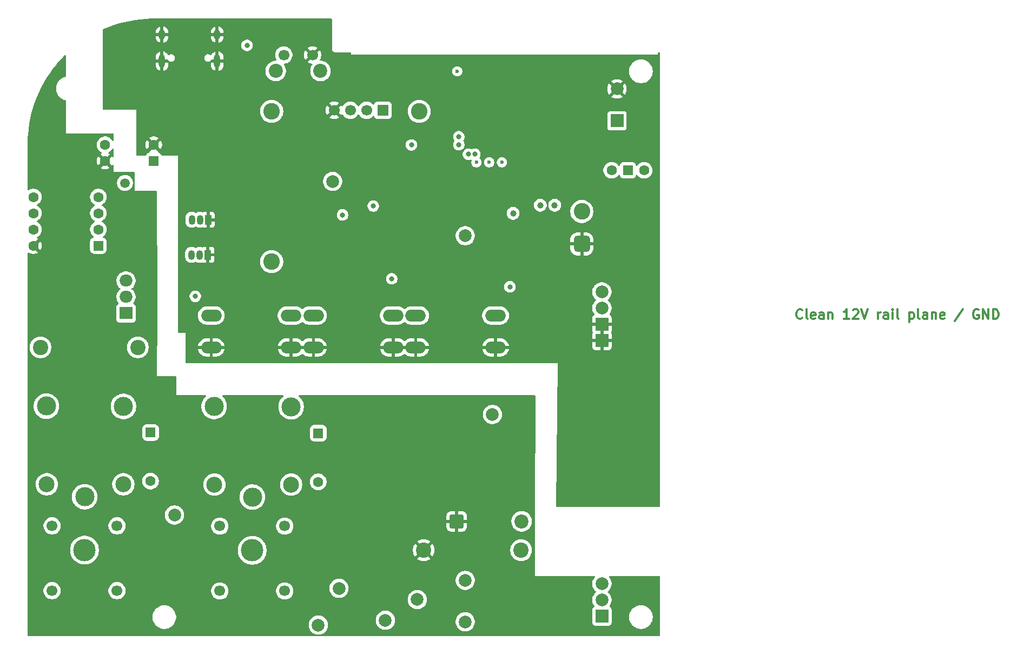
<source format=gbr>
%TF.GenerationSoftware,KiCad,Pcbnew,9.0.6*%
%TF.CreationDate,2026-01-02T13:15:05-05:00*%
%TF.ProjectId,Ionto,496f6e74-6f2e-46b6-9963-61645f706362,rev?*%
%TF.SameCoordinates,Original*%
%TF.FileFunction,Copper,L4,Inr*%
%TF.FilePolarity,Positive*%
%FSLAX46Y46*%
G04 Gerber Fmt 4.6, Leading zero omitted, Abs format (unit mm)*
G04 Created by KiCad (PCBNEW 9.0.6) date 2026-01-02 13:15:05*
%MOMM*%
%LPD*%
G01*
G04 APERTURE LIST*
G04 Aperture macros list*
%AMRoundRect*
0 Rectangle with rounded corners*
0 $1 Rounding radius*
0 $2 $3 $4 $5 $6 $7 $8 $9 X,Y pos of 4 corners*
0 Add a 4 corners polygon primitive as box body*
4,1,4,$2,$3,$4,$5,$6,$7,$8,$9,$2,$3,0*
0 Add four circle primitives for the rounded corners*
1,1,$1+$1,$2,$3*
1,1,$1+$1,$4,$5*
1,1,$1+$1,$6,$7*
1,1,$1+$1,$8,$9*
0 Add four rect primitives between the rounded corners*
20,1,$1+$1,$2,$3,$4,$5,0*
20,1,$1+$1,$4,$5,$6,$7,0*
20,1,$1+$1,$6,$7,$8,$9,0*
20,1,$1+$1,$8,$9,$2,$3,0*%
G04 Aperture macros list end*
%ADD10C,0.300000*%
%TA.AperFunction,NonConductor*%
%ADD11C,0.300000*%
%TD*%
%TA.AperFunction,ComponentPad*%
%ADD12C,2.600000*%
%TD*%
%TA.AperFunction,ComponentPad*%
%ADD13O,3.200000X1.900000*%
%TD*%
%TA.AperFunction,WasherPad*%
%ADD14C,1.700000*%
%TD*%
%TA.AperFunction,ComponentPad*%
%ADD15C,3.500000*%
%TD*%
%TA.AperFunction,ComponentPad*%
%ADD16RoundRect,0.250000X0.550000X0.550000X-0.550000X0.550000X-0.550000X-0.550000X0.550000X-0.550000X0*%
%TD*%
%TA.AperFunction,ComponentPad*%
%ADD17C,1.600000*%
%TD*%
%TA.AperFunction,ComponentPad*%
%ADD18R,1.050000X1.500000*%
%TD*%
%TA.AperFunction,ComponentPad*%
%ADD19O,1.050000X1.500000*%
%TD*%
%TA.AperFunction,ComponentPad*%
%ADD20RoundRect,0.650000X0.650000X-0.650000X0.650000X0.650000X-0.650000X0.650000X-0.650000X-0.650000X0*%
%TD*%
%TA.AperFunction,ComponentPad*%
%ADD21R,1.700000X1.700000*%
%TD*%
%TA.AperFunction,ComponentPad*%
%ADD22C,1.700000*%
%TD*%
%TA.AperFunction,ComponentPad*%
%ADD23C,2.200000*%
%TD*%
%TA.AperFunction,ComponentPad*%
%ADD24R,2.000000X1.905000*%
%TD*%
%TA.AperFunction,ComponentPad*%
%ADD25O,2.000000X1.905000*%
%TD*%
%TA.AperFunction,ComponentPad*%
%ADD26C,3.000000*%
%TD*%
%TA.AperFunction,ComponentPad*%
%ADD27C,2.500000*%
%TD*%
%TA.AperFunction,ComponentPad*%
%ADD28RoundRect,0.249999X-0.850001X-0.850001X0.850001X-0.850001X0.850001X0.850001X-0.850001X0.850001X0*%
%TD*%
%TA.AperFunction,ComponentPad*%
%ADD29R,2.000000X2.000000*%
%TD*%
%TA.AperFunction,ComponentPad*%
%ADD30C,2.000000*%
%TD*%
%TA.AperFunction,ComponentPad*%
%ADD31C,2.400000*%
%TD*%
%TA.AperFunction,ComponentPad*%
%ADD32RoundRect,0.250000X-0.550000X0.550000X-0.550000X-0.550000X0.550000X-0.550000X0.550000X0.550000X0*%
%TD*%
%TA.AperFunction,HeatsinkPad*%
%ADD33C,0.600000*%
%TD*%
%TA.AperFunction,HeatsinkPad*%
%ADD34O,1.000000X2.100000*%
%TD*%
%TA.AperFunction,HeatsinkPad*%
%ADD35O,1.000000X1.600000*%
%TD*%
%TA.AperFunction,ComponentPad*%
%ADD36R,1.500000X1.500000*%
%TD*%
%TA.AperFunction,ViaPad*%
%ADD37C,1.500000*%
%TD*%
%TA.AperFunction,ViaPad*%
%ADD38C,2.000000*%
%TD*%
%TA.AperFunction,ViaPad*%
%ADD39C,1.000000*%
%TD*%
%TA.AperFunction,ViaPad*%
%ADD40C,0.800000*%
%TD*%
%TA.AperFunction,ViaPad*%
%ADD41C,0.600000*%
%TD*%
%TA.AperFunction,Conductor*%
%ADD42C,1.000000*%
%TD*%
G04 APERTURE END LIST*
D10*
D11*
X138161653Y-61407971D02*
X138090225Y-61479400D01*
X138090225Y-61479400D02*
X137875939Y-61550828D01*
X137875939Y-61550828D02*
X137733082Y-61550828D01*
X137733082Y-61550828D02*
X137518796Y-61479400D01*
X137518796Y-61479400D02*
X137375939Y-61336542D01*
X137375939Y-61336542D02*
X137304510Y-61193685D01*
X137304510Y-61193685D02*
X137233082Y-60907971D01*
X137233082Y-60907971D02*
X137233082Y-60693685D01*
X137233082Y-60693685D02*
X137304510Y-60407971D01*
X137304510Y-60407971D02*
X137375939Y-60265114D01*
X137375939Y-60265114D02*
X137518796Y-60122257D01*
X137518796Y-60122257D02*
X137733082Y-60050828D01*
X137733082Y-60050828D02*
X137875939Y-60050828D01*
X137875939Y-60050828D02*
X138090225Y-60122257D01*
X138090225Y-60122257D02*
X138161653Y-60193685D01*
X139018796Y-61550828D02*
X138875939Y-61479400D01*
X138875939Y-61479400D02*
X138804510Y-61336542D01*
X138804510Y-61336542D02*
X138804510Y-60050828D01*
X140161653Y-61479400D02*
X140018796Y-61550828D01*
X140018796Y-61550828D02*
X139733082Y-61550828D01*
X139733082Y-61550828D02*
X139590224Y-61479400D01*
X139590224Y-61479400D02*
X139518796Y-61336542D01*
X139518796Y-61336542D02*
X139518796Y-60765114D01*
X139518796Y-60765114D02*
X139590224Y-60622257D01*
X139590224Y-60622257D02*
X139733082Y-60550828D01*
X139733082Y-60550828D02*
X140018796Y-60550828D01*
X140018796Y-60550828D02*
X140161653Y-60622257D01*
X140161653Y-60622257D02*
X140233082Y-60765114D01*
X140233082Y-60765114D02*
X140233082Y-60907971D01*
X140233082Y-60907971D02*
X139518796Y-61050828D01*
X141518796Y-61550828D02*
X141518796Y-60765114D01*
X141518796Y-60765114D02*
X141447367Y-60622257D01*
X141447367Y-60622257D02*
X141304510Y-60550828D01*
X141304510Y-60550828D02*
X141018796Y-60550828D01*
X141018796Y-60550828D02*
X140875938Y-60622257D01*
X141518796Y-61479400D02*
X141375938Y-61550828D01*
X141375938Y-61550828D02*
X141018796Y-61550828D01*
X141018796Y-61550828D02*
X140875938Y-61479400D01*
X140875938Y-61479400D02*
X140804510Y-61336542D01*
X140804510Y-61336542D02*
X140804510Y-61193685D01*
X140804510Y-61193685D02*
X140875938Y-61050828D01*
X140875938Y-61050828D02*
X141018796Y-60979400D01*
X141018796Y-60979400D02*
X141375938Y-60979400D01*
X141375938Y-60979400D02*
X141518796Y-60907971D01*
X142233081Y-60550828D02*
X142233081Y-61550828D01*
X142233081Y-60693685D02*
X142304510Y-60622257D01*
X142304510Y-60622257D02*
X142447367Y-60550828D01*
X142447367Y-60550828D02*
X142661653Y-60550828D01*
X142661653Y-60550828D02*
X142804510Y-60622257D01*
X142804510Y-60622257D02*
X142875939Y-60765114D01*
X142875939Y-60765114D02*
X142875939Y-61550828D01*
X145518796Y-61550828D02*
X144661653Y-61550828D01*
X145090224Y-61550828D02*
X145090224Y-60050828D01*
X145090224Y-60050828D02*
X144947367Y-60265114D01*
X144947367Y-60265114D02*
X144804510Y-60407971D01*
X144804510Y-60407971D02*
X144661653Y-60479400D01*
X146090224Y-60193685D02*
X146161652Y-60122257D01*
X146161652Y-60122257D02*
X146304510Y-60050828D01*
X146304510Y-60050828D02*
X146661652Y-60050828D01*
X146661652Y-60050828D02*
X146804510Y-60122257D01*
X146804510Y-60122257D02*
X146875938Y-60193685D01*
X146875938Y-60193685D02*
X146947367Y-60336542D01*
X146947367Y-60336542D02*
X146947367Y-60479400D01*
X146947367Y-60479400D02*
X146875938Y-60693685D01*
X146875938Y-60693685D02*
X146018795Y-61550828D01*
X146018795Y-61550828D02*
X146947367Y-61550828D01*
X147375938Y-60050828D02*
X147875938Y-61550828D01*
X147875938Y-61550828D02*
X148375938Y-60050828D01*
X150018794Y-61550828D02*
X150018794Y-60550828D01*
X150018794Y-60836542D02*
X150090223Y-60693685D01*
X150090223Y-60693685D02*
X150161652Y-60622257D01*
X150161652Y-60622257D02*
X150304509Y-60550828D01*
X150304509Y-60550828D02*
X150447366Y-60550828D01*
X151590223Y-61550828D02*
X151590223Y-60765114D01*
X151590223Y-60765114D02*
X151518794Y-60622257D01*
X151518794Y-60622257D02*
X151375937Y-60550828D01*
X151375937Y-60550828D02*
X151090223Y-60550828D01*
X151090223Y-60550828D02*
X150947365Y-60622257D01*
X151590223Y-61479400D02*
X151447365Y-61550828D01*
X151447365Y-61550828D02*
X151090223Y-61550828D01*
X151090223Y-61550828D02*
X150947365Y-61479400D01*
X150947365Y-61479400D02*
X150875937Y-61336542D01*
X150875937Y-61336542D02*
X150875937Y-61193685D01*
X150875937Y-61193685D02*
X150947365Y-61050828D01*
X150947365Y-61050828D02*
X151090223Y-60979400D01*
X151090223Y-60979400D02*
X151447365Y-60979400D01*
X151447365Y-60979400D02*
X151590223Y-60907971D01*
X152304508Y-61550828D02*
X152304508Y-60550828D01*
X152304508Y-60050828D02*
X152233080Y-60122257D01*
X152233080Y-60122257D02*
X152304508Y-60193685D01*
X152304508Y-60193685D02*
X152375937Y-60122257D01*
X152375937Y-60122257D02*
X152304508Y-60050828D01*
X152304508Y-60050828D02*
X152304508Y-60193685D01*
X153233080Y-61550828D02*
X153090223Y-61479400D01*
X153090223Y-61479400D02*
X153018794Y-61336542D01*
X153018794Y-61336542D02*
X153018794Y-60050828D01*
X154947365Y-60550828D02*
X154947365Y-62050828D01*
X154947365Y-60622257D02*
X155090223Y-60550828D01*
X155090223Y-60550828D02*
X155375937Y-60550828D01*
X155375937Y-60550828D02*
X155518794Y-60622257D01*
X155518794Y-60622257D02*
X155590223Y-60693685D01*
X155590223Y-60693685D02*
X155661651Y-60836542D01*
X155661651Y-60836542D02*
X155661651Y-61265114D01*
X155661651Y-61265114D02*
X155590223Y-61407971D01*
X155590223Y-61407971D02*
X155518794Y-61479400D01*
X155518794Y-61479400D02*
X155375937Y-61550828D01*
X155375937Y-61550828D02*
X155090223Y-61550828D01*
X155090223Y-61550828D02*
X154947365Y-61479400D01*
X156518794Y-61550828D02*
X156375937Y-61479400D01*
X156375937Y-61479400D02*
X156304508Y-61336542D01*
X156304508Y-61336542D02*
X156304508Y-60050828D01*
X157733080Y-61550828D02*
X157733080Y-60765114D01*
X157733080Y-60765114D02*
X157661651Y-60622257D01*
X157661651Y-60622257D02*
X157518794Y-60550828D01*
X157518794Y-60550828D02*
X157233080Y-60550828D01*
X157233080Y-60550828D02*
X157090222Y-60622257D01*
X157733080Y-61479400D02*
X157590222Y-61550828D01*
X157590222Y-61550828D02*
X157233080Y-61550828D01*
X157233080Y-61550828D02*
X157090222Y-61479400D01*
X157090222Y-61479400D02*
X157018794Y-61336542D01*
X157018794Y-61336542D02*
X157018794Y-61193685D01*
X157018794Y-61193685D02*
X157090222Y-61050828D01*
X157090222Y-61050828D02*
X157233080Y-60979400D01*
X157233080Y-60979400D02*
X157590222Y-60979400D01*
X157590222Y-60979400D02*
X157733080Y-60907971D01*
X158447365Y-60550828D02*
X158447365Y-61550828D01*
X158447365Y-60693685D02*
X158518794Y-60622257D01*
X158518794Y-60622257D02*
X158661651Y-60550828D01*
X158661651Y-60550828D02*
X158875937Y-60550828D01*
X158875937Y-60550828D02*
X159018794Y-60622257D01*
X159018794Y-60622257D02*
X159090223Y-60765114D01*
X159090223Y-60765114D02*
X159090223Y-61550828D01*
X160375937Y-61479400D02*
X160233080Y-61550828D01*
X160233080Y-61550828D02*
X159947366Y-61550828D01*
X159947366Y-61550828D02*
X159804508Y-61479400D01*
X159804508Y-61479400D02*
X159733080Y-61336542D01*
X159733080Y-61336542D02*
X159733080Y-60765114D01*
X159733080Y-60765114D02*
X159804508Y-60622257D01*
X159804508Y-60622257D02*
X159947366Y-60550828D01*
X159947366Y-60550828D02*
X160233080Y-60550828D01*
X160233080Y-60550828D02*
X160375937Y-60622257D01*
X160375937Y-60622257D02*
X160447366Y-60765114D01*
X160447366Y-60765114D02*
X160447366Y-60907971D01*
X160447366Y-60907971D02*
X159733080Y-61050828D01*
X163304508Y-59979400D02*
X162018794Y-61907971D01*
X165733080Y-60122257D02*
X165590223Y-60050828D01*
X165590223Y-60050828D02*
X165375937Y-60050828D01*
X165375937Y-60050828D02*
X165161651Y-60122257D01*
X165161651Y-60122257D02*
X165018794Y-60265114D01*
X165018794Y-60265114D02*
X164947365Y-60407971D01*
X164947365Y-60407971D02*
X164875937Y-60693685D01*
X164875937Y-60693685D02*
X164875937Y-60907971D01*
X164875937Y-60907971D02*
X164947365Y-61193685D01*
X164947365Y-61193685D02*
X165018794Y-61336542D01*
X165018794Y-61336542D02*
X165161651Y-61479400D01*
X165161651Y-61479400D02*
X165375937Y-61550828D01*
X165375937Y-61550828D02*
X165518794Y-61550828D01*
X165518794Y-61550828D02*
X165733080Y-61479400D01*
X165733080Y-61479400D02*
X165804508Y-61407971D01*
X165804508Y-61407971D02*
X165804508Y-60907971D01*
X165804508Y-60907971D02*
X165518794Y-60907971D01*
X166447365Y-61550828D02*
X166447365Y-60050828D01*
X166447365Y-60050828D02*
X167304508Y-61550828D01*
X167304508Y-61550828D02*
X167304508Y-60050828D01*
X168018794Y-61550828D02*
X168018794Y-60050828D01*
X168018794Y-60050828D02*
X168375937Y-60050828D01*
X168375937Y-60050828D02*
X168590223Y-60122257D01*
X168590223Y-60122257D02*
X168733080Y-60265114D01*
X168733080Y-60265114D02*
X168804509Y-60407971D01*
X168804509Y-60407971D02*
X168875937Y-60693685D01*
X168875937Y-60693685D02*
X168875937Y-60907971D01*
X168875937Y-60907971D02*
X168804509Y-61193685D01*
X168804509Y-61193685D02*
X168733080Y-61336542D01*
X168733080Y-61336542D02*
X168590223Y-61479400D01*
X168590223Y-61479400D02*
X168375937Y-61550828D01*
X168375937Y-61550828D02*
X168018794Y-61550828D01*
D12*
%TO.N,N/C*%
%TO.C,H1*%
X78214000Y-29020000D03*
%TD*%
D13*
%TO.N,Dec - BTN*%
%TO.C,SW5*%
X45650000Y-61010000D03*
X58150000Y-61010000D03*
%TO.N,GND*%
X45650000Y-66010000D03*
X58150000Y-66010000D03*
%TD*%
D14*
%TO.N,*%
%TO.C,J5*%
X46990000Y-104170000D03*
X57150000Y-104170000D03*
X46990000Y-94010000D03*
X57150000Y-94010000D03*
D15*
%TO.N,Electrode R*%
X52070000Y-97810000D03*
%TD*%
D16*
%TO.N,Net-(U5-OUT1)*%
%TO.C,U5*%
X27980000Y-50070000D03*
D17*
%TO.N,Net-(Q3-S)*%
X27980000Y-47530000D03*
%TO.N,Filtered V_Control*%
X27980000Y-44990000D03*
%TO.N,Earth*%
X27980000Y-42450000D03*
%TO.N,unconnected-(U5-IN2+-Pad5)*%
X17820000Y-42450000D03*
%TO.N,unconnected-(U5-IN2--Pad6)*%
X17820000Y-44990000D03*
%TO.N,unconnected-(U5-OUT2-Pad7)*%
X17820000Y-47530000D03*
%TO.N,ISO_12v*%
X17820000Y-50070000D03*
%TD*%
D18*
%TO.N,GND*%
%TO.C,Q1*%
X45110000Y-51510000D03*
D19*
%TO.N,Net-(Q1-B)*%
X43840000Y-51510000D03*
%TO.N,Net-(D3-A)*%
X42570000Y-51510000D03*
%TD*%
D20*
%TO.N,GND*%
%TO.C,J1*%
X103650000Y-49800000D03*
D12*
%TO.N,Net-(J1-Pin_2)*%
X103650000Y-44720000D03*
%TD*%
D18*
%TO.N,GND*%
%TO.C,Q2*%
X45150000Y-46010000D03*
D19*
%TO.N,Net-(Q2-B)*%
X43880000Y-46010000D03*
%TO.N,Net-(D2-A)*%
X42610000Y-46010000D03*
%TD*%
D13*
%TO.N,Inc + BTN*%
%TO.C,SW4*%
X61650000Y-61010000D03*
X74150000Y-61010000D03*
%TO.N,GND*%
X61650000Y-66010000D03*
X74150000Y-66010000D03*
%TD*%
D21*
%TO.N,SDA*%
%TO.C,J2*%
X72497000Y-28860000D03*
D22*
%TO.N,SCL*%
X69957000Y-28860000D03*
%TO.N,+3V3*%
X67417000Y-28860000D03*
%TO.N,GND*%
X64877000Y-28860000D03*
%TD*%
D13*
%TO.N,Enter BTN*%
%TO.C,SW3*%
X77650000Y-61010000D03*
X90150000Y-61010000D03*
%TO.N,GND*%
X77650000Y-66010000D03*
X90150000Y-66010000D03*
%TD*%
D23*
%TO.N,*%
%TO.C,SW2*%
X55749000Y-22701000D03*
X62749000Y-22701000D03*
D22*
%TO.N,EN*%
X56999000Y-20201000D03*
%TO.N,GND*%
X61499000Y-20201000D03*
%TD*%
D24*
%TO.N,Net-(Q3-G)*%
%TO.C,Q3*%
X32300000Y-60650000D03*
D25*
%TO.N,REG_Drain*%
X32300000Y-58110000D03*
%TO.N,Net-(Q3-S)*%
X32300000Y-55570000D03*
%TD*%
D26*
%TO.N,Electrode L*%
%TO.C,K1*%
X25850000Y-89410000D03*
D27*
%TO.N,Net-(D2-A)*%
X31900000Y-87460000D03*
D26*
%TO.N,V_Boost_FUSED*%
X31900000Y-75260000D03*
%TO.N,REG_Drain*%
X19850000Y-75210000D03*
D27*
%TO.N,Vbat*%
X19900000Y-87460000D03*
%TD*%
D12*
%TO.N,N/C*%
%TO.C,H3*%
X55114000Y-52580000D03*
%TD*%
D28*
%TO.N,ISO_12v*%
%TO.C,D4*%
X84070000Y-93260000D03*
D23*
%TO.N,Earth*%
X94230000Y-93260000D03*
%TD*%
D29*
%TO.N,Buzzer*%
%TO.C,BZ1*%
X109150000Y-30510000D03*
D30*
%TO.N,GND*%
X109150000Y-25510000D03*
%TD*%
D26*
%TO.N,Electrode R*%
%TO.C,K2*%
X52100000Y-89460000D03*
D27*
%TO.N,Net-(D3-A)*%
X58150000Y-87510000D03*
D26*
%TO.N,V_Boost_FUSED*%
X58150000Y-75310000D03*
%TO.N,REG_Drain*%
X46100000Y-75260000D03*
D27*
%TO.N,Vbat*%
X46150000Y-87510000D03*
%TD*%
D31*
%TO.N,V_Boost*%
%TO.C,R12*%
X94150000Y-97760000D03*
%TO.N,ISO_12v*%
X78910000Y-97760000D03*
%TD*%
D32*
%TO.N,Vbat*%
%TO.C,D2*%
X36150000Y-79340000D03*
D17*
%TO.N,Net-(D2-A)*%
X36150000Y-86960000D03*
%TD*%
D14*
%TO.N,*%
%TO.C,J4*%
X20740000Y-104120000D03*
X30900000Y-104120000D03*
X20740000Y-93960000D03*
X30900000Y-93960000D03*
D15*
%TO.N,Electrode L*%
X25820000Y-97760000D03*
%TD*%
D31*
%TO.N,Net-(Q3-S)*%
%TO.C,R11*%
X34150000Y-66000000D03*
%TO.N,Earth*%
X18910000Y-66000000D03*
%TD*%
D33*
%TO.N,GND*%
%TO.C,U3*%
X88629216Y-28620000D03*
X88629216Y-30020000D03*
X89329216Y-27920000D03*
X89329216Y-29320000D03*
X89329216Y-30720000D03*
X90029216Y-28620000D03*
X90029216Y-30020000D03*
X90729216Y-27920000D03*
X90729216Y-29320000D03*
X90729216Y-30720000D03*
X91429216Y-28620000D03*
X91429216Y-30020000D03*
%TD*%
D30*
%TO.N,Vbat*%
%TO.C,U4*%
X106800000Y-57310000D03*
X106800000Y-59850000D03*
D29*
%TO.N,GND*%
X106800000Y-62390000D03*
X106800000Y-64930000D03*
D30*
%TO.N,Earth*%
X106800000Y-103030000D03*
%TO.N,Net-(U4-ADJ)*%
X106800000Y-105570000D03*
D29*
%TO.N,V_Boost*%
X106800000Y-108110000D03*
%TD*%
D12*
%TO.N,N/C*%
%TO.C,H2*%
X55114000Y-29020000D03*
%TD*%
D34*
%TO.N,GND*%
%TO.C,J3*%
X46570000Y-21170000D03*
D35*
X46570000Y-16990000D03*
D34*
X37930000Y-21170000D03*
D35*
X37930000Y-16990000D03*
%TD*%
D32*
%TO.N,Vbat*%
%TO.C,D3*%
X62400000Y-79450000D03*
D17*
%TO.N,Net-(D3-A)*%
X62400000Y-87070000D03*
%TD*%
D36*
%TO.N,Vbat*%
%TO.C,SW1*%
X110860000Y-38260000D03*
D17*
%TO.N,Net-(J1-Pin_2)*%
X113400000Y-38260000D03*
%TO.N,unconnected-(SW1-A-Pad3)*%
X108320000Y-38260000D03*
%TD*%
D16*
%TO.N,V_Control*%
%TO.C,U6*%
X36650000Y-36800000D03*
D17*
%TO.N,GND*%
X36650000Y-34260000D03*
%TO.N,Net-(R13-Pad2)*%
X29030000Y-34260000D03*
%TO.N,ISO_12v*%
X29030000Y-36800000D03*
%TD*%
D37*
%TO.N,Earth*%
X32150000Y-40260000D03*
D38*
X85400000Y-102510000D03*
X65650000Y-103760000D03*
%TO.N,Vbat*%
X89650000Y-76510000D03*
D39*
X97150000Y-43735000D03*
D38*
%TO.N,V_Boost*%
X72900000Y-108760000D03*
X85400000Y-109010000D03*
%TO.N,GND*%
X51408565Y-28574878D03*
D40*
X62150000Y-55260000D03*
D41*
X101650000Y-21760000D03*
D38*
X77650000Y-48510000D03*
D41*
X84150000Y-21760000D03*
D39*
X96900000Y-48985000D03*
D41*
%TO.N,Dec - BTN*%
X87150000Y-37010000D03*
D40*
%TO.N,IN2*%
X84400000Y-34260000D03*
X71000000Y-43860000D03*
D38*
%TO.N,V_Boost_FUSED*%
X39900000Y-92260000D03*
X62400000Y-109510000D03*
D40*
%TO.N,IN1*%
X66200000Y-45260000D03*
X84400000Y-33010000D03*
%TO.N,SCL*%
X86900000Y-35760000D03*
%TO.N,SDA*%
X85900000Y-35760000D03*
D38*
%TO.N,+3V3*%
X64650000Y-40010000D03*
D40*
X43150000Y-58010000D03*
X92400000Y-56510000D03*
D39*
X99400000Y-43735000D03*
D40*
X51249000Y-18701000D03*
D38*
X85400000Y-48510000D03*
D39*
X92900000Y-45010000D03*
D41*
X84150000Y-22760000D03*
D40*
X73900000Y-55260000D03*
D41*
%TO.N,Enter BTN*%
X91150000Y-37010000D03*
%TO.N,Inc + BTN*%
X89150000Y-37010000D03*
D40*
%TO.N,V_Control*%
X76977515Y-34294656D03*
D38*
%TO.N,Net-(U4-ADJ)*%
X77900000Y-105510000D03*
%TD*%
D42*
%TO.N,Net-(D2-A)*%
X32400000Y-86960000D02*
X31900000Y-87460000D01*
%TO.N,Net-(D3-A)*%
X58590000Y-87070000D02*
X58150000Y-87510000D01*
%TD*%
%TA.AperFunction,Conductor*%
%TO.N,ISO_12v*%
G36*
X22820510Y-20231405D02*
G01*
X22876016Y-20273841D01*
X22899767Y-20339550D01*
X22900000Y-20347141D01*
X22900000Y-23529457D01*
X22880315Y-23596496D01*
X22827511Y-23642251D01*
X22808094Y-23649232D01*
X22603895Y-23703947D01*
X22379794Y-23796773D01*
X22379785Y-23796777D01*
X22169706Y-23918067D01*
X21977263Y-24065733D01*
X21977256Y-24065739D01*
X21805739Y-24237256D01*
X21805733Y-24237263D01*
X21658067Y-24429706D01*
X21536777Y-24639785D01*
X21536773Y-24639794D01*
X21443947Y-24863895D01*
X21381161Y-25098214D01*
X21349500Y-25338711D01*
X21349500Y-25581288D01*
X21381161Y-25821785D01*
X21443947Y-26056104D01*
X21526270Y-26254849D01*
X21536776Y-26280212D01*
X21658064Y-26490289D01*
X21658066Y-26490292D01*
X21658067Y-26490293D01*
X21805733Y-26682736D01*
X21805739Y-26682743D01*
X21977256Y-26854260D01*
X21977262Y-26854265D01*
X22169711Y-27001936D01*
X22379788Y-27123224D01*
X22527263Y-27184310D01*
X22603897Y-27216053D01*
X22603898Y-27216053D01*
X22603900Y-27216054D01*
X22808095Y-27270768D01*
X22867754Y-27307132D01*
X22898283Y-27369979D01*
X22900000Y-27390542D01*
X22900000Y-32510000D01*
X30276000Y-32510000D01*
X30343039Y-32529685D01*
X30388794Y-32582489D01*
X30400000Y-32634000D01*
X30400000Y-33567682D01*
X30380315Y-33634721D01*
X30327511Y-33680476D01*
X30258353Y-33690420D01*
X30194797Y-33661395D01*
X30165516Y-33623978D01*
X30142286Y-33578388D01*
X30021971Y-33412786D01*
X29877213Y-33268028D01*
X29711613Y-33147715D01*
X29711612Y-33147714D01*
X29711610Y-33147713D01*
X29654653Y-33118691D01*
X29529223Y-33054781D01*
X29334534Y-32991522D01*
X29159995Y-32963878D01*
X29132352Y-32959500D01*
X28927648Y-32959500D01*
X28903329Y-32963351D01*
X28725465Y-32991522D01*
X28530776Y-33054781D01*
X28348386Y-33147715D01*
X28182786Y-33268028D01*
X28038028Y-33412786D01*
X27917715Y-33578386D01*
X27824781Y-33760776D01*
X27761522Y-33955465D01*
X27729500Y-34157648D01*
X27729500Y-34362351D01*
X27761522Y-34564534D01*
X27824781Y-34759223D01*
X27875876Y-34859500D01*
X27893508Y-34894106D01*
X27917715Y-34941613D01*
X28038028Y-35107213D01*
X28182786Y-35251971D01*
X28348385Y-35372284D01*
X28348387Y-35372285D01*
X28348390Y-35372287D01*
X28441630Y-35419795D01*
X28492426Y-35467770D01*
X28509221Y-35535591D01*
X28486684Y-35601725D01*
X28441630Y-35640765D01*
X28348644Y-35688143D01*
X28304077Y-35720523D01*
X28304077Y-35720524D01*
X28983554Y-36400000D01*
X28977339Y-36400000D01*
X28875606Y-36427259D01*
X28784394Y-36479920D01*
X28709920Y-36554394D01*
X28657259Y-36645606D01*
X28630000Y-36747339D01*
X28630000Y-36753553D01*
X27950524Y-36074077D01*
X27950523Y-36074077D01*
X27918143Y-36118644D01*
X27825244Y-36300968D01*
X27762009Y-36495582D01*
X27730000Y-36697682D01*
X27730000Y-36902317D01*
X27762009Y-37104417D01*
X27825244Y-37299031D01*
X27918141Y-37481350D01*
X27918147Y-37481359D01*
X27950523Y-37525921D01*
X27950524Y-37525922D01*
X28630000Y-36846446D01*
X28630000Y-36852661D01*
X28657259Y-36954394D01*
X28709920Y-37045606D01*
X28784394Y-37120080D01*
X28875606Y-37172741D01*
X28977339Y-37200000D01*
X28983553Y-37200000D01*
X28304076Y-37879474D01*
X28348650Y-37911859D01*
X28530968Y-38004755D01*
X28725582Y-38067990D01*
X28927683Y-38100000D01*
X29132317Y-38100000D01*
X29334417Y-38067990D01*
X29529031Y-38004755D01*
X29711349Y-37911859D01*
X29755921Y-37879474D01*
X29076447Y-37200000D01*
X29082661Y-37200000D01*
X29184394Y-37172741D01*
X29275606Y-37120080D01*
X29350080Y-37045606D01*
X29402741Y-36954394D01*
X29430000Y-36852661D01*
X29430000Y-36846447D01*
X30109474Y-37525921D01*
X30141861Y-37481347D01*
X30141861Y-37481346D01*
X30165515Y-37434923D01*
X30213489Y-37384127D01*
X30281309Y-37367331D01*
X30347445Y-37389868D01*
X30390897Y-37444582D01*
X30400000Y-37491217D01*
X30400000Y-38510000D01*
X33526000Y-38510000D01*
X33593039Y-38529685D01*
X33638794Y-38582489D01*
X33650000Y-38634000D01*
X33650000Y-41510000D01*
X37026417Y-41510000D01*
X37093456Y-41529685D01*
X37139211Y-41582489D01*
X37150416Y-41633582D01*
X37157231Y-43657490D01*
X37199904Y-56331538D01*
X37199999Y-56359582D01*
X37200000Y-56360000D01*
X37200000Y-61009726D01*
X37199998Y-61010379D01*
X37149999Y-70509999D01*
X37150000Y-70510000D01*
X40026000Y-70510000D01*
X40093039Y-70529685D01*
X40138794Y-70582489D01*
X40150000Y-70634000D01*
X40150000Y-73510000D01*
X44729173Y-73510000D01*
X44796212Y-73529685D01*
X44841967Y-73582489D01*
X44851911Y-73651647D01*
X44822886Y-73715203D01*
X44804663Y-73732372D01*
X44783721Y-73748441D01*
X44778141Y-73752724D01*
X44778140Y-73752726D01*
X44592718Y-73938148D01*
X44433075Y-74146196D01*
X44301958Y-74373299D01*
X44301953Y-74373309D01*
X44201605Y-74615571D01*
X44201602Y-74615581D01*
X44147128Y-74818884D01*
X44133730Y-74868885D01*
X44099500Y-75128872D01*
X44099500Y-75391127D01*
X44118112Y-75532487D01*
X44133730Y-75651116D01*
X44188205Y-75854419D01*
X44201602Y-75904418D01*
X44201605Y-75904428D01*
X44301953Y-76146690D01*
X44301958Y-76146700D01*
X44433075Y-76373803D01*
X44592718Y-76581851D01*
X44592726Y-76581860D01*
X44778140Y-76767274D01*
X44778148Y-76767281D01*
X44986196Y-76926924D01*
X45213299Y-77058041D01*
X45213309Y-77058046D01*
X45455571Y-77158394D01*
X45455581Y-77158398D01*
X45708884Y-77226270D01*
X45968880Y-77260500D01*
X45968887Y-77260500D01*
X46231113Y-77260500D01*
X46231120Y-77260500D01*
X46491116Y-77226270D01*
X46744419Y-77158398D01*
X46986697Y-77058043D01*
X47213803Y-76926924D01*
X47421851Y-76767282D01*
X47421855Y-76767277D01*
X47421860Y-76767274D01*
X47607274Y-76581860D01*
X47607277Y-76581855D01*
X47607282Y-76581851D01*
X47766924Y-76373803D01*
X47898043Y-76146697D01*
X47998398Y-75904419D01*
X48066270Y-75651116D01*
X48100500Y-75391120D01*
X48100500Y-75128880D01*
X48066270Y-74868884D01*
X47998398Y-74615581D01*
X47998394Y-74615571D01*
X47898046Y-74373309D01*
X47898041Y-74373299D01*
X47766924Y-74146196D01*
X47607281Y-73938148D01*
X47607274Y-73938140D01*
X47421858Y-73752724D01*
X47421853Y-73752720D01*
X47421851Y-73752718D01*
X47395338Y-73732373D01*
X47354137Y-73675946D01*
X47349983Y-73606200D01*
X47384196Y-73545280D01*
X47445914Y-73512528D01*
X47470827Y-73510000D01*
X56844334Y-73510000D01*
X56911373Y-73529685D01*
X56957128Y-73582489D01*
X56967072Y-73651647D01*
X56938047Y-73715203D01*
X56919821Y-73732375D01*
X56828148Y-73802718D01*
X56642718Y-73988148D01*
X56483075Y-74196196D01*
X56351958Y-74423299D01*
X56351953Y-74423309D01*
X56251605Y-74665571D01*
X56251602Y-74665581D01*
X56197128Y-74868884D01*
X56183730Y-74918885D01*
X56149500Y-75178872D01*
X56149500Y-75441127D01*
X56161529Y-75532488D01*
X56183730Y-75701116D01*
X56238205Y-75904419D01*
X56251602Y-75954418D01*
X56251605Y-75954428D01*
X56351953Y-76196690D01*
X56351958Y-76196700D01*
X56483075Y-76423803D01*
X56642718Y-76631851D01*
X56642726Y-76631860D01*
X56828140Y-76817274D01*
X56828148Y-76817281D01*
X57036196Y-76976924D01*
X57263299Y-77108041D01*
X57263309Y-77108046D01*
X57428017Y-77176270D01*
X57505581Y-77208398D01*
X57758884Y-77276270D01*
X58018880Y-77310500D01*
X58018887Y-77310500D01*
X58281113Y-77310500D01*
X58281120Y-77310500D01*
X58541116Y-77276270D01*
X58794419Y-77208398D01*
X59035840Y-77108398D01*
X59036690Y-77108046D01*
X59036691Y-77108045D01*
X59036697Y-77108043D01*
X59263803Y-76976924D01*
X59471851Y-76817282D01*
X59471855Y-76817277D01*
X59471860Y-76817274D01*
X59657274Y-76631860D01*
X59657277Y-76631855D01*
X59657282Y-76631851D01*
X59816924Y-76423803D01*
X59835342Y-76391902D01*
X88149500Y-76391902D01*
X88149500Y-76628097D01*
X88186446Y-76861368D01*
X88259433Y-77085996D01*
X88330907Y-77226270D01*
X88366657Y-77296433D01*
X88505483Y-77487510D01*
X88672490Y-77654517D01*
X88863567Y-77793343D01*
X88962991Y-77844002D01*
X89074003Y-77900566D01*
X89074005Y-77900566D01*
X89074008Y-77900568D01*
X89194412Y-77939689D01*
X89298631Y-77973553D01*
X89531903Y-78010500D01*
X89531908Y-78010500D01*
X89768097Y-78010500D01*
X90001368Y-77973553D01*
X90225992Y-77900568D01*
X90436433Y-77793343D01*
X90627510Y-77654517D01*
X90794517Y-77487510D01*
X90933343Y-77296433D01*
X91040568Y-77085992D01*
X91113553Y-76861368D01*
X91150500Y-76628097D01*
X91150500Y-76391902D01*
X91113553Y-76158631D01*
X91047200Y-75954419D01*
X91040568Y-75934008D01*
X91040566Y-75934005D01*
X91040566Y-75934003D01*
X90933342Y-75723566D01*
X90917031Y-75701116D01*
X90794517Y-75532490D01*
X90627510Y-75365483D01*
X90436433Y-75226657D01*
X90225996Y-75119433D01*
X90001368Y-75046446D01*
X89768097Y-75009500D01*
X89768092Y-75009500D01*
X89531908Y-75009500D01*
X89531903Y-75009500D01*
X89298631Y-75046446D01*
X89074003Y-75119433D01*
X88863566Y-75226657D01*
X88754550Y-75305862D01*
X88672490Y-75365483D01*
X88672488Y-75365485D01*
X88672487Y-75365485D01*
X88505485Y-75532487D01*
X88505485Y-75532488D01*
X88505483Y-75532490D01*
X88455625Y-75601114D01*
X88366657Y-75723566D01*
X88259433Y-75934003D01*
X88186446Y-76158631D01*
X88149500Y-76391902D01*
X59835342Y-76391902D01*
X59873947Y-76325036D01*
X59948041Y-76196700D01*
X59948046Y-76196690D01*
X60048394Y-75954428D01*
X60048398Y-75954419D01*
X60116270Y-75701116D01*
X60150500Y-75441120D01*
X60150500Y-75178880D01*
X60116270Y-74918884D01*
X60048398Y-74665581D01*
X60048394Y-74665571D01*
X59948046Y-74423309D01*
X59948041Y-74423299D01*
X59816924Y-74196196D01*
X59657281Y-73988148D01*
X59657274Y-73988140D01*
X59471860Y-73802726D01*
X59471851Y-73802718D01*
X59380179Y-73732375D01*
X59338977Y-73675947D01*
X59334822Y-73606201D01*
X59369035Y-73545281D01*
X59430752Y-73512529D01*
X59455666Y-73510000D01*
X74400000Y-73510000D01*
X96275561Y-73510000D01*
X96342600Y-73529685D01*
X96388355Y-73582489D01*
X96399560Y-73634438D01*
X96335867Y-91659500D01*
X96310966Y-98706782D01*
X96310819Y-98748255D01*
X96300000Y-98784626D01*
X96300000Y-98810000D01*
X96300000Y-101810000D01*
X105598611Y-101810000D01*
X105665650Y-101829685D01*
X105711405Y-101882489D01*
X105721349Y-101951647D01*
X105692324Y-102015203D01*
X105686292Y-102021681D01*
X105655485Y-102052487D01*
X105655485Y-102052488D01*
X105655483Y-102052490D01*
X105595862Y-102134550D01*
X105516657Y-102243566D01*
X105409433Y-102454003D01*
X105336446Y-102678631D01*
X105299500Y-102911902D01*
X105299500Y-103148097D01*
X105336446Y-103381368D01*
X105409433Y-103605996D01*
X105504892Y-103793343D01*
X105516657Y-103816433D01*
X105655483Y-104007510D01*
X105822490Y-104174517D01*
X105857127Y-104199683D01*
X105899792Y-104255013D01*
X105905771Y-104324626D01*
X105873165Y-104386421D01*
X105857130Y-104400315D01*
X105839365Y-104413222D01*
X105822488Y-104425484D01*
X105655485Y-104592487D01*
X105655485Y-104592488D01*
X105655483Y-104592490D01*
X105622119Y-104638412D01*
X105516657Y-104783566D01*
X105409433Y-104994003D01*
X105336446Y-105218631D01*
X105299500Y-105451902D01*
X105299500Y-105688097D01*
X105336446Y-105921368D01*
X105409433Y-106145996D01*
X105486085Y-106296433D01*
X105516657Y-106356433D01*
X105578216Y-106441162D01*
X105606549Y-106480158D01*
X105630029Y-106545965D01*
X105614204Y-106614019D01*
X105565255Y-106661589D01*
X105565454Y-106661953D01*
X105564146Y-106662667D01*
X105564098Y-106662714D01*
X105563885Y-106662809D01*
X105557664Y-106666206D01*
X105442455Y-106752452D01*
X105442452Y-106752455D01*
X105356206Y-106867664D01*
X105356202Y-106867671D01*
X105305908Y-107002517D01*
X105302173Y-107037262D01*
X105299501Y-107062123D01*
X105299500Y-107062135D01*
X105299500Y-109157870D01*
X105299501Y-109157876D01*
X105305908Y-109217483D01*
X105356202Y-109352328D01*
X105356206Y-109352335D01*
X105442452Y-109467544D01*
X105442455Y-109467547D01*
X105557664Y-109553793D01*
X105557671Y-109553797D01*
X105692517Y-109604091D01*
X105692516Y-109604091D01*
X105699444Y-109604835D01*
X105752127Y-109610500D01*
X107847872Y-109610499D01*
X107907483Y-109604091D01*
X108042331Y-109553796D01*
X108157546Y-109467546D01*
X108243796Y-109352331D01*
X108294091Y-109217483D01*
X108300500Y-109157873D01*
X108300499Y-108138711D01*
X111049500Y-108138711D01*
X111049500Y-108381288D01*
X111081161Y-108621785D01*
X111143947Y-108856104D01*
X111158778Y-108891908D01*
X111236776Y-109080212D01*
X111358064Y-109290289D01*
X111358066Y-109290292D01*
X111358067Y-109290293D01*
X111505733Y-109482736D01*
X111505739Y-109482743D01*
X111677256Y-109654260D01*
X111677262Y-109654265D01*
X111869711Y-109801936D01*
X112079788Y-109923224D01*
X112303900Y-110016054D01*
X112538211Y-110078838D01*
X112718586Y-110102584D01*
X112778711Y-110110500D01*
X112778712Y-110110500D01*
X113021289Y-110110500D01*
X113069388Y-110104167D01*
X113261789Y-110078838D01*
X113496100Y-110016054D01*
X113720212Y-109923224D01*
X113930289Y-109801936D01*
X114122738Y-109654265D01*
X114294265Y-109482738D01*
X114441936Y-109290289D01*
X114563224Y-109080212D01*
X114656054Y-108856100D01*
X114718838Y-108621789D01*
X114750500Y-108381288D01*
X114750500Y-108138712D01*
X114718838Y-107898211D01*
X114656054Y-107663900D01*
X114563224Y-107439788D01*
X114441936Y-107229711D01*
X114313345Y-107062127D01*
X114294266Y-107037263D01*
X114294260Y-107037256D01*
X114122743Y-106865739D01*
X114122736Y-106865733D01*
X113930293Y-106718067D01*
X113930292Y-106718066D01*
X113930289Y-106718064D01*
X113720212Y-106596776D01*
X113720205Y-106596773D01*
X113496104Y-106503947D01*
X113261785Y-106441161D01*
X113021289Y-106409500D01*
X113021288Y-106409500D01*
X112778712Y-106409500D01*
X112778711Y-106409500D01*
X112538214Y-106441161D01*
X112303895Y-106503947D01*
X112079794Y-106596773D01*
X112079785Y-106596777D01*
X111869706Y-106718067D01*
X111677263Y-106865733D01*
X111677256Y-106865739D01*
X111505739Y-107037256D01*
X111505733Y-107037263D01*
X111358067Y-107229706D01*
X111236777Y-107439785D01*
X111236773Y-107439794D01*
X111143947Y-107663895D01*
X111081161Y-107898214D01*
X111049500Y-108138711D01*
X108300499Y-108138711D01*
X108300499Y-108046447D01*
X108300499Y-107062129D01*
X108300498Y-107062123D01*
X108300497Y-107062116D01*
X108294091Y-107002517D01*
X108243796Y-106867669D01*
X108243795Y-106867668D01*
X108243793Y-106867664D01*
X108157547Y-106752455D01*
X108157544Y-106752452D01*
X108042335Y-106666206D01*
X108034546Y-106661953D01*
X108036331Y-106658683D01*
X107994448Y-106627284D01*
X107970078Y-106561803D01*
X107984978Y-106493540D01*
X107993441Y-106480171D01*
X108083343Y-106356433D01*
X108190568Y-106145992D01*
X108263553Y-105921368D01*
X108273056Y-105861368D01*
X108300500Y-105688097D01*
X108300500Y-105451902D01*
X108263553Y-105218631D01*
X108206598Y-105043343D01*
X108190568Y-104994008D01*
X108190566Y-104994005D01*
X108190566Y-104994003D01*
X108083342Y-104783566D01*
X107944517Y-104592490D01*
X107777510Y-104425483D01*
X107742872Y-104400317D01*
X107700207Y-104344989D01*
X107694228Y-104275375D01*
X107726833Y-104213580D01*
X107742873Y-104199682D01*
X107777510Y-104174517D01*
X107944517Y-104007510D01*
X108083343Y-103816433D01*
X108190568Y-103605992D01*
X108263553Y-103381368D01*
X108300500Y-103148097D01*
X108300500Y-102911902D01*
X108263553Y-102678631D01*
X108190566Y-102454003D01*
X108134002Y-102342991D01*
X108083343Y-102243567D01*
X107944517Y-102052490D01*
X107913708Y-102021681D01*
X107880223Y-101960358D01*
X107885207Y-101890666D01*
X107927079Y-101834733D01*
X107992543Y-101810316D01*
X108001389Y-101810000D01*
X115766741Y-101810000D01*
X115833780Y-101829685D01*
X115879535Y-101882489D01*
X115890740Y-101934012D01*
X115890483Y-104365483D01*
X115889766Y-111135513D01*
X115870074Y-111202551D01*
X115817266Y-111248300D01*
X115765766Y-111259500D01*
X17024500Y-111259500D01*
X16957461Y-111239815D01*
X16911706Y-111187011D01*
X16900500Y-111135500D01*
X16900500Y-108138711D01*
X36449500Y-108138711D01*
X36449500Y-108381288D01*
X36481161Y-108621785D01*
X36543947Y-108856104D01*
X36558778Y-108891908D01*
X36636776Y-109080212D01*
X36758064Y-109290289D01*
X36758066Y-109290292D01*
X36758067Y-109290293D01*
X36905733Y-109482736D01*
X36905739Y-109482743D01*
X37077256Y-109654260D01*
X37077262Y-109654265D01*
X37269711Y-109801936D01*
X37479788Y-109923224D01*
X37703900Y-110016054D01*
X37938211Y-110078838D01*
X38118586Y-110102584D01*
X38178711Y-110110500D01*
X38178712Y-110110500D01*
X38421289Y-110110500D01*
X38469388Y-110104167D01*
X38661789Y-110078838D01*
X38896100Y-110016054D01*
X39120212Y-109923224D01*
X39330289Y-109801936D01*
X39522738Y-109654265D01*
X39694265Y-109482738D01*
X39763966Y-109391902D01*
X60899500Y-109391902D01*
X60899500Y-109628097D01*
X60936446Y-109861368D01*
X61009433Y-110085996D01*
X61098348Y-110260500D01*
X61116657Y-110296433D01*
X61255483Y-110487510D01*
X61422490Y-110654517D01*
X61613567Y-110793343D01*
X61712991Y-110844002D01*
X61824003Y-110900566D01*
X61824005Y-110900566D01*
X61824008Y-110900568D01*
X61944412Y-110939689D01*
X62048631Y-110973553D01*
X62281903Y-111010500D01*
X62281908Y-111010500D01*
X62518097Y-111010500D01*
X62751368Y-110973553D01*
X62975992Y-110900568D01*
X63186433Y-110793343D01*
X63377510Y-110654517D01*
X63544517Y-110487510D01*
X63683343Y-110296433D01*
X63790568Y-110085992D01*
X63863553Y-109861368D01*
X63883170Y-109737510D01*
X63900500Y-109628097D01*
X63900500Y-109391902D01*
X63863553Y-109158631D01*
X63790566Y-108934003D01*
X63683340Y-108723562D01*
X63673432Y-108709925D01*
X63673429Y-108709922D01*
X63624010Y-108641902D01*
X71399500Y-108641902D01*
X71399500Y-108878097D01*
X71436446Y-109111368D01*
X71509433Y-109335996D01*
X71584205Y-109482743D01*
X71616657Y-109546433D01*
X71755483Y-109737510D01*
X71922490Y-109904517D01*
X72113567Y-110043343D01*
X72197278Y-110085996D01*
X72324003Y-110150566D01*
X72324005Y-110150566D01*
X72324008Y-110150568D01*
X72444412Y-110189689D01*
X72548631Y-110223553D01*
X72781903Y-110260500D01*
X72781908Y-110260500D01*
X73018097Y-110260500D01*
X73251368Y-110223553D01*
X73475992Y-110150568D01*
X73686433Y-110043343D01*
X73877510Y-109904517D01*
X74044517Y-109737510D01*
X74183343Y-109546433D01*
X74290568Y-109335992D01*
X74363553Y-109111368D01*
X74398313Y-108891902D01*
X83899500Y-108891902D01*
X83899500Y-109128097D01*
X83936446Y-109361368D01*
X84009433Y-109585996D01*
X84086635Y-109737512D01*
X84116657Y-109796433D01*
X84255483Y-109987510D01*
X84422490Y-110154517D01*
X84613567Y-110293343D01*
X84712991Y-110344002D01*
X84824003Y-110400566D01*
X84824005Y-110400566D01*
X84824008Y-110400568D01*
X84944412Y-110439689D01*
X85048631Y-110473553D01*
X85281903Y-110510500D01*
X85281908Y-110510500D01*
X85518097Y-110510500D01*
X85751368Y-110473553D01*
X85975992Y-110400568D01*
X86186433Y-110293343D01*
X86377510Y-110154517D01*
X86544517Y-109987510D01*
X86683343Y-109796433D01*
X86790568Y-109585992D01*
X86863553Y-109361368D01*
X86864985Y-109352328D01*
X86900500Y-109128097D01*
X86900500Y-108891902D01*
X86863553Y-108658631D01*
X86790566Y-108434003D01*
X86683342Y-108223566D01*
X86544517Y-108032490D01*
X86377510Y-107865483D01*
X86186433Y-107726657D01*
X85975996Y-107619433D01*
X85751368Y-107546446D01*
X85518097Y-107509500D01*
X85518092Y-107509500D01*
X85281908Y-107509500D01*
X85281903Y-107509500D01*
X85048631Y-107546446D01*
X84824003Y-107619433D01*
X84613566Y-107726657D01*
X84504550Y-107805862D01*
X84422490Y-107865483D01*
X84422488Y-107865485D01*
X84422487Y-107865485D01*
X84255485Y-108032487D01*
X84255485Y-108032488D01*
X84255483Y-108032490D01*
X84245343Y-108046447D01*
X84116657Y-108223566D01*
X84009433Y-108434003D01*
X83936446Y-108658631D01*
X83899500Y-108891902D01*
X74398313Y-108891902D01*
X74400500Y-108878092D01*
X74400500Y-108641908D01*
X74400500Y-108641902D01*
X74363553Y-108408631D01*
X74329689Y-108304412D01*
X74290568Y-108184008D01*
X74290566Y-108184005D01*
X74290566Y-108184003D01*
X74213364Y-108032487D01*
X74183343Y-107973567D01*
X74044517Y-107782490D01*
X73877510Y-107615483D01*
X73686433Y-107476657D01*
X73475996Y-107369433D01*
X73251368Y-107296446D01*
X73018097Y-107259500D01*
X73018092Y-107259500D01*
X72781908Y-107259500D01*
X72781903Y-107259500D01*
X72548631Y-107296446D01*
X72324003Y-107369433D01*
X72113566Y-107476657D01*
X72004550Y-107555862D01*
X71922490Y-107615483D01*
X71922488Y-107615485D01*
X71922487Y-107615485D01*
X71755485Y-107782487D01*
X71755485Y-107782488D01*
X71755483Y-107782490D01*
X71695862Y-107864550D01*
X71616657Y-107973566D01*
X71509433Y-108184003D01*
X71436446Y-108408631D01*
X71399500Y-108641902D01*
X63624010Y-108641902D01*
X63544517Y-108532490D01*
X63377510Y-108365483D01*
X63186433Y-108226657D01*
X63102730Y-108184008D01*
X62975996Y-108119433D01*
X62751368Y-108046446D01*
X62518097Y-108009500D01*
X62518092Y-108009500D01*
X62281908Y-108009500D01*
X62281903Y-108009500D01*
X62048631Y-108046446D01*
X61824003Y-108119433D01*
X61613566Y-108226657D01*
X61504550Y-108305862D01*
X61422490Y-108365483D01*
X61422488Y-108365485D01*
X61422487Y-108365485D01*
X61255485Y-108532487D01*
X61255485Y-108532488D01*
X61255483Y-108532490D01*
X61195862Y-108614550D01*
X61116657Y-108723566D01*
X61009433Y-108934003D01*
X60936446Y-109158631D01*
X60899500Y-109391902D01*
X39763966Y-109391902D01*
X39841936Y-109290289D01*
X39963224Y-109080212D01*
X40056054Y-108856100D01*
X40118838Y-108621789D01*
X40150500Y-108381288D01*
X40150500Y-108138712D01*
X40118838Y-107898211D01*
X40056054Y-107663900D01*
X39963224Y-107439788D01*
X39841936Y-107229711D01*
X39713345Y-107062127D01*
X39694266Y-107037263D01*
X39694260Y-107037256D01*
X39522743Y-106865739D01*
X39522736Y-106865733D01*
X39330293Y-106718067D01*
X39330292Y-106718066D01*
X39330289Y-106718064D01*
X39120212Y-106596776D01*
X39120205Y-106596773D01*
X38896104Y-106503947D01*
X38661785Y-106441161D01*
X38421289Y-106409500D01*
X38421288Y-106409500D01*
X38178712Y-106409500D01*
X38178711Y-106409500D01*
X37938214Y-106441161D01*
X37703895Y-106503947D01*
X37479794Y-106596773D01*
X37479785Y-106596777D01*
X37269706Y-106718067D01*
X37077263Y-106865733D01*
X37077256Y-106865739D01*
X36905739Y-107037256D01*
X36905733Y-107037263D01*
X36758067Y-107229706D01*
X36636777Y-107439785D01*
X36636773Y-107439794D01*
X36543947Y-107663895D01*
X36481161Y-107898214D01*
X36449500Y-108138711D01*
X16900500Y-108138711D01*
X16900500Y-104013713D01*
X19389500Y-104013713D01*
X19389500Y-104226286D01*
X19421049Y-104425483D01*
X19422754Y-104436243D01*
X19473521Y-104592488D01*
X19488444Y-104638414D01*
X19584951Y-104827820D01*
X19709890Y-104999786D01*
X19860213Y-105150109D01*
X20032179Y-105275048D01*
X20032181Y-105275049D01*
X20032184Y-105275051D01*
X20221588Y-105371557D01*
X20423757Y-105437246D01*
X20633713Y-105470500D01*
X20633714Y-105470500D01*
X20846286Y-105470500D01*
X20846287Y-105470500D01*
X21056243Y-105437246D01*
X21258412Y-105371557D01*
X21447816Y-105275051D01*
X21469789Y-105259086D01*
X21619786Y-105150109D01*
X21619788Y-105150106D01*
X21619792Y-105150104D01*
X21770104Y-104999792D01*
X21770106Y-104999788D01*
X21770109Y-104999786D01*
X21895048Y-104827820D01*
X21895047Y-104827820D01*
X21895051Y-104827816D01*
X21991557Y-104638412D01*
X22057246Y-104436243D01*
X22090500Y-104226287D01*
X22090500Y-104013713D01*
X29549500Y-104013713D01*
X29549500Y-104226286D01*
X29581049Y-104425483D01*
X29582754Y-104436243D01*
X29633521Y-104592488D01*
X29648444Y-104638414D01*
X29744951Y-104827820D01*
X29869890Y-104999786D01*
X30020213Y-105150109D01*
X30192179Y-105275048D01*
X30192181Y-105275049D01*
X30192184Y-105275051D01*
X30381588Y-105371557D01*
X30583757Y-105437246D01*
X30793713Y-105470500D01*
X30793714Y-105470500D01*
X31006286Y-105470500D01*
X31006287Y-105470500D01*
X31216243Y-105437246D01*
X31418412Y-105371557D01*
X31607816Y-105275051D01*
X31629789Y-105259086D01*
X31779786Y-105150109D01*
X31779788Y-105150106D01*
X31779792Y-105150104D01*
X31930104Y-104999792D01*
X31930106Y-104999788D01*
X31930109Y-104999786D01*
X32055048Y-104827820D01*
X32055047Y-104827820D01*
X32055051Y-104827816D01*
X32151557Y-104638412D01*
X32217246Y-104436243D01*
X32250500Y-104226287D01*
X32250500Y-104063713D01*
X45639500Y-104063713D01*
X45639500Y-104276286D01*
X45664834Y-104436243D01*
X45672754Y-104486243D01*
X45707275Y-104592488D01*
X45738444Y-104688414D01*
X45834951Y-104877820D01*
X45959890Y-105049786D01*
X46110213Y-105200109D01*
X46282179Y-105325048D01*
X46282181Y-105325049D01*
X46282184Y-105325051D01*
X46471588Y-105421557D01*
X46673757Y-105487246D01*
X46883713Y-105520500D01*
X46883714Y-105520500D01*
X47096286Y-105520500D01*
X47096287Y-105520500D01*
X47306243Y-105487246D01*
X47508412Y-105421557D01*
X47697816Y-105325051D01*
X47766640Y-105275048D01*
X47869786Y-105200109D01*
X47869788Y-105200106D01*
X47869792Y-105200104D01*
X48020104Y-105049792D01*
X48020106Y-105049788D01*
X48020109Y-105049786D01*
X48145048Y-104877820D01*
X48145047Y-104877820D01*
X48145051Y-104877816D01*
X48241557Y-104688412D01*
X48307246Y-104486243D01*
X48340500Y-104276287D01*
X48340500Y-104063713D01*
X55799500Y-104063713D01*
X55799500Y-104276286D01*
X55824834Y-104436243D01*
X55832754Y-104486243D01*
X55867275Y-104592488D01*
X55898444Y-104688414D01*
X55994951Y-104877820D01*
X56119890Y-105049786D01*
X56270213Y-105200109D01*
X56442179Y-105325048D01*
X56442181Y-105325049D01*
X56442184Y-105325051D01*
X56631588Y-105421557D01*
X56833757Y-105487246D01*
X57043713Y-105520500D01*
X57043714Y-105520500D01*
X57256286Y-105520500D01*
X57256287Y-105520500D01*
X57466243Y-105487246D01*
X57668412Y-105421557D01*
X57726613Y-105391902D01*
X76399500Y-105391902D01*
X76399500Y-105628097D01*
X76436446Y-105861368D01*
X76509433Y-106085996D01*
X76616657Y-106296433D01*
X76755483Y-106487510D01*
X76922490Y-106654517D01*
X77113567Y-106793343D01*
X77212991Y-106844002D01*
X77324003Y-106900566D01*
X77324005Y-106900566D01*
X77324008Y-106900568D01*
X77444412Y-106939689D01*
X77548631Y-106973553D01*
X77781903Y-107010500D01*
X77781908Y-107010500D01*
X78018097Y-107010500D01*
X78251368Y-106973553D01*
X78475992Y-106900568D01*
X78686433Y-106793343D01*
X78877510Y-106654517D01*
X79044517Y-106487510D01*
X79183343Y-106296433D01*
X79290568Y-106085992D01*
X79363553Y-105861368D01*
X79400500Y-105628097D01*
X79400500Y-105391902D01*
X79363553Y-105158631D01*
X79326093Y-105043342D01*
X79290568Y-104934008D01*
X79290566Y-104934005D01*
X79290566Y-104934003D01*
X79234002Y-104822991D01*
X79183343Y-104723567D01*
X79044517Y-104532490D01*
X78877510Y-104365483D01*
X78686433Y-104226657D01*
X78633492Y-104199682D01*
X78475996Y-104119433D01*
X78251368Y-104046446D01*
X78018097Y-104009500D01*
X78018092Y-104009500D01*
X77781908Y-104009500D01*
X77781903Y-104009500D01*
X77548631Y-104046446D01*
X77324003Y-104119433D01*
X77113566Y-104226657D01*
X77045257Y-104276287D01*
X76922490Y-104365483D01*
X76922488Y-104365485D01*
X76922487Y-104365485D01*
X76755485Y-104532487D01*
X76755485Y-104532488D01*
X76755483Y-104532490D01*
X76711892Y-104592488D01*
X76616657Y-104723566D01*
X76509433Y-104934003D01*
X76436446Y-105158631D01*
X76399500Y-105391902D01*
X57726613Y-105391902D01*
X57857816Y-105325051D01*
X58029792Y-105200104D01*
X58180104Y-105049792D01*
X58180106Y-105049788D01*
X58180109Y-105049786D01*
X58305048Y-104877820D01*
X58305047Y-104877820D01*
X58305051Y-104877816D01*
X58401557Y-104688412D01*
X58467246Y-104486243D01*
X58500500Y-104276287D01*
X58500500Y-104063713D01*
X58467246Y-103853757D01*
X58401557Y-103651588D01*
X58401555Y-103651585D01*
X58401555Y-103651583D01*
X58396622Y-103641902D01*
X64149500Y-103641902D01*
X64149500Y-103878097D01*
X64186446Y-104111368D01*
X64259433Y-104335996D01*
X64359551Y-104532487D01*
X64366657Y-104546433D01*
X64505483Y-104737510D01*
X64672490Y-104904517D01*
X64863567Y-105043343D01*
X64962991Y-105094002D01*
X65074003Y-105150566D01*
X65074005Y-105150566D01*
X65074008Y-105150568D01*
X65194412Y-105189689D01*
X65298631Y-105223553D01*
X65531903Y-105260500D01*
X65531908Y-105260500D01*
X65768097Y-105260500D01*
X66001368Y-105223553D01*
X66016516Y-105218631D01*
X66225992Y-105150568D01*
X66436433Y-105043343D01*
X66627510Y-104904517D01*
X66794517Y-104737510D01*
X66933343Y-104546433D01*
X67040568Y-104335992D01*
X67113553Y-104111368D01*
X67121101Y-104063713D01*
X67150500Y-103878097D01*
X67150500Y-103641902D01*
X67113553Y-103408631D01*
X67058830Y-103240213D01*
X67040568Y-103184008D01*
X67040566Y-103184005D01*
X67040566Y-103184003D01*
X66933342Y-102973566D01*
X66927083Y-102964951D01*
X66794517Y-102782490D01*
X66627510Y-102615483D01*
X66436433Y-102476657D01*
X66391972Y-102454003D01*
X66270093Y-102391902D01*
X83899500Y-102391902D01*
X83899500Y-102628097D01*
X83936446Y-102861368D01*
X84009433Y-103085996D01*
X84088009Y-103240208D01*
X84116657Y-103296433D01*
X84255483Y-103487510D01*
X84422490Y-103654517D01*
X84613567Y-103793343D01*
X84634006Y-103803757D01*
X84824003Y-103900566D01*
X84824005Y-103900566D01*
X84824008Y-103900568D01*
X84944412Y-103939689D01*
X85048631Y-103973553D01*
X85281903Y-104010500D01*
X85281908Y-104010500D01*
X85518097Y-104010500D01*
X85751368Y-103973553D01*
X85975992Y-103900568D01*
X86186433Y-103793343D01*
X86377510Y-103654517D01*
X86544517Y-103487510D01*
X86683343Y-103296433D01*
X86790568Y-103085992D01*
X86863553Y-102861368D01*
X86864917Y-102852754D01*
X86900500Y-102628097D01*
X86900500Y-102391902D01*
X86863553Y-102158631D01*
X86816950Y-102015203D01*
X86790568Y-101934008D01*
X86790566Y-101934005D01*
X86790566Y-101934003D01*
X86683342Y-101723566D01*
X86544517Y-101532490D01*
X86377510Y-101365483D01*
X86186433Y-101226657D01*
X85975996Y-101119433D01*
X85751368Y-101046446D01*
X85518097Y-101009500D01*
X85518092Y-101009500D01*
X85281908Y-101009500D01*
X85281903Y-101009500D01*
X85048631Y-101046446D01*
X84824003Y-101119433D01*
X84613566Y-101226657D01*
X84504550Y-101305862D01*
X84422490Y-101365483D01*
X84422488Y-101365485D01*
X84422487Y-101365485D01*
X84255485Y-101532487D01*
X84255485Y-101532488D01*
X84255483Y-101532490D01*
X84195862Y-101614550D01*
X84116657Y-101723566D01*
X84009433Y-101934003D01*
X83936446Y-102158631D01*
X83899500Y-102391902D01*
X66270093Y-102391902D01*
X66225996Y-102369433D01*
X66001368Y-102296446D01*
X65768097Y-102259500D01*
X65768092Y-102259500D01*
X65531908Y-102259500D01*
X65531903Y-102259500D01*
X65298631Y-102296446D01*
X65074003Y-102369433D01*
X64863566Y-102476657D01*
X64754550Y-102555862D01*
X64672490Y-102615483D01*
X64672488Y-102615485D01*
X64672487Y-102615485D01*
X64505485Y-102782487D01*
X64505485Y-102782488D01*
X64505483Y-102782490D01*
X64478594Y-102819500D01*
X64366657Y-102973566D01*
X64259433Y-103184003D01*
X64186446Y-103408631D01*
X64149500Y-103641902D01*
X58396622Y-103641902D01*
X58317956Y-103487512D01*
X58305051Y-103462184D01*
X58305049Y-103462181D01*
X58305048Y-103462179D01*
X58180109Y-103290213D01*
X58029786Y-103139890D01*
X57857820Y-103014951D01*
X57668414Y-102918444D01*
X57668413Y-102918443D01*
X57668412Y-102918443D01*
X57466243Y-102852754D01*
X57466241Y-102852753D01*
X57466240Y-102852753D01*
X57304957Y-102827208D01*
X57256287Y-102819500D01*
X57043713Y-102819500D01*
X56995042Y-102827208D01*
X56833760Y-102852753D01*
X56631585Y-102918444D01*
X56442179Y-103014951D01*
X56270213Y-103139890D01*
X56119890Y-103290213D01*
X55994951Y-103462179D01*
X55898444Y-103651585D01*
X55832753Y-103853760D01*
X55799500Y-104063713D01*
X48340500Y-104063713D01*
X48307246Y-103853757D01*
X48241557Y-103651588D01*
X48145051Y-103462184D01*
X48145049Y-103462181D01*
X48145048Y-103462179D01*
X48020109Y-103290213D01*
X47869786Y-103139890D01*
X47697820Y-103014951D01*
X47508414Y-102918444D01*
X47508413Y-102918443D01*
X47508412Y-102918443D01*
X47306243Y-102852754D01*
X47306241Y-102852753D01*
X47306240Y-102852753D01*
X47144957Y-102827208D01*
X47096287Y-102819500D01*
X46883713Y-102819500D01*
X46835042Y-102827208D01*
X46673760Y-102852753D01*
X46471585Y-102918444D01*
X46282179Y-103014951D01*
X46110213Y-103139890D01*
X45959890Y-103290213D01*
X45834951Y-103462179D01*
X45738444Y-103651585D01*
X45672753Y-103853760D01*
X45639500Y-104063713D01*
X32250500Y-104063713D01*
X32250500Y-104013713D01*
X32217246Y-103803757D01*
X32151557Y-103601588D01*
X32055051Y-103412184D01*
X32055049Y-103412181D01*
X32055048Y-103412179D01*
X31930109Y-103240213D01*
X31779786Y-103089890D01*
X31607820Y-102964951D01*
X31418414Y-102868444D01*
X31418413Y-102868443D01*
X31418412Y-102868443D01*
X31216243Y-102802754D01*
X31216241Y-102802753D01*
X31216240Y-102802753D01*
X31054957Y-102777208D01*
X31006287Y-102769500D01*
X30793713Y-102769500D01*
X30745042Y-102777208D01*
X30583760Y-102802753D01*
X30381585Y-102868444D01*
X30192179Y-102964951D01*
X30020213Y-103089890D01*
X29869890Y-103240213D01*
X29744951Y-103412179D01*
X29648444Y-103601585D01*
X29582753Y-103803760D01*
X29549500Y-104013713D01*
X22090500Y-104013713D01*
X22057246Y-103803757D01*
X21991557Y-103601588D01*
X21895051Y-103412184D01*
X21895049Y-103412181D01*
X21895048Y-103412179D01*
X21770109Y-103240213D01*
X21619786Y-103089890D01*
X21447820Y-102964951D01*
X21258414Y-102868444D01*
X21258413Y-102868443D01*
X21258412Y-102868443D01*
X21056243Y-102802754D01*
X21056241Y-102802753D01*
X21056240Y-102802753D01*
X20894957Y-102777208D01*
X20846287Y-102769500D01*
X20633713Y-102769500D01*
X20585042Y-102777208D01*
X20423760Y-102802753D01*
X20221585Y-102868444D01*
X20032179Y-102964951D01*
X19860213Y-103089890D01*
X19709890Y-103240213D01*
X19584951Y-103412179D01*
X19488444Y-103601585D01*
X19422753Y-103803760D01*
X19389500Y-104013713D01*
X16900500Y-104013713D01*
X16900500Y-97612486D01*
X23569500Y-97612486D01*
X23569500Y-97907513D01*
X23601571Y-98151113D01*
X23608007Y-98199993D01*
X23684361Y-98484951D01*
X23684364Y-98484961D01*
X23797254Y-98757500D01*
X23797258Y-98757510D01*
X23944761Y-99012993D01*
X24124352Y-99247040D01*
X24124358Y-99247047D01*
X24332952Y-99455641D01*
X24332959Y-99455647D01*
X24567006Y-99635238D01*
X24822489Y-99782741D01*
X24822490Y-99782741D01*
X24822493Y-99782743D01*
X25095048Y-99895639D01*
X25380007Y-99971993D01*
X25672494Y-100010500D01*
X25672501Y-100010500D01*
X25967499Y-100010500D01*
X25967506Y-100010500D01*
X26259993Y-99971993D01*
X26544952Y-99895639D01*
X26817507Y-99782743D01*
X27072994Y-99635238D01*
X27307042Y-99455646D01*
X27515646Y-99247042D01*
X27695238Y-99012994D01*
X27842743Y-98757507D01*
X27955639Y-98484952D01*
X28031993Y-98199993D01*
X28070500Y-97907506D01*
X28070500Y-97662486D01*
X49819500Y-97662486D01*
X49819500Y-97957513D01*
X49840044Y-98113553D01*
X49858007Y-98249993D01*
X49928674Y-98513726D01*
X49934361Y-98534951D01*
X49934364Y-98534961D01*
X50047254Y-98807500D01*
X50047258Y-98807510D01*
X50194761Y-99062993D01*
X50374352Y-99297040D01*
X50374358Y-99297047D01*
X50582952Y-99505641D01*
X50582959Y-99505647D01*
X50817006Y-99685238D01*
X51072489Y-99832741D01*
X51072490Y-99832741D01*
X51072493Y-99832743D01*
X51345048Y-99945639D01*
X51630007Y-100021993D01*
X51922494Y-100060500D01*
X51922501Y-100060500D01*
X52217499Y-100060500D01*
X52217506Y-100060500D01*
X52509993Y-100021993D01*
X52794952Y-99945639D01*
X53067507Y-99832743D01*
X53322994Y-99685238D01*
X53557042Y-99505646D01*
X53765646Y-99297042D01*
X53945238Y-99062994D01*
X54092743Y-98807507D01*
X54205639Y-98534952D01*
X54281993Y-98249993D01*
X54320500Y-97957506D01*
X54320500Y-97662494D01*
X54318668Y-97648575D01*
X77210000Y-97648575D01*
X77210000Y-97871424D01*
X77239085Y-98092354D01*
X77239088Y-98092367D01*
X77296763Y-98307618D01*
X77382045Y-98513502D01*
X77382054Y-98513520D01*
X77493464Y-98706491D01*
X77493473Y-98706504D01*
X77544040Y-98772403D01*
X77544043Y-98772403D01*
X78345387Y-97971058D01*
X78350889Y-97991591D01*
X78429881Y-98128408D01*
X78541592Y-98240119D01*
X78678409Y-98319111D01*
X78698940Y-98324612D01*
X77897595Y-99125955D01*
X77897595Y-99125956D01*
X77963507Y-99176533D01*
X78156485Y-99287949D01*
X78156497Y-99287954D01*
X78362381Y-99373236D01*
X78577632Y-99430911D01*
X78577645Y-99430914D01*
X78798575Y-99460000D01*
X79021425Y-99460000D01*
X79242354Y-99430914D01*
X79242367Y-99430911D01*
X79457618Y-99373236D01*
X79663502Y-99287954D01*
X79663514Y-99287949D01*
X79856498Y-99176530D01*
X79922403Y-99125957D01*
X79922404Y-99125956D01*
X79121059Y-98324612D01*
X79141591Y-98319111D01*
X79278408Y-98240119D01*
X79390119Y-98128408D01*
X79469111Y-97991591D01*
X79474612Y-97971059D01*
X80275956Y-98772404D01*
X80275957Y-98772403D01*
X80326530Y-98706498D01*
X80437949Y-98513514D01*
X80437954Y-98513502D01*
X80523236Y-98307618D01*
X80580911Y-98092367D01*
X80580914Y-98092354D01*
X80610000Y-97871424D01*
X80610000Y-97648575D01*
X80609997Y-97648549D01*
X92449500Y-97648549D01*
X92449500Y-97871450D01*
X92449501Y-97871466D01*
X92478594Y-98092452D01*
X92478595Y-98092457D01*
X92478596Y-98092463D01*
X92536290Y-98307780D01*
X92536293Y-98307790D01*
X92621593Y-98513722D01*
X92621595Y-98513726D01*
X92733052Y-98706774D01*
X92733057Y-98706780D01*
X92733058Y-98706782D01*
X92868751Y-98883622D01*
X92868757Y-98883629D01*
X93026370Y-99041242D01*
X93026377Y-99041248D01*
X93136770Y-99125955D01*
X93203226Y-99176948D01*
X93396274Y-99288405D01*
X93417121Y-99297040D01*
X93601074Y-99373236D01*
X93602219Y-99373710D01*
X93817537Y-99431404D01*
X94038543Y-99460500D01*
X94038550Y-99460500D01*
X94261450Y-99460500D01*
X94261457Y-99460500D01*
X94482463Y-99431404D01*
X94697781Y-99373710D01*
X94903726Y-99288405D01*
X95096774Y-99176948D01*
X95273624Y-99041247D01*
X95431247Y-98883624D01*
X95566948Y-98706774D01*
X95678405Y-98513726D01*
X95763710Y-98307781D01*
X95821404Y-98092463D01*
X95850500Y-97871457D01*
X95850500Y-97648543D01*
X95821404Y-97427537D01*
X95763710Y-97212219D01*
X95678405Y-97006274D01*
X95566948Y-96813226D01*
X95431247Y-96636376D01*
X95431242Y-96636370D01*
X95273629Y-96478757D01*
X95273622Y-96478751D01*
X95096782Y-96343058D01*
X95096780Y-96343057D01*
X95096774Y-96343052D01*
X94903726Y-96231595D01*
X94903722Y-96231593D01*
X94697790Y-96146293D01*
X94697783Y-96146291D01*
X94697781Y-96146290D01*
X94482463Y-96088596D01*
X94482457Y-96088595D01*
X94482452Y-96088594D01*
X94261466Y-96059501D01*
X94261463Y-96059500D01*
X94261457Y-96059500D01*
X94038543Y-96059500D01*
X94038537Y-96059500D01*
X94038533Y-96059501D01*
X93817547Y-96088594D01*
X93817540Y-96088595D01*
X93817537Y-96088596D01*
X93602219Y-96146290D01*
X93602209Y-96146293D01*
X93396277Y-96231593D01*
X93396273Y-96231595D01*
X93203226Y-96343052D01*
X93203217Y-96343058D01*
X93026377Y-96478751D01*
X93026370Y-96478757D01*
X92868757Y-96636370D01*
X92868751Y-96636377D01*
X92733058Y-96813217D01*
X92733052Y-96813226D01*
X92621595Y-97006273D01*
X92621593Y-97006277D01*
X92536293Y-97212209D01*
X92536290Y-97212219D01*
X92488228Y-97391592D01*
X92478597Y-97427534D01*
X92478594Y-97427547D01*
X92449501Y-97648533D01*
X92449500Y-97648549D01*
X80609997Y-97648549D01*
X80580914Y-97427645D01*
X80580911Y-97427632D01*
X80523236Y-97212381D01*
X80437954Y-97006497D01*
X80437949Y-97006485D01*
X80326533Y-96813507D01*
X80275956Y-96747595D01*
X80275955Y-96747595D01*
X79474612Y-97548939D01*
X79469111Y-97528409D01*
X79390119Y-97391592D01*
X79278408Y-97279881D01*
X79141591Y-97200889D01*
X79121058Y-97195387D01*
X79922403Y-96394043D01*
X79922403Y-96394040D01*
X79856504Y-96343473D01*
X79856491Y-96343464D01*
X79663520Y-96232054D01*
X79663502Y-96232045D01*
X79457618Y-96146763D01*
X79242367Y-96089088D01*
X79242354Y-96089085D01*
X79021425Y-96060000D01*
X78798575Y-96060000D01*
X78577645Y-96089085D01*
X78577632Y-96089088D01*
X78362381Y-96146763D01*
X78156497Y-96232045D01*
X78156479Y-96232054D01*
X77963511Y-96343462D01*
X77897595Y-96394042D01*
X78698941Y-97195387D01*
X78678409Y-97200889D01*
X78541592Y-97279881D01*
X78429881Y-97391592D01*
X78350889Y-97528409D01*
X78345387Y-97548940D01*
X77544042Y-96747595D01*
X77493462Y-96813511D01*
X77382054Y-97006479D01*
X77382045Y-97006497D01*
X77296763Y-97212381D01*
X77239088Y-97427632D01*
X77239085Y-97427645D01*
X77210000Y-97648575D01*
X54318668Y-97648575D01*
X54281993Y-97370007D01*
X54205639Y-97085048D01*
X54092743Y-96812493D01*
X54063873Y-96762489D01*
X53945238Y-96557006D01*
X53914912Y-96517484D01*
X53914910Y-96517482D01*
X53765646Y-96322958D01*
X53765644Y-96322956D01*
X53765641Y-96322952D01*
X53557047Y-96114358D01*
X53557040Y-96114352D01*
X53322993Y-95934761D01*
X53067510Y-95787258D01*
X53067500Y-95787254D01*
X52794961Y-95674364D01*
X52794954Y-95674362D01*
X52794952Y-95674361D01*
X52509993Y-95598007D01*
X52461113Y-95591571D01*
X52217513Y-95559500D01*
X52217506Y-95559500D01*
X51922494Y-95559500D01*
X51922486Y-95559500D01*
X51644085Y-95596153D01*
X51630007Y-95598007D01*
X51531652Y-95624361D01*
X51345048Y-95674361D01*
X51345038Y-95674364D01*
X51072499Y-95787254D01*
X51072489Y-95787258D01*
X50817006Y-95934761D01*
X50582959Y-96114352D01*
X50582952Y-96114358D01*
X50374358Y-96322952D01*
X50374352Y-96322959D01*
X50194761Y-96557006D01*
X50047258Y-96812489D01*
X50047254Y-96812499D01*
X49934364Y-97085038D01*
X49934361Y-97085048D01*
X49871405Y-97320007D01*
X49858008Y-97370004D01*
X49858006Y-97370015D01*
X49819500Y-97662486D01*
X28070500Y-97662486D01*
X28070500Y-97612494D01*
X28031993Y-97320007D01*
X27955639Y-97035048D01*
X27842743Y-96762493D01*
X27695238Y-96507006D01*
X27569754Y-96343473D01*
X27515647Y-96272959D01*
X27515641Y-96272952D01*
X27307047Y-96064358D01*
X27307040Y-96064352D01*
X27072993Y-95884761D01*
X26817510Y-95737258D01*
X26817500Y-95737254D01*
X26544961Y-95624364D01*
X26544954Y-95624362D01*
X26544952Y-95624361D01*
X26259993Y-95548007D01*
X26211113Y-95541571D01*
X25967513Y-95509500D01*
X25967506Y-95509500D01*
X25672494Y-95509500D01*
X25672486Y-95509500D01*
X25394085Y-95546153D01*
X25380007Y-95548007D01*
X25095048Y-95624361D01*
X25095038Y-95624364D01*
X24822499Y-95737254D01*
X24822489Y-95737258D01*
X24567006Y-95884761D01*
X24332959Y-96064352D01*
X24332952Y-96064358D01*
X24124358Y-96272952D01*
X24124352Y-96272959D01*
X23944761Y-96507006D01*
X23797258Y-96762489D01*
X23797254Y-96762499D01*
X23684364Y-97035038D01*
X23684361Y-97035048D01*
X23650881Y-97160000D01*
X23608008Y-97320004D01*
X23608006Y-97320015D01*
X23569500Y-97612486D01*
X16900500Y-97612486D01*
X16900500Y-93853713D01*
X19389500Y-93853713D01*
X19389500Y-94066286D01*
X19420608Y-94262698D01*
X19422754Y-94276243D01*
X19472430Y-94429130D01*
X19488444Y-94478414D01*
X19584951Y-94667820D01*
X19709890Y-94839786D01*
X19860213Y-94990109D01*
X20032179Y-95115048D01*
X20032181Y-95115049D01*
X20032184Y-95115051D01*
X20221588Y-95211557D01*
X20423757Y-95277246D01*
X20633713Y-95310500D01*
X20633714Y-95310500D01*
X20846286Y-95310500D01*
X20846287Y-95310500D01*
X21056243Y-95277246D01*
X21258412Y-95211557D01*
X21447816Y-95115051D01*
X21550966Y-95040109D01*
X21619786Y-94990109D01*
X21619788Y-94990106D01*
X21619792Y-94990104D01*
X21770104Y-94839792D01*
X21770106Y-94839788D01*
X21770109Y-94839786D01*
X21895048Y-94667820D01*
X21895047Y-94667820D01*
X21895051Y-94667816D01*
X21991557Y-94478412D01*
X22057246Y-94276243D01*
X22090500Y-94066287D01*
X22090500Y-93853713D01*
X29549500Y-93853713D01*
X29549500Y-94066286D01*
X29580608Y-94262698D01*
X29582754Y-94276243D01*
X29632430Y-94429130D01*
X29648444Y-94478414D01*
X29744951Y-94667820D01*
X29869890Y-94839786D01*
X30020213Y-94990109D01*
X30192179Y-95115048D01*
X30192181Y-95115049D01*
X30192184Y-95115051D01*
X30381588Y-95211557D01*
X30583757Y-95277246D01*
X30793713Y-95310500D01*
X30793714Y-95310500D01*
X31006286Y-95310500D01*
X31006287Y-95310500D01*
X31216243Y-95277246D01*
X31418412Y-95211557D01*
X31607816Y-95115051D01*
X31710966Y-95040109D01*
X31779786Y-94990109D01*
X31779788Y-94990106D01*
X31779792Y-94990104D01*
X31930104Y-94839792D01*
X31930106Y-94839788D01*
X31930109Y-94839786D01*
X32055048Y-94667820D01*
X32055047Y-94667820D01*
X32055051Y-94667816D01*
X32151557Y-94478412D01*
X32217246Y-94276243D01*
X32250500Y-94066287D01*
X32250500Y-93903713D01*
X45639500Y-93903713D01*
X45639500Y-94116286D01*
X45664834Y-94276243D01*
X45672754Y-94326243D01*
X45722972Y-94480798D01*
X45738444Y-94528414D01*
X45834951Y-94717820D01*
X45959890Y-94889786D01*
X46110213Y-95040109D01*
X46282179Y-95165048D01*
X46282181Y-95165049D01*
X46282184Y-95165051D01*
X46471588Y-95261557D01*
X46673757Y-95327246D01*
X46883713Y-95360500D01*
X46883714Y-95360500D01*
X47096286Y-95360500D01*
X47096287Y-95360500D01*
X47306243Y-95327246D01*
X47508412Y-95261557D01*
X47697816Y-95165051D01*
X47766640Y-95115048D01*
X47869786Y-95040109D01*
X47869788Y-95040106D01*
X47869792Y-95040104D01*
X48020104Y-94889792D01*
X48020106Y-94889788D01*
X48020109Y-94889786D01*
X48145048Y-94717820D01*
X48145047Y-94717820D01*
X48145051Y-94717816D01*
X48241557Y-94528412D01*
X48307246Y-94326243D01*
X48340500Y-94116287D01*
X48340500Y-93903713D01*
X55799500Y-93903713D01*
X55799500Y-94116286D01*
X55824834Y-94276243D01*
X55832754Y-94326243D01*
X55882972Y-94480798D01*
X55898444Y-94528414D01*
X55994951Y-94717820D01*
X56119890Y-94889786D01*
X56270213Y-95040109D01*
X56442179Y-95165048D01*
X56442181Y-95165049D01*
X56442184Y-95165051D01*
X56631588Y-95261557D01*
X56833757Y-95327246D01*
X57043713Y-95360500D01*
X57043714Y-95360500D01*
X57256286Y-95360500D01*
X57256287Y-95360500D01*
X57466243Y-95327246D01*
X57668412Y-95261557D01*
X57857816Y-95165051D01*
X57926640Y-95115048D01*
X58029786Y-95040109D01*
X58029788Y-95040106D01*
X58029792Y-95040104D01*
X58180104Y-94889792D01*
X58180106Y-94889788D01*
X58180109Y-94889786D01*
X58305048Y-94717820D01*
X58305047Y-94717820D01*
X58305051Y-94717816D01*
X58401557Y-94528412D01*
X58467246Y-94326243D01*
X58500500Y-94116287D01*
X58500500Y-93903713D01*
X58467246Y-93693757D01*
X58401557Y-93491588D01*
X58401557Y-93491587D01*
X58305048Y-93302179D01*
X58180109Y-93130213D01*
X58029786Y-92979890D01*
X57857820Y-92854951D01*
X57668414Y-92758444D01*
X57668413Y-92758443D01*
X57668412Y-92758443D01*
X57466243Y-92692754D01*
X57466241Y-92692753D01*
X57466240Y-92692753D01*
X57304957Y-92667208D01*
X57256287Y-92659500D01*
X57043713Y-92659500D01*
X56995042Y-92667208D01*
X56833760Y-92692753D01*
X56631585Y-92758444D01*
X56442179Y-92854951D01*
X56270213Y-92979890D01*
X56119890Y-93130213D01*
X55994951Y-93302179D01*
X55898444Y-93491585D01*
X55832753Y-93693760D01*
X55799500Y-93903713D01*
X48340500Y-93903713D01*
X48307246Y-93693757D01*
X48241557Y-93491588D01*
X48145051Y-93302184D01*
X48145049Y-93302181D01*
X48145048Y-93302179D01*
X48020109Y-93130213D01*
X47869786Y-92979890D01*
X47697820Y-92854951D01*
X47508414Y-92758444D01*
X47508413Y-92758443D01*
X47508412Y-92758443D01*
X47306243Y-92692754D01*
X47306241Y-92692753D01*
X47306240Y-92692753D01*
X47144957Y-92667208D01*
X47096287Y-92659500D01*
X46883713Y-92659500D01*
X46835042Y-92667208D01*
X46673760Y-92692753D01*
X46471585Y-92758444D01*
X46282179Y-92854951D01*
X46110213Y-92979890D01*
X45959890Y-93130213D01*
X45834951Y-93302179D01*
X45738444Y-93491585D01*
X45672753Y-93693760D01*
X45639500Y-93903713D01*
X32250500Y-93903713D01*
X32250500Y-93853713D01*
X32217246Y-93643757D01*
X32151557Y-93441588D01*
X32055051Y-93252184D01*
X32055049Y-93252181D01*
X32055048Y-93252179D01*
X31930109Y-93080213D01*
X31779786Y-92929890D01*
X31607820Y-92804951D01*
X31418414Y-92708444D01*
X31418413Y-92708443D01*
X31418412Y-92708443D01*
X31216243Y-92642754D01*
X31216241Y-92642753D01*
X31216240Y-92642753D01*
X31054957Y-92617208D01*
X31006287Y-92609500D01*
X30793713Y-92609500D01*
X30745042Y-92617208D01*
X30583760Y-92642753D01*
X30381585Y-92708444D01*
X30192179Y-92804951D01*
X30020213Y-92929890D01*
X29869890Y-93080213D01*
X29744951Y-93252179D01*
X29648444Y-93441585D01*
X29582753Y-93643760D01*
X29549500Y-93853713D01*
X22090500Y-93853713D01*
X22057246Y-93643757D01*
X21991557Y-93441588D01*
X21895051Y-93252184D01*
X21895049Y-93252181D01*
X21895048Y-93252179D01*
X21770109Y-93080213D01*
X21619786Y-92929890D01*
X21447820Y-92804951D01*
X21258414Y-92708444D01*
X21258413Y-92708443D01*
X21258412Y-92708443D01*
X21056243Y-92642754D01*
X21056241Y-92642753D01*
X21056240Y-92642753D01*
X20894957Y-92617208D01*
X20846287Y-92609500D01*
X20633713Y-92609500D01*
X20585042Y-92617208D01*
X20423760Y-92642753D01*
X20221585Y-92708444D01*
X20032179Y-92804951D01*
X19860213Y-92929890D01*
X19709890Y-93080213D01*
X19584951Y-93252179D01*
X19488444Y-93441585D01*
X19422753Y-93643760D01*
X19389500Y-93853713D01*
X16900500Y-93853713D01*
X16900500Y-92141902D01*
X38399500Y-92141902D01*
X38399500Y-92378097D01*
X38436446Y-92611368D01*
X38509433Y-92835996D01*
X38598093Y-93010000D01*
X38616657Y-93046433D01*
X38755483Y-93237510D01*
X38922490Y-93404517D01*
X39113567Y-93543343D01*
X39212991Y-93594002D01*
X39324003Y-93650566D01*
X39324005Y-93650566D01*
X39324008Y-93650568D01*
X39444412Y-93689689D01*
X39548631Y-93723553D01*
X39781903Y-93760500D01*
X39781908Y-93760500D01*
X40018097Y-93760500D01*
X40251368Y-93723553D01*
X40475992Y-93650568D01*
X40686433Y-93543343D01*
X40877510Y-93404517D01*
X41044517Y-93237510D01*
X41183343Y-93046433D01*
X41290568Y-92835992D01*
X41363553Y-92611368D01*
X41393680Y-92421155D01*
X41400500Y-92378097D01*
X41400500Y-92360013D01*
X82470000Y-92360013D01*
X82470000Y-93010000D01*
X83579252Y-93010000D01*
X83557482Y-93047708D01*
X83520000Y-93187591D01*
X83520000Y-93332409D01*
X83557482Y-93472292D01*
X83579252Y-93510000D01*
X82470001Y-93510000D01*
X82470001Y-94159986D01*
X82480494Y-94262696D01*
X82480494Y-94262698D01*
X82535640Y-94429119D01*
X82535645Y-94429130D01*
X82627680Y-94578340D01*
X82627683Y-94578344D01*
X82751655Y-94702316D01*
X82751659Y-94702319D01*
X82900869Y-94794354D01*
X82900880Y-94794359D01*
X83067302Y-94849505D01*
X83170019Y-94859999D01*
X83819999Y-94859999D01*
X83820000Y-94859998D01*
X83820000Y-93750747D01*
X83857708Y-93772518D01*
X83997591Y-93810000D01*
X84142409Y-93810000D01*
X84282292Y-93772518D01*
X84320000Y-93750747D01*
X84320000Y-94859999D01*
X84969972Y-94859999D01*
X84969986Y-94859998D01*
X85072696Y-94849505D01*
X85072698Y-94849505D01*
X85239119Y-94794359D01*
X85239130Y-94794354D01*
X85388340Y-94702319D01*
X85388344Y-94702316D01*
X85512316Y-94578344D01*
X85512319Y-94578340D01*
X85604354Y-94429130D01*
X85604359Y-94429119D01*
X85659505Y-94262697D01*
X85669999Y-94159986D01*
X85670000Y-94159973D01*
X85670000Y-93510000D01*
X84560748Y-93510000D01*
X84582518Y-93472292D01*
X84620000Y-93332409D01*
X84620000Y-93187591D01*
X84605650Y-93134038D01*
X92629500Y-93134038D01*
X92629500Y-93385962D01*
X92646230Y-93491588D01*
X92668910Y-93634785D01*
X92746760Y-93874383D01*
X92761705Y-93903713D01*
X92844540Y-94066286D01*
X92861132Y-94098848D01*
X93009201Y-94302649D01*
X93009205Y-94302654D01*
X93187345Y-94480794D01*
X93187350Y-94480798D01*
X93321606Y-94578340D01*
X93391155Y-94628870D01*
X93534184Y-94701747D01*
X93615616Y-94743239D01*
X93615618Y-94743239D01*
X93615621Y-94743241D01*
X93855215Y-94821090D01*
X94104038Y-94860500D01*
X94104039Y-94860500D01*
X94355961Y-94860500D01*
X94355962Y-94860500D01*
X94604785Y-94821090D01*
X94844379Y-94743241D01*
X95068845Y-94628870D01*
X95272656Y-94480793D01*
X95450793Y-94302656D01*
X95598870Y-94098845D01*
X95713241Y-93874379D01*
X95791090Y-93634785D01*
X95830500Y-93385962D01*
X95830500Y-93134038D01*
X95791090Y-92885215D01*
X95713241Y-92645621D01*
X95713239Y-92645618D01*
X95713239Y-92645616D01*
X95671747Y-92564184D01*
X95598870Y-92421155D01*
X95479825Y-92257303D01*
X95450798Y-92217350D01*
X95450794Y-92217345D01*
X95272654Y-92039205D01*
X95272649Y-92039201D01*
X95068848Y-91891132D01*
X95068847Y-91891131D01*
X95068845Y-91891130D01*
X94998747Y-91855413D01*
X94844383Y-91776760D01*
X94604785Y-91698910D01*
X94510698Y-91684008D01*
X94355962Y-91659500D01*
X94104038Y-91659500D01*
X93979626Y-91679205D01*
X93855214Y-91698910D01*
X93615616Y-91776760D01*
X93391151Y-91891132D01*
X93187350Y-92039201D01*
X93187345Y-92039205D01*
X93009205Y-92217345D01*
X93009201Y-92217350D01*
X92861132Y-92421151D01*
X92746760Y-92645616D01*
X92668910Y-92885214D01*
X92661834Y-92929890D01*
X92629500Y-93134038D01*
X84605650Y-93134038D01*
X84582518Y-93047708D01*
X84560748Y-93010000D01*
X85669999Y-93010000D01*
X85669999Y-92360028D01*
X85669998Y-92360013D01*
X85659505Y-92257303D01*
X85659505Y-92257301D01*
X85604359Y-92090880D01*
X85604354Y-92090869D01*
X85512319Y-91941659D01*
X85512316Y-91941655D01*
X85388344Y-91817683D01*
X85388340Y-91817680D01*
X85239130Y-91725645D01*
X85239119Y-91725640D01*
X85072697Y-91670494D01*
X84969986Y-91660000D01*
X84320000Y-91660000D01*
X84320000Y-92769252D01*
X84282292Y-92747482D01*
X84142409Y-92710000D01*
X83997591Y-92710000D01*
X83857708Y-92747482D01*
X83820000Y-92769252D01*
X83820000Y-91660000D01*
X83170028Y-91660000D01*
X83170012Y-91660001D01*
X83067303Y-91670494D01*
X83067301Y-91670494D01*
X82900880Y-91725640D01*
X82900869Y-91725645D01*
X82751659Y-91817680D01*
X82751655Y-91817683D01*
X82627683Y-91941655D01*
X82627680Y-91941659D01*
X82535645Y-92090869D01*
X82535640Y-92090880D01*
X82480494Y-92257302D01*
X82470000Y-92360013D01*
X41400500Y-92360013D01*
X41400500Y-92141902D01*
X41363553Y-91908631D01*
X41320705Y-91776759D01*
X41290568Y-91684008D01*
X41290566Y-91684005D01*
X41290566Y-91684003D01*
X41183342Y-91473566D01*
X41173849Y-91460500D01*
X41044517Y-91282490D01*
X40877510Y-91115483D01*
X40686433Y-90976657D01*
X40668018Y-90967274D01*
X40475996Y-90869433D01*
X40251368Y-90796446D01*
X40018097Y-90759500D01*
X40018092Y-90759500D01*
X39781908Y-90759500D01*
X39781903Y-90759500D01*
X39548631Y-90796446D01*
X39324003Y-90869433D01*
X39113566Y-90976657D01*
X39004550Y-91055862D01*
X38922490Y-91115483D01*
X38922488Y-91115485D01*
X38922487Y-91115485D01*
X38755485Y-91282487D01*
X38755485Y-91282488D01*
X38755483Y-91282490D01*
X38736660Y-91308398D01*
X38616657Y-91473566D01*
X38509433Y-91684003D01*
X38436446Y-91908631D01*
X38399500Y-92141902D01*
X16900500Y-92141902D01*
X16900500Y-89278872D01*
X23849500Y-89278872D01*
X23849500Y-89541127D01*
X23876123Y-89743339D01*
X23883730Y-89801116D01*
X23951602Y-90054418D01*
X23951605Y-90054428D01*
X24051953Y-90296690D01*
X24051958Y-90296700D01*
X24183075Y-90523803D01*
X24342718Y-90731851D01*
X24342726Y-90731860D01*
X24528140Y-90917274D01*
X24528148Y-90917281D01*
X24736196Y-91076924D01*
X24963299Y-91208041D01*
X24963309Y-91208046D01*
X25205571Y-91308394D01*
X25205581Y-91308398D01*
X25458884Y-91376270D01*
X25718880Y-91410500D01*
X25718887Y-91410500D01*
X25981113Y-91410500D01*
X25981120Y-91410500D01*
X26241116Y-91376270D01*
X26494419Y-91308398D01*
X26736697Y-91208043D01*
X26963803Y-91076924D01*
X27171851Y-90917282D01*
X27171855Y-90917277D01*
X27171860Y-90917274D01*
X27357274Y-90731860D01*
X27357277Y-90731855D01*
X27357282Y-90731851D01*
X27516924Y-90523803D01*
X27648043Y-90296697D01*
X27748398Y-90054419D01*
X27816270Y-89801116D01*
X27850500Y-89541120D01*
X27850500Y-89328872D01*
X50099500Y-89328872D01*
X50099500Y-89591127D01*
X50126123Y-89793339D01*
X50133730Y-89851116D01*
X50188205Y-90054419D01*
X50201602Y-90104418D01*
X50201605Y-90104428D01*
X50301953Y-90346690D01*
X50301958Y-90346700D01*
X50433075Y-90573803D01*
X50592718Y-90781851D01*
X50592726Y-90781860D01*
X50778140Y-90967274D01*
X50778148Y-90967281D01*
X50986196Y-91126924D01*
X51213299Y-91258041D01*
X51213309Y-91258046D01*
X51455571Y-91358394D01*
X51455581Y-91358398D01*
X51708884Y-91426270D01*
X51968880Y-91460500D01*
X51968887Y-91460500D01*
X52231113Y-91460500D01*
X52231120Y-91460500D01*
X52491116Y-91426270D01*
X52744419Y-91358398D01*
X52986697Y-91258043D01*
X53213803Y-91126924D01*
X53421851Y-90967282D01*
X53421855Y-90967277D01*
X53421860Y-90967274D01*
X53607274Y-90781860D01*
X53607277Y-90781855D01*
X53607282Y-90781851D01*
X53766924Y-90573803D01*
X53898043Y-90346697D01*
X53998398Y-90104419D01*
X54066270Y-89851116D01*
X54100500Y-89591120D01*
X54100500Y-89328880D01*
X54066270Y-89068884D01*
X53998398Y-88815581D01*
X53983209Y-88778911D01*
X53898046Y-88573309D01*
X53898041Y-88573299D01*
X53766924Y-88346196D01*
X53607281Y-88138148D01*
X53607274Y-88138140D01*
X53421860Y-87952726D01*
X53421851Y-87952718D01*
X53213803Y-87793075D01*
X52986700Y-87661958D01*
X52986690Y-87661953D01*
X52744428Y-87561605D01*
X52744421Y-87561603D01*
X52744419Y-87561602D01*
X52491116Y-87493730D01*
X52491115Y-87493729D01*
X52491112Y-87493729D01*
X52231127Y-87459500D01*
X52231120Y-87459500D01*
X51968880Y-87459500D01*
X51968872Y-87459500D01*
X51737772Y-87489926D01*
X51708884Y-87493730D01*
X51455581Y-87561602D01*
X51455571Y-87561605D01*
X51213309Y-87661953D01*
X51213299Y-87661958D01*
X50986196Y-87793075D01*
X50778148Y-87952718D01*
X50592718Y-88138148D01*
X50433075Y-88346196D01*
X50301958Y-88573299D01*
X50301953Y-88573309D01*
X50201605Y-88815571D01*
X50201602Y-88815581D01*
X50143254Y-89033342D01*
X50133730Y-89068885D01*
X50099500Y-89328872D01*
X27850500Y-89328872D01*
X27850500Y-89278880D01*
X27816270Y-89018884D01*
X27748398Y-88765581D01*
X27686717Y-88616670D01*
X27648046Y-88523309D01*
X27648041Y-88523299D01*
X27516924Y-88296196D01*
X27357281Y-88088148D01*
X27357274Y-88088140D01*
X27171860Y-87902726D01*
X27171851Y-87902718D01*
X26963803Y-87743075D01*
X26736700Y-87611958D01*
X26736690Y-87611953D01*
X26494428Y-87511605D01*
X26494421Y-87511603D01*
X26494419Y-87511602D01*
X26241116Y-87443730D01*
X26241115Y-87443729D01*
X26241112Y-87443729D01*
X25981127Y-87409500D01*
X25981120Y-87409500D01*
X25718880Y-87409500D01*
X25718872Y-87409500D01*
X25487772Y-87439926D01*
X25458884Y-87443730D01*
X25272281Y-87493730D01*
X25205581Y-87511602D01*
X25205571Y-87511605D01*
X24963309Y-87611953D01*
X24963299Y-87611958D01*
X24736196Y-87743075D01*
X24528148Y-87902718D01*
X24342718Y-88088148D01*
X24183075Y-88296196D01*
X24051958Y-88523299D01*
X24051953Y-88523309D01*
X23951605Y-88765571D01*
X23951602Y-88765581D01*
X23883730Y-89018885D01*
X23849500Y-89278872D01*
X16900500Y-89278872D01*
X16900500Y-87345258D01*
X18149500Y-87345258D01*
X18149500Y-87574741D01*
X18160983Y-87661957D01*
X18179452Y-87802238D01*
X18219773Y-87952718D01*
X18238842Y-88023887D01*
X18326650Y-88235876D01*
X18326657Y-88235890D01*
X18441392Y-88434617D01*
X18581081Y-88616661D01*
X18581089Y-88616670D01*
X18743330Y-88778911D01*
X18743338Y-88778918D01*
X18925382Y-88918607D01*
X18925385Y-88918608D01*
X18925388Y-88918611D01*
X19124112Y-89033344D01*
X19124117Y-89033346D01*
X19124123Y-89033349D01*
X19209913Y-89068884D01*
X19336113Y-89121158D01*
X19557762Y-89180548D01*
X19785266Y-89210500D01*
X19785273Y-89210500D01*
X20014727Y-89210500D01*
X20014734Y-89210500D01*
X20242238Y-89180548D01*
X20463887Y-89121158D01*
X20675888Y-89033344D01*
X20874612Y-88918611D01*
X21056661Y-88778919D01*
X21056665Y-88778914D01*
X21056670Y-88778911D01*
X21218911Y-88616670D01*
X21218914Y-88616665D01*
X21218919Y-88616661D01*
X21358611Y-88434612D01*
X21473344Y-88235888D01*
X21561158Y-88023887D01*
X21620548Y-87802238D01*
X21650500Y-87574734D01*
X21650500Y-87345266D01*
X21650499Y-87345258D01*
X30149500Y-87345258D01*
X30149500Y-87574741D01*
X30160983Y-87661957D01*
X30179452Y-87802238D01*
X30219773Y-87952718D01*
X30238842Y-88023887D01*
X30326650Y-88235876D01*
X30326657Y-88235890D01*
X30441392Y-88434617D01*
X30581081Y-88616661D01*
X30581089Y-88616670D01*
X30743330Y-88778911D01*
X30743338Y-88778918D01*
X30925382Y-88918607D01*
X30925385Y-88918608D01*
X30925388Y-88918611D01*
X31124112Y-89033344D01*
X31124117Y-89033346D01*
X31124123Y-89033349D01*
X31209913Y-89068884D01*
X31336113Y-89121158D01*
X31557762Y-89180548D01*
X31785266Y-89210500D01*
X31785273Y-89210500D01*
X32014727Y-89210500D01*
X32014734Y-89210500D01*
X32242238Y-89180548D01*
X32463887Y-89121158D01*
X32675888Y-89033344D01*
X32874612Y-88918611D01*
X33056661Y-88778919D01*
X33056665Y-88778914D01*
X33056670Y-88778911D01*
X33218911Y-88616670D01*
X33218914Y-88616665D01*
X33218919Y-88616661D01*
X33358611Y-88434612D01*
X33473344Y-88235888D01*
X33561158Y-88023887D01*
X33620548Y-87802238D01*
X33650500Y-87574734D01*
X33650500Y-87345266D01*
X33620548Y-87117762D01*
X33561158Y-86896113D01*
X33545225Y-86857648D01*
X34849500Y-86857648D01*
X34849500Y-87062351D01*
X34881522Y-87264534D01*
X34944781Y-87459223D01*
X34996947Y-87561602D01*
X35029114Y-87624734D01*
X35037715Y-87641613D01*
X35158028Y-87807213D01*
X35302786Y-87951971D01*
X35454184Y-88061966D01*
X35468390Y-88072287D01*
X35584607Y-88131503D01*
X35650776Y-88165218D01*
X35650778Y-88165218D01*
X35650781Y-88165220D01*
X35703299Y-88182284D01*
X35845465Y-88228477D01*
X35892256Y-88235888D01*
X36047648Y-88260500D01*
X36047649Y-88260500D01*
X36252351Y-88260500D01*
X36252352Y-88260500D01*
X36454534Y-88228477D01*
X36649219Y-88165220D01*
X36831610Y-88072287D01*
X36924590Y-88004732D01*
X36997213Y-87951971D01*
X36997215Y-87951968D01*
X36997219Y-87951966D01*
X37141966Y-87807219D01*
X37141968Y-87807215D01*
X37141971Y-87807213D01*
X37247504Y-87661957D01*
X37262287Y-87641610D01*
X37355220Y-87459219D01*
X37376002Y-87395258D01*
X44399500Y-87395258D01*
X44399500Y-87624741D01*
X44423524Y-87807213D01*
X44429452Y-87852238D01*
X44475445Y-88023887D01*
X44488842Y-88073887D01*
X44576650Y-88285876D01*
X44576656Y-88285888D01*
X44662524Y-88434617D01*
X44691392Y-88484617D01*
X44831081Y-88666661D01*
X44831089Y-88666670D01*
X44993330Y-88828911D01*
X44993338Y-88828918D01*
X45175382Y-88968607D01*
X45175385Y-88968608D01*
X45175388Y-88968611D01*
X45374112Y-89083344D01*
X45374117Y-89083346D01*
X45374123Y-89083349D01*
X45465400Y-89121157D01*
X45586113Y-89171158D01*
X45807762Y-89230548D01*
X46035266Y-89260500D01*
X46035273Y-89260500D01*
X46264727Y-89260500D01*
X46264734Y-89260500D01*
X46492238Y-89230548D01*
X46713887Y-89171158D01*
X46925888Y-89083344D01*
X47124612Y-88968611D01*
X47306661Y-88828919D01*
X47306665Y-88828914D01*
X47306670Y-88828911D01*
X47468911Y-88666670D01*
X47468914Y-88666665D01*
X47468919Y-88666661D01*
X47608611Y-88484612D01*
X47723344Y-88285888D01*
X47811158Y-88073887D01*
X47870548Y-87852238D01*
X47900500Y-87624734D01*
X47900500Y-87395266D01*
X47900499Y-87395258D01*
X56399500Y-87395258D01*
X56399500Y-87624741D01*
X56423524Y-87807213D01*
X56429452Y-87852238D01*
X56475445Y-88023887D01*
X56488842Y-88073887D01*
X56576650Y-88285876D01*
X56576656Y-88285888D01*
X56662524Y-88434617D01*
X56691392Y-88484617D01*
X56831081Y-88666661D01*
X56831089Y-88666670D01*
X56993330Y-88828911D01*
X56993338Y-88828918D01*
X57175382Y-88968607D01*
X57175385Y-88968608D01*
X57175388Y-88968611D01*
X57374112Y-89083344D01*
X57374117Y-89083346D01*
X57374123Y-89083349D01*
X57465400Y-89121157D01*
X57586113Y-89171158D01*
X57807762Y-89230548D01*
X58035266Y-89260500D01*
X58035273Y-89260500D01*
X58264727Y-89260500D01*
X58264734Y-89260500D01*
X58492238Y-89230548D01*
X58713887Y-89171158D01*
X58925888Y-89083344D01*
X59124612Y-88968611D01*
X59306661Y-88828919D01*
X59306665Y-88828914D01*
X59306670Y-88828911D01*
X59468911Y-88666670D01*
X59468914Y-88666665D01*
X59468919Y-88666661D01*
X59608611Y-88484612D01*
X59723344Y-88285888D01*
X59811158Y-88073887D01*
X59870548Y-87852238D01*
X59900500Y-87624734D01*
X59900500Y-87395266D01*
X59870548Y-87167762D01*
X59816928Y-86967648D01*
X61099500Y-86967648D01*
X61099500Y-87172351D01*
X61131522Y-87374534D01*
X61194781Y-87569223D01*
X61242030Y-87661953D01*
X61283364Y-87743075D01*
X61287715Y-87751613D01*
X61408028Y-87917213D01*
X61552786Y-88061971D01*
X61694896Y-88165218D01*
X61718390Y-88182287D01*
X61809043Y-88228477D01*
X61900776Y-88275218D01*
X61900778Y-88275218D01*
X61900781Y-88275220D01*
X61965342Y-88296197D01*
X62095465Y-88338477D01*
X62144201Y-88346196D01*
X62297648Y-88370500D01*
X62297649Y-88370500D01*
X62502351Y-88370500D01*
X62502352Y-88370500D01*
X62704534Y-88338477D01*
X62899219Y-88275220D01*
X63081610Y-88182287D01*
X63211181Y-88088149D01*
X63247213Y-88061971D01*
X63247215Y-88061968D01*
X63247219Y-88061966D01*
X63391966Y-87917219D01*
X63391968Y-87917215D01*
X63391971Y-87917213D01*
X63482161Y-87793075D01*
X63512287Y-87751610D01*
X63605220Y-87569219D01*
X63668477Y-87374534D01*
X63700500Y-87172352D01*
X63700500Y-86967648D01*
X63689170Y-86896112D01*
X63668477Y-86765465D01*
X63632736Y-86655466D01*
X63605220Y-86570781D01*
X63605218Y-86570778D01*
X63605218Y-86570776D01*
X63549172Y-86460781D01*
X63512287Y-86388390D01*
X63486821Y-86353339D01*
X63391971Y-86222786D01*
X63247213Y-86078028D01*
X63081613Y-85957715D01*
X63081612Y-85957714D01*
X63081610Y-85957713D01*
X63024653Y-85928691D01*
X62899223Y-85864781D01*
X62704534Y-85801522D01*
X62529995Y-85773878D01*
X62502352Y-85769500D01*
X62297648Y-85769500D01*
X62273329Y-85773351D01*
X62095465Y-85801522D01*
X61900776Y-85864781D01*
X61718386Y-85957715D01*
X61552786Y-86078028D01*
X61408028Y-86222786D01*
X61287715Y-86388386D01*
X61194781Y-86570776D01*
X61131522Y-86765465D01*
X61099500Y-86967648D01*
X59816928Y-86967648D01*
X59811158Y-86946113D01*
X59755784Y-86812429D01*
X59723349Y-86734123D01*
X59723346Y-86734117D01*
X59723344Y-86734112D01*
X59608611Y-86535388D01*
X59608608Y-86535385D01*
X59608607Y-86535382D01*
X59468918Y-86353338D01*
X59468911Y-86353330D01*
X59306670Y-86191089D01*
X59306661Y-86191081D01*
X59124617Y-86051392D01*
X58925890Y-85936657D01*
X58925876Y-85936650D01*
X58713887Y-85848842D01*
X58709673Y-85847713D01*
X58492238Y-85789452D01*
X58454215Y-85784446D01*
X58264741Y-85759500D01*
X58264734Y-85759500D01*
X58035266Y-85759500D01*
X58035258Y-85759500D01*
X57818715Y-85788009D01*
X57807762Y-85789452D01*
X57772718Y-85798842D01*
X57586112Y-85848842D01*
X57374123Y-85936650D01*
X57374109Y-85936657D01*
X57175382Y-86051392D01*
X56993338Y-86191081D01*
X56831081Y-86353338D01*
X56691392Y-86535382D01*
X56576657Y-86734109D01*
X56576650Y-86734123D01*
X56488842Y-86946112D01*
X56429453Y-87167759D01*
X56429451Y-87167770D01*
X56399500Y-87395258D01*
X47900499Y-87395258D01*
X47870548Y-87167762D01*
X47811158Y-86946113D01*
X47761190Y-86825480D01*
X47723349Y-86734123D01*
X47723346Y-86734117D01*
X47723344Y-86734112D01*
X47608611Y-86535388D01*
X47608608Y-86535385D01*
X47608607Y-86535382D01*
X47468918Y-86353338D01*
X47468911Y-86353330D01*
X47306670Y-86191089D01*
X47306661Y-86191081D01*
X47124617Y-86051392D01*
X46925890Y-85936657D01*
X46925876Y-85936650D01*
X46713887Y-85848842D01*
X46709673Y-85847713D01*
X46492238Y-85789452D01*
X46454215Y-85784446D01*
X46264741Y-85759500D01*
X46264734Y-85759500D01*
X46035266Y-85759500D01*
X46035258Y-85759500D01*
X45818715Y-85788009D01*
X45807762Y-85789452D01*
X45772718Y-85798842D01*
X45586112Y-85848842D01*
X45374123Y-85936650D01*
X45374109Y-85936657D01*
X45175382Y-86051392D01*
X44993338Y-86191081D01*
X44831081Y-86353338D01*
X44691392Y-86535382D01*
X44576657Y-86734109D01*
X44576650Y-86734123D01*
X44488842Y-86946112D01*
X44429453Y-87167759D01*
X44429451Y-87167770D01*
X44399500Y-87395258D01*
X37376002Y-87395258D01*
X37418477Y-87264534D01*
X37450500Y-87062352D01*
X37450500Y-86857648D01*
X37418477Y-86655466D01*
X37355220Y-86460781D01*
X37355218Y-86460778D01*
X37355218Y-86460776D01*
X37300471Y-86353330D01*
X37262287Y-86278390D01*
X37198854Y-86191081D01*
X37141971Y-86112786D01*
X36997213Y-85968028D01*
X36831613Y-85847715D01*
X36831612Y-85847714D01*
X36831610Y-85847713D01*
X36774653Y-85818691D01*
X36649223Y-85754781D01*
X36454534Y-85691522D01*
X36279995Y-85663878D01*
X36252352Y-85659500D01*
X36047648Y-85659500D01*
X36023329Y-85663351D01*
X35845465Y-85691522D01*
X35650776Y-85754781D01*
X35468386Y-85847715D01*
X35302786Y-85968028D01*
X35158028Y-86112786D01*
X35037715Y-86278386D01*
X34944781Y-86460776D01*
X34881522Y-86655465D01*
X34849500Y-86857648D01*
X33545225Y-86857648D01*
X33507042Y-86765465D01*
X33473349Y-86684123D01*
X33473346Y-86684117D01*
X33473344Y-86684112D01*
X33358611Y-86485388D01*
X33358608Y-86485385D01*
X33358607Y-86485382D01*
X33218918Y-86303338D01*
X33218911Y-86303330D01*
X33056670Y-86141089D01*
X33056661Y-86141081D01*
X32874617Y-86001392D01*
X32675890Y-85886657D01*
X32675876Y-85886650D01*
X32463887Y-85798842D01*
X32428846Y-85789453D01*
X32242238Y-85739452D01*
X32204215Y-85734446D01*
X32014741Y-85709500D01*
X32014734Y-85709500D01*
X31785266Y-85709500D01*
X31785258Y-85709500D01*
X31568715Y-85738009D01*
X31557762Y-85739452D01*
X31500553Y-85754781D01*
X31336112Y-85798842D01*
X31124123Y-85886650D01*
X31124109Y-85886657D01*
X30925382Y-86001392D01*
X30743338Y-86141081D01*
X30581081Y-86303338D01*
X30441392Y-86485382D01*
X30326657Y-86684109D01*
X30326650Y-86684123D01*
X30238842Y-86896112D01*
X30179453Y-87117759D01*
X30179451Y-87117770D01*
X30149500Y-87345258D01*
X21650499Y-87345258D01*
X21620548Y-87117762D01*
X21561158Y-86896113D01*
X21507042Y-86765465D01*
X21473349Y-86684123D01*
X21473346Y-86684117D01*
X21473344Y-86684112D01*
X21358611Y-86485388D01*
X21358608Y-86485385D01*
X21358607Y-86485382D01*
X21218918Y-86303338D01*
X21218911Y-86303330D01*
X21056670Y-86141089D01*
X21056661Y-86141081D01*
X20874617Y-86001392D01*
X20675890Y-85886657D01*
X20675876Y-85886650D01*
X20463887Y-85798842D01*
X20428846Y-85789453D01*
X20242238Y-85739452D01*
X20204215Y-85734446D01*
X20014741Y-85709500D01*
X20014734Y-85709500D01*
X19785266Y-85709500D01*
X19785258Y-85709500D01*
X19568715Y-85738009D01*
X19557762Y-85739452D01*
X19500553Y-85754781D01*
X19336112Y-85798842D01*
X19124123Y-85886650D01*
X19124109Y-85886657D01*
X18925382Y-86001392D01*
X18743338Y-86141081D01*
X18581081Y-86303338D01*
X18441392Y-86485382D01*
X18326657Y-86684109D01*
X18326650Y-86684123D01*
X18238842Y-86896112D01*
X18179453Y-87117759D01*
X18179451Y-87117770D01*
X18149500Y-87345258D01*
X16900500Y-87345258D01*
X16900500Y-78739983D01*
X34849500Y-78739983D01*
X34849500Y-79940001D01*
X34849501Y-79940018D01*
X34860000Y-80042796D01*
X34860001Y-80042799D01*
X34896451Y-80152795D01*
X34915186Y-80209334D01*
X35007288Y-80358656D01*
X35131344Y-80482712D01*
X35280666Y-80574814D01*
X35447203Y-80629999D01*
X35549991Y-80640500D01*
X36750008Y-80640499D01*
X36852797Y-80629999D01*
X37019334Y-80574814D01*
X37168656Y-80482712D01*
X37292712Y-80358656D01*
X37384814Y-80209334D01*
X37439999Y-80042797D01*
X37450500Y-79940009D01*
X37450499Y-78849983D01*
X61099500Y-78849983D01*
X61099500Y-80050001D01*
X61099501Y-80050018D01*
X61110000Y-80152796D01*
X61110001Y-80152799D01*
X61128736Y-80209336D01*
X61165186Y-80319334D01*
X61257288Y-80468656D01*
X61381344Y-80592712D01*
X61530666Y-80684814D01*
X61697203Y-80739999D01*
X61799991Y-80750500D01*
X63000008Y-80750499D01*
X63102797Y-80739999D01*
X63269334Y-80684814D01*
X63418656Y-80592712D01*
X63542712Y-80468656D01*
X63634814Y-80319334D01*
X63689999Y-80152797D01*
X63700500Y-80050009D01*
X63700499Y-78849992D01*
X63689999Y-78747203D01*
X63634814Y-78580666D01*
X63542712Y-78431344D01*
X63418656Y-78307288D01*
X63269334Y-78215186D01*
X63102797Y-78160001D01*
X63102795Y-78160000D01*
X63000010Y-78149500D01*
X61799998Y-78149500D01*
X61799981Y-78149501D01*
X61697203Y-78160000D01*
X61697200Y-78160001D01*
X61530668Y-78215185D01*
X61530663Y-78215187D01*
X61381342Y-78307289D01*
X61257289Y-78431342D01*
X61165187Y-78580663D01*
X61165186Y-78580666D01*
X61110001Y-78747203D01*
X61110001Y-78747204D01*
X61110000Y-78747204D01*
X61099500Y-78849983D01*
X37450499Y-78849983D01*
X37450499Y-78739992D01*
X37439999Y-78637203D01*
X37384814Y-78470666D01*
X37292712Y-78321344D01*
X37168656Y-78197288D01*
X37019334Y-78105186D01*
X36852797Y-78050001D01*
X36852795Y-78050000D01*
X36750010Y-78039500D01*
X35549998Y-78039500D01*
X35549981Y-78039501D01*
X35447203Y-78050000D01*
X35447200Y-78050001D01*
X35280668Y-78105185D01*
X35280663Y-78105187D01*
X35131342Y-78197289D01*
X35007289Y-78321342D01*
X34915187Y-78470663D01*
X34915186Y-78470666D01*
X34860001Y-78637203D01*
X34860001Y-78637204D01*
X34860000Y-78637204D01*
X34849500Y-78739983D01*
X16900500Y-78739983D01*
X16900500Y-75078872D01*
X17849500Y-75078872D01*
X17849500Y-75341127D01*
X17874695Y-75532487D01*
X17883730Y-75601116D01*
X17951602Y-75854418D01*
X17951605Y-75854428D01*
X18051953Y-76096690D01*
X18051958Y-76096700D01*
X18183075Y-76323803D01*
X18342718Y-76531851D01*
X18342726Y-76531860D01*
X18528140Y-76717274D01*
X18528148Y-76717281D01*
X18736196Y-76876924D01*
X18963299Y-77008041D01*
X18963309Y-77008046D01*
X19204719Y-77108041D01*
X19205581Y-77108398D01*
X19458884Y-77176270D01*
X19718880Y-77210500D01*
X19718887Y-77210500D01*
X19981113Y-77210500D01*
X19981120Y-77210500D01*
X20241116Y-77176270D01*
X20494419Y-77108398D01*
X20736697Y-77008043D01*
X20963803Y-76876924D01*
X21171851Y-76717282D01*
X21171855Y-76717277D01*
X21171860Y-76717274D01*
X21357274Y-76531860D01*
X21357277Y-76531855D01*
X21357282Y-76531851D01*
X21516924Y-76323803D01*
X21648043Y-76096697D01*
X21748398Y-75854419D01*
X21816270Y-75601116D01*
X21850500Y-75341120D01*
X21850500Y-75128872D01*
X29899500Y-75128872D01*
X29899500Y-75391127D01*
X29918112Y-75532487D01*
X29933730Y-75651116D01*
X29988205Y-75854419D01*
X30001602Y-75904418D01*
X30001605Y-75904428D01*
X30101953Y-76146690D01*
X30101958Y-76146700D01*
X30233075Y-76373803D01*
X30392718Y-76581851D01*
X30392726Y-76581860D01*
X30578140Y-76767274D01*
X30578148Y-76767281D01*
X30786196Y-76926924D01*
X31013299Y-77058041D01*
X31013309Y-77058046D01*
X31255571Y-77158394D01*
X31255581Y-77158398D01*
X31508884Y-77226270D01*
X31768880Y-77260500D01*
X31768887Y-77260500D01*
X32031113Y-77260500D01*
X32031120Y-77260500D01*
X32291116Y-77226270D01*
X32544419Y-77158398D01*
X32786697Y-77058043D01*
X33013803Y-76926924D01*
X33221851Y-76767282D01*
X33221855Y-76767277D01*
X33221860Y-76767274D01*
X33407274Y-76581860D01*
X33407277Y-76581855D01*
X33407282Y-76581851D01*
X33566924Y-76373803D01*
X33698043Y-76146697D01*
X33798398Y-75904419D01*
X33866270Y-75651116D01*
X33900500Y-75391120D01*
X33900500Y-75128880D01*
X33866270Y-74868884D01*
X33798398Y-74615581D01*
X33798394Y-74615571D01*
X33698046Y-74373309D01*
X33698041Y-74373299D01*
X33566924Y-74146196D01*
X33407281Y-73938148D01*
X33407274Y-73938140D01*
X33221860Y-73752726D01*
X33221851Y-73752718D01*
X33013803Y-73593075D01*
X32786700Y-73461958D01*
X32786690Y-73461953D01*
X32544428Y-73361605D01*
X32544421Y-73361603D01*
X32544419Y-73361602D01*
X32291116Y-73293730D01*
X32233339Y-73286123D01*
X32031127Y-73259500D01*
X32031120Y-73259500D01*
X31768880Y-73259500D01*
X31768872Y-73259500D01*
X31537772Y-73289926D01*
X31508884Y-73293730D01*
X31322281Y-73343730D01*
X31255581Y-73361602D01*
X31255571Y-73361605D01*
X31013309Y-73461953D01*
X31013299Y-73461958D01*
X30786196Y-73593075D01*
X30578148Y-73752718D01*
X30392718Y-73938148D01*
X30233075Y-74146196D01*
X30101958Y-74373299D01*
X30101953Y-74373309D01*
X30001605Y-74615571D01*
X30001602Y-74615581D01*
X29947128Y-74818884D01*
X29933730Y-74868885D01*
X29899500Y-75128872D01*
X21850500Y-75128872D01*
X21850500Y-75078880D01*
X21816270Y-74818884D01*
X21748398Y-74565581D01*
X21689467Y-74423309D01*
X21648046Y-74323309D01*
X21648041Y-74323299D01*
X21516924Y-74096196D01*
X21357281Y-73888148D01*
X21357274Y-73888140D01*
X21171860Y-73702726D01*
X21171851Y-73702718D01*
X20963803Y-73543075D01*
X20736700Y-73411958D01*
X20736690Y-73411953D01*
X20494428Y-73311605D01*
X20494421Y-73311603D01*
X20494419Y-73311602D01*
X20241116Y-73243730D01*
X20183339Y-73236123D01*
X19981127Y-73209500D01*
X19981120Y-73209500D01*
X19718880Y-73209500D01*
X19718872Y-73209500D01*
X19487772Y-73239926D01*
X19458884Y-73243730D01*
X19272281Y-73293730D01*
X19205581Y-73311602D01*
X19205571Y-73311605D01*
X18963309Y-73411953D01*
X18963299Y-73411958D01*
X18736196Y-73543075D01*
X18528148Y-73702718D01*
X18342718Y-73888148D01*
X18183075Y-74096196D01*
X18051958Y-74323299D01*
X18051953Y-74323309D01*
X17951605Y-74565571D01*
X17951602Y-74565581D01*
X17883730Y-74818885D01*
X17849500Y-75078872D01*
X16900500Y-75078872D01*
X16900500Y-65888549D01*
X17209500Y-65888549D01*
X17209500Y-66111450D01*
X17209501Y-66111466D01*
X17238594Y-66332452D01*
X17238595Y-66332457D01*
X17238596Y-66332463D01*
X17263148Y-66424091D01*
X17296290Y-66547780D01*
X17296293Y-66547790D01*
X17304167Y-66566799D01*
X17381595Y-66753726D01*
X17493052Y-66946774D01*
X17493057Y-66946780D01*
X17493058Y-66946782D01*
X17628751Y-67123622D01*
X17628757Y-67123629D01*
X17786370Y-67281242D01*
X17786376Y-67281247D01*
X17963226Y-67416948D01*
X18156274Y-67528405D01*
X18362219Y-67613710D01*
X18577537Y-67671404D01*
X18798543Y-67700500D01*
X18798550Y-67700500D01*
X19021450Y-67700500D01*
X19021457Y-67700500D01*
X19242463Y-67671404D01*
X19457781Y-67613710D01*
X19663726Y-67528405D01*
X19856774Y-67416948D01*
X20033624Y-67281247D01*
X20191247Y-67123624D01*
X20326948Y-66946774D01*
X20438405Y-66753726D01*
X20523710Y-66547781D01*
X20581404Y-66332463D01*
X20610500Y-66111457D01*
X20610500Y-65888549D01*
X32449500Y-65888549D01*
X32449500Y-66111450D01*
X32449501Y-66111466D01*
X32478594Y-66332452D01*
X32478595Y-66332457D01*
X32478596Y-66332463D01*
X32503148Y-66424091D01*
X32536290Y-66547780D01*
X32536293Y-66547790D01*
X32544167Y-66566799D01*
X32621595Y-66753726D01*
X32733052Y-66946774D01*
X32733057Y-66946780D01*
X32733058Y-66946782D01*
X32868751Y-67123622D01*
X32868757Y-67123629D01*
X33026370Y-67281242D01*
X33026376Y-67281247D01*
X33203226Y-67416948D01*
X33396274Y-67528405D01*
X33602219Y-67613710D01*
X33817537Y-67671404D01*
X34038543Y-67700500D01*
X34038550Y-67700500D01*
X34261450Y-67700500D01*
X34261457Y-67700500D01*
X34482463Y-67671404D01*
X34697781Y-67613710D01*
X34903726Y-67528405D01*
X35096774Y-67416948D01*
X35273624Y-67281247D01*
X35431247Y-67123624D01*
X35566948Y-66946774D01*
X35678405Y-66753726D01*
X35763710Y-66547781D01*
X35821404Y-66332463D01*
X35850500Y-66111457D01*
X35850500Y-65888543D01*
X35821404Y-65667537D01*
X35763710Y-65452219D01*
X35678405Y-65246274D01*
X35566948Y-65053226D01*
X35431247Y-64876376D01*
X35431242Y-64876370D01*
X35273629Y-64718757D01*
X35273622Y-64718751D01*
X35096782Y-64583058D01*
X35096780Y-64583057D01*
X35096774Y-64583052D01*
X34903726Y-64471595D01*
X34903722Y-64471593D01*
X34697790Y-64386293D01*
X34697783Y-64386291D01*
X34697781Y-64386290D01*
X34482463Y-64328596D01*
X34482457Y-64328595D01*
X34482452Y-64328594D01*
X34261466Y-64299501D01*
X34261463Y-64299500D01*
X34261457Y-64299500D01*
X34038543Y-64299500D01*
X34038537Y-64299500D01*
X34038533Y-64299501D01*
X33817547Y-64328594D01*
X33817540Y-64328595D01*
X33817537Y-64328596D01*
X33602219Y-64386290D01*
X33602209Y-64386293D01*
X33396277Y-64471593D01*
X33396273Y-64471595D01*
X33203226Y-64583052D01*
X33203217Y-64583058D01*
X33026377Y-64718751D01*
X33026370Y-64718757D01*
X32868757Y-64876370D01*
X32868751Y-64876377D01*
X32733058Y-65053217D01*
X32733052Y-65053226D01*
X32621595Y-65246273D01*
X32621593Y-65246277D01*
X32536293Y-65452209D01*
X32536290Y-65452219D01*
X32478597Y-65667534D01*
X32478594Y-65667547D01*
X32449501Y-65888533D01*
X32449500Y-65888549D01*
X20610500Y-65888549D01*
X20610500Y-65888543D01*
X20581404Y-65667537D01*
X20523710Y-65452219D01*
X20438405Y-65246274D01*
X20326948Y-65053226D01*
X20191247Y-64876376D01*
X20191242Y-64876370D01*
X20033629Y-64718757D01*
X20033622Y-64718751D01*
X19856782Y-64583058D01*
X19856780Y-64583057D01*
X19856774Y-64583052D01*
X19663726Y-64471595D01*
X19663722Y-64471593D01*
X19457790Y-64386293D01*
X19457783Y-64386291D01*
X19457781Y-64386290D01*
X19242463Y-64328596D01*
X19242457Y-64328595D01*
X19242452Y-64328594D01*
X19021466Y-64299501D01*
X19021463Y-64299500D01*
X19021457Y-64299500D01*
X18798543Y-64299500D01*
X18798537Y-64299500D01*
X18798533Y-64299501D01*
X18577547Y-64328594D01*
X18577540Y-64328595D01*
X18577537Y-64328596D01*
X18362219Y-64386290D01*
X18362209Y-64386293D01*
X18156277Y-64471593D01*
X18156273Y-64471595D01*
X17963226Y-64583052D01*
X17963217Y-64583058D01*
X17786377Y-64718751D01*
X17786370Y-64718757D01*
X17628757Y-64876370D01*
X17628751Y-64876377D01*
X17493058Y-65053217D01*
X17493052Y-65053226D01*
X17381595Y-65246273D01*
X17381593Y-65246277D01*
X17296293Y-65452209D01*
X17296290Y-65452219D01*
X17238597Y-65667534D01*
X17238594Y-65667547D01*
X17209501Y-65888533D01*
X17209500Y-65888549D01*
X16900500Y-65888549D01*
X16900500Y-55455646D01*
X30799500Y-55455646D01*
X30799500Y-55684353D01*
X30835278Y-55910246D01*
X30835278Y-55910249D01*
X30905950Y-56127755D01*
X30966879Y-56247334D01*
X31009783Y-56331538D01*
X31144214Y-56516566D01*
X31305934Y-56678286D01*
X31375423Y-56728773D01*
X31390438Y-56739682D01*
X31433103Y-56795013D01*
X31439082Y-56864626D01*
X31406476Y-56926421D01*
X31390438Y-56940318D01*
X31305932Y-57001715D01*
X31144216Y-57163431D01*
X31144216Y-57163432D01*
X31144214Y-57163434D01*
X31110771Y-57209464D01*
X31009783Y-57348461D01*
X30905950Y-57552244D01*
X30835278Y-57769750D01*
X30835278Y-57769753D01*
X30799500Y-57995646D01*
X30799500Y-58224353D01*
X30835278Y-58450246D01*
X30835278Y-58450249D01*
X30905950Y-58667755D01*
X30927202Y-58709464D01*
X31009783Y-58871538D01*
X31142525Y-59054242D01*
X31166005Y-59120046D01*
X31150180Y-59188100D01*
X31100074Y-59236795D01*
X31085541Y-59243308D01*
X31057670Y-59253703D01*
X31057664Y-59253706D01*
X30942455Y-59339952D01*
X30942452Y-59339955D01*
X30856206Y-59455164D01*
X30856202Y-59455171D01*
X30805908Y-59590017D01*
X30799501Y-59649616D01*
X30799501Y-59649623D01*
X30799500Y-59649635D01*
X30799500Y-61650370D01*
X30799501Y-61650376D01*
X30805908Y-61709983D01*
X30856202Y-61844828D01*
X30856206Y-61844835D01*
X30942452Y-61960044D01*
X30942455Y-61960047D01*
X31057664Y-62046293D01*
X31057671Y-62046297D01*
X31192517Y-62096591D01*
X31192516Y-62096591D01*
X31199444Y-62097335D01*
X31252127Y-62103000D01*
X33347872Y-62102999D01*
X33407483Y-62096591D01*
X33542331Y-62046296D01*
X33657546Y-61960046D01*
X33743796Y-61844831D01*
X33794091Y-61709983D01*
X33800500Y-61650373D01*
X33800499Y-59649628D01*
X33794091Y-59590017D01*
X33743796Y-59455169D01*
X33743795Y-59455168D01*
X33743793Y-59455164D01*
X33657547Y-59339955D01*
X33657544Y-59339952D01*
X33542335Y-59253706D01*
X33542328Y-59253702D01*
X33514459Y-59243308D01*
X33458525Y-59201437D01*
X33434108Y-59135973D01*
X33448960Y-59067700D01*
X33457460Y-59054260D01*
X33590217Y-58871538D01*
X33694048Y-58667758D01*
X33764722Y-58450245D01*
X33800500Y-58224354D01*
X33800500Y-57995646D01*
X33764722Y-57769755D01*
X33764721Y-57769751D01*
X33764721Y-57769750D01*
X33694049Y-57552244D01*
X33590216Y-57348461D01*
X33562662Y-57310536D01*
X33455786Y-57163434D01*
X33294066Y-57001714D01*
X33209559Y-56940316D01*
X33166896Y-56884988D01*
X33160917Y-56815375D01*
X33193523Y-56753580D01*
X33209556Y-56739685D01*
X33294066Y-56678286D01*
X33455786Y-56516566D01*
X33590217Y-56331538D01*
X33694048Y-56127758D01*
X33708444Y-56083453D01*
X33764721Y-55910249D01*
X33764721Y-55910248D01*
X33764722Y-55910245D01*
X33800500Y-55684354D01*
X33800500Y-55455646D01*
X33764722Y-55229755D01*
X33764721Y-55229751D01*
X33764721Y-55229750D01*
X33694049Y-55012244D01*
X33686452Y-54997334D01*
X33590217Y-54808462D01*
X33455786Y-54623434D01*
X33294066Y-54461714D01*
X33109038Y-54327283D01*
X33033130Y-54288606D01*
X32905255Y-54223450D01*
X32687748Y-54152778D01*
X32518326Y-54125944D01*
X32461854Y-54117000D01*
X32138146Y-54117000D01*
X32062849Y-54128926D01*
X31912253Y-54152778D01*
X31912250Y-54152778D01*
X31694744Y-54223450D01*
X31490961Y-54327283D01*
X31460117Y-54349693D01*
X31305934Y-54461714D01*
X31305932Y-54461716D01*
X31305931Y-54461716D01*
X31144216Y-54623431D01*
X31144216Y-54623432D01*
X31144214Y-54623434D01*
X31086480Y-54702896D01*
X31009783Y-54808461D01*
X30905950Y-55012244D01*
X30835278Y-55229750D01*
X30835278Y-55229753D01*
X30799500Y-55455646D01*
X16900500Y-55455646D01*
X16900500Y-51252196D01*
X16920185Y-51185157D01*
X16972989Y-51139402D01*
X17042147Y-51129458D01*
X17097387Y-51151879D01*
X17138649Y-51181859D01*
X17320968Y-51274755D01*
X17515582Y-51337990D01*
X17717683Y-51370000D01*
X17922317Y-51370000D01*
X18124417Y-51337990D01*
X18319031Y-51274755D01*
X18501349Y-51181859D01*
X18545921Y-51149474D01*
X17866447Y-50470000D01*
X17872661Y-50470000D01*
X17974394Y-50442741D01*
X18065606Y-50390080D01*
X18140080Y-50315606D01*
X18192741Y-50224394D01*
X18220000Y-50122661D01*
X18220000Y-50116448D01*
X18899474Y-50795922D01*
X18899474Y-50795921D01*
X18931859Y-50751349D01*
X19024755Y-50569031D01*
X19087990Y-50374417D01*
X19120000Y-50172317D01*
X19120000Y-49967682D01*
X19087990Y-49765582D01*
X19024755Y-49570968D01*
X18931859Y-49388650D01*
X18899474Y-49344077D01*
X18899474Y-49344076D01*
X18220000Y-50023551D01*
X18220000Y-50017339D01*
X18192741Y-49915606D01*
X18140080Y-49824394D01*
X18065606Y-49749920D01*
X17974394Y-49697259D01*
X17872661Y-49670000D01*
X17866446Y-49670000D01*
X18545922Y-48990524D01*
X18545921Y-48990523D01*
X18501359Y-48958147D01*
X18501350Y-48958141D01*
X18408369Y-48910765D01*
X18357573Y-48862790D01*
X18340778Y-48794969D01*
X18363315Y-48728835D01*
X18408370Y-48689795D01*
X18501610Y-48642287D01*
X18573550Y-48590020D01*
X18667213Y-48521971D01*
X18667215Y-48521968D01*
X18667219Y-48521966D01*
X18811966Y-48377219D01*
X18811968Y-48377215D01*
X18811971Y-48377213D01*
X18864732Y-48304590D01*
X18932287Y-48211610D01*
X19025220Y-48029219D01*
X19088477Y-47834534D01*
X19120500Y-47632352D01*
X19120500Y-47427648D01*
X19088477Y-47225466D01*
X19087055Y-47221091D01*
X19025218Y-47030776D01*
X18942015Y-46867483D01*
X18932287Y-46848390D01*
X18902850Y-46807873D01*
X18811971Y-46682786D01*
X18667213Y-46538028D01*
X18501614Y-46417715D01*
X18495006Y-46414348D01*
X18408917Y-46370483D01*
X18358123Y-46322511D01*
X18341328Y-46254690D01*
X18363865Y-46188555D01*
X18408917Y-46149516D01*
X18501610Y-46102287D01*
X18522770Y-46086913D01*
X18667213Y-45981971D01*
X18667215Y-45981968D01*
X18667219Y-45981966D01*
X18811966Y-45837219D01*
X18811968Y-45837215D01*
X18811971Y-45837213D01*
X18895350Y-45722450D01*
X18932287Y-45671610D01*
X19025220Y-45489219D01*
X19088477Y-45294534D01*
X19120500Y-45092352D01*
X19120500Y-44887648D01*
X19118689Y-44876214D01*
X19088477Y-44685465D01*
X19039940Y-44536086D01*
X19025220Y-44490781D01*
X19025218Y-44490778D01*
X19025218Y-44490776D01*
X18991503Y-44424607D01*
X18932287Y-44308390D01*
X18916417Y-44286547D01*
X18811971Y-44142786D01*
X18667213Y-43998028D01*
X18501614Y-43877715D01*
X18495006Y-43874348D01*
X18408917Y-43830483D01*
X18358123Y-43782511D01*
X18341328Y-43714690D01*
X18363865Y-43648555D01*
X18408917Y-43609516D01*
X18501610Y-43562287D01*
X18545635Y-43530301D01*
X18667213Y-43441971D01*
X18667215Y-43441968D01*
X18667219Y-43441966D01*
X18811966Y-43297219D01*
X18811968Y-43297215D01*
X18811971Y-43297213D01*
X18911271Y-43160536D01*
X18932287Y-43131610D01*
X19025220Y-42949219D01*
X19088477Y-42754534D01*
X19120500Y-42552352D01*
X19120500Y-42347648D01*
X26679500Y-42347648D01*
X26679500Y-42552351D01*
X26711522Y-42754534D01*
X26774781Y-42949223D01*
X26832238Y-43061987D01*
X26850189Y-43097218D01*
X26867715Y-43131613D01*
X26988028Y-43297213D01*
X27132786Y-43441971D01*
X27287749Y-43554556D01*
X27298390Y-43562287D01*
X27367174Y-43597334D01*
X27391080Y-43609515D01*
X27441876Y-43657490D01*
X27458671Y-43725311D01*
X27436134Y-43791446D01*
X27391080Y-43830485D01*
X27298386Y-43877715D01*
X27132786Y-43998028D01*
X26988028Y-44142786D01*
X26867715Y-44308386D01*
X26774781Y-44490776D01*
X26711522Y-44685465D01*
X26679500Y-44887648D01*
X26679500Y-45092351D01*
X26711522Y-45294534D01*
X26774781Y-45489223D01*
X26867715Y-45671613D01*
X26988028Y-45837213D01*
X27132786Y-45981971D01*
X27287749Y-46094556D01*
X27298390Y-46102287D01*
X27389840Y-46148883D01*
X27391080Y-46149515D01*
X27441876Y-46197490D01*
X27458671Y-46265311D01*
X27436134Y-46331446D01*
X27391080Y-46370485D01*
X27298386Y-46417715D01*
X27132786Y-46538028D01*
X26988028Y-46682786D01*
X26867715Y-46848386D01*
X26774781Y-47030776D01*
X26711522Y-47225465D01*
X26679500Y-47427648D01*
X26679500Y-47632351D01*
X26711522Y-47834534D01*
X26774781Y-48029223D01*
X26867715Y-48211613D01*
X26988028Y-48377213D01*
X26988034Y-48377219D01*
X27132781Y-48521966D01*
X27226452Y-48590021D01*
X27269117Y-48645350D01*
X27275096Y-48714963D01*
X27242491Y-48776759D01*
X27192571Y-48808045D01*
X27110666Y-48835186D01*
X27110663Y-48835187D01*
X26961342Y-48927289D01*
X26837289Y-49051342D01*
X26745187Y-49200663D01*
X26745186Y-49200666D01*
X26690001Y-49367203D01*
X26690001Y-49367204D01*
X26690000Y-49367204D01*
X26679500Y-49469983D01*
X26679500Y-50670001D01*
X26679501Y-50670018D01*
X26690000Y-50772796D01*
X26690001Y-50772799D01*
X26722673Y-50871394D01*
X26745186Y-50939334D01*
X26837288Y-51088656D01*
X26961344Y-51212712D01*
X27110666Y-51304814D01*
X27277203Y-51359999D01*
X27379991Y-51370500D01*
X28580008Y-51370499D01*
X28682797Y-51359999D01*
X28849334Y-51304814D01*
X28998656Y-51212712D01*
X29122712Y-51088656D01*
X29214814Y-50939334D01*
X29269999Y-50772797D01*
X29280500Y-50670009D01*
X29280499Y-49469992D01*
X29269999Y-49367203D01*
X29214814Y-49200666D01*
X29122712Y-49051344D01*
X28998656Y-48927288D01*
X28905888Y-48870069D01*
X28849336Y-48835187D01*
X28849335Y-48835186D01*
X28849334Y-48835186D01*
X28767427Y-48808044D01*
X28709984Y-48768272D01*
X28683161Y-48703756D01*
X28695476Y-48634980D01*
X28733547Y-48590021D01*
X28827219Y-48521966D01*
X28971966Y-48377219D01*
X28971968Y-48377215D01*
X28971971Y-48377213D01*
X29024732Y-48304590D01*
X29092287Y-48211610D01*
X29185220Y-48029219D01*
X29248477Y-47834534D01*
X29280500Y-47632352D01*
X29280500Y-47427648D01*
X29248477Y-47225466D01*
X29247055Y-47221091D01*
X29185218Y-47030776D01*
X29102015Y-46867483D01*
X29092287Y-46848390D01*
X29062850Y-46807873D01*
X28971971Y-46682786D01*
X28827213Y-46538028D01*
X28661614Y-46417715D01*
X28655006Y-46414348D01*
X28568917Y-46370483D01*
X28518123Y-46322511D01*
X28501328Y-46254690D01*
X28523865Y-46188555D01*
X28568917Y-46149516D01*
X28661610Y-46102287D01*
X28682770Y-46086913D01*
X28827213Y-45981971D01*
X28827215Y-45981968D01*
X28827219Y-45981966D01*
X28971966Y-45837219D01*
X28971968Y-45837215D01*
X28971971Y-45837213D01*
X29055350Y-45722450D01*
X29092287Y-45671610D01*
X29185220Y-45489219D01*
X29248477Y-45294534D01*
X29280500Y-45092352D01*
X29280500Y-44887648D01*
X29278689Y-44876214D01*
X29248477Y-44685465D01*
X29199940Y-44536086D01*
X29185220Y-44490781D01*
X29185218Y-44490778D01*
X29185218Y-44490776D01*
X29151503Y-44424607D01*
X29092287Y-44308390D01*
X29076417Y-44286547D01*
X28971971Y-44142786D01*
X28827213Y-43998028D01*
X28661614Y-43877715D01*
X28655006Y-43874348D01*
X28568917Y-43830483D01*
X28518123Y-43782511D01*
X28501328Y-43714690D01*
X28523865Y-43648555D01*
X28568917Y-43609516D01*
X28661610Y-43562287D01*
X28705635Y-43530301D01*
X28827213Y-43441971D01*
X28827215Y-43441968D01*
X28827219Y-43441966D01*
X28971966Y-43297219D01*
X28971968Y-43297215D01*
X28971971Y-43297213D01*
X29071271Y-43160536D01*
X29092287Y-43131610D01*
X29185220Y-42949219D01*
X29248477Y-42754534D01*
X29280500Y-42552352D01*
X29280500Y-42347648D01*
X29248477Y-42145466D01*
X29185220Y-41950781D01*
X29185218Y-41950778D01*
X29185218Y-41950776D01*
X29151503Y-41884607D01*
X29092287Y-41768390D01*
X29084556Y-41757749D01*
X28971971Y-41602786D01*
X28827213Y-41458028D01*
X28661613Y-41337715D01*
X28661612Y-41337714D01*
X28661610Y-41337713D01*
X28604653Y-41308691D01*
X28479223Y-41244781D01*
X28284534Y-41181522D01*
X28109995Y-41153878D01*
X28082352Y-41149500D01*
X27877648Y-41149500D01*
X27853329Y-41153351D01*
X27675465Y-41181522D01*
X27480776Y-41244781D01*
X27298386Y-41337715D01*
X27132786Y-41458028D01*
X26988028Y-41602786D01*
X26867715Y-41768386D01*
X26774781Y-41950776D01*
X26711522Y-42145465D01*
X26679500Y-42347648D01*
X19120500Y-42347648D01*
X19088477Y-42145466D01*
X19025220Y-41950781D01*
X19025218Y-41950778D01*
X19025218Y-41950776D01*
X18991503Y-41884607D01*
X18932287Y-41768390D01*
X18924556Y-41757749D01*
X18811971Y-41602786D01*
X18667213Y-41458028D01*
X18501613Y-41337715D01*
X18501612Y-41337714D01*
X18501610Y-41337713D01*
X18444653Y-41308691D01*
X18319223Y-41244781D01*
X18124534Y-41181522D01*
X17949995Y-41153878D01*
X17922352Y-41149500D01*
X17717648Y-41149500D01*
X17693329Y-41153351D01*
X17515465Y-41181522D01*
X17320776Y-41244781D01*
X17138386Y-41337714D01*
X17097384Y-41367504D01*
X17031577Y-41390983D01*
X16963523Y-41375156D01*
X16914829Y-41325050D01*
X16900500Y-41267185D01*
X16900500Y-40161577D01*
X30899500Y-40161577D01*
X30899500Y-40358422D01*
X30930290Y-40552826D01*
X30991117Y-40740029D01*
X31080476Y-40915405D01*
X31196172Y-41074646D01*
X31335354Y-41213828D01*
X31494595Y-41329524D01*
X31577455Y-41371743D01*
X31669970Y-41418882D01*
X31669972Y-41418882D01*
X31669975Y-41418884D01*
X31770317Y-41451487D01*
X31857173Y-41479709D01*
X32051578Y-41510500D01*
X32051583Y-41510500D01*
X32248422Y-41510500D01*
X32442826Y-41479709D01*
X32509534Y-41458034D01*
X32630025Y-41418884D01*
X32805405Y-41329524D01*
X32964646Y-41213828D01*
X33103828Y-41074646D01*
X33219524Y-40915405D01*
X33308884Y-40740025D01*
X33369709Y-40552826D01*
X33400033Y-40361368D01*
X33400500Y-40358422D01*
X33400500Y-40161577D01*
X33369709Y-39967173D01*
X33308882Y-39779970D01*
X33219523Y-39604594D01*
X33103828Y-39445354D01*
X32964646Y-39306172D01*
X32805405Y-39190476D01*
X32630029Y-39101117D01*
X32442826Y-39040290D01*
X32248422Y-39009500D01*
X32248417Y-39009500D01*
X32051583Y-39009500D01*
X32051578Y-39009500D01*
X31857173Y-39040290D01*
X31669970Y-39101117D01*
X31494594Y-39190476D01*
X31449049Y-39223567D01*
X31335354Y-39306172D01*
X31335352Y-39306174D01*
X31335351Y-39306174D01*
X31196174Y-39445351D01*
X31196174Y-39445352D01*
X31196172Y-39445354D01*
X31153497Y-39504091D01*
X31080476Y-39604594D01*
X30991117Y-39779970D01*
X30930290Y-39967173D01*
X30899500Y-40161577D01*
X16900500Y-40161577D01*
X16900500Y-33515961D01*
X16900706Y-33508817D01*
X16914601Y-33268028D01*
X16949356Y-32665765D01*
X16949779Y-32660449D01*
X17035623Y-31813830D01*
X17036275Y-31808550D01*
X17158777Y-30966429D01*
X17159652Y-30961215D01*
X17318582Y-30125197D01*
X17319684Y-30120012D01*
X17514743Y-29291667D01*
X17516071Y-29286528D01*
X17746885Y-28467447D01*
X17748442Y-28462347D01*
X18014581Y-27654049D01*
X18016344Y-27649062D01*
X18317301Y-26853086D01*
X18319291Y-26848149D01*
X18654501Y-26065990D01*
X18656726Y-26061097D01*
X19025544Y-25294250D01*
X19027945Y-25289521D01*
X19429723Y-24539340D01*
X19432329Y-24534718D01*
X19866282Y-23802676D01*
X19869094Y-23798160D01*
X20334382Y-23085669D01*
X20337370Y-23081303D01*
X20833176Y-22389618D01*
X20836344Y-22385395D01*
X21361663Y-21715917D01*
X21365070Y-21711766D01*
X21502470Y-21551500D01*
X21918911Y-21065753D01*
X21922452Y-21061798D01*
X22503843Y-20440384D01*
X22507577Y-20436563D01*
X22689213Y-20258573D01*
X22750872Y-20225714D01*
X22820510Y-20231405D01*
G37*
%TD.AperFunction*%
%TA.AperFunction,Conductor*%
G36*
X30347445Y-34850968D02*
G01*
X30390897Y-34905683D01*
X30400000Y-34952317D01*
X30400000Y-36108782D01*
X30380315Y-36175821D01*
X30327511Y-36221576D01*
X30258353Y-36231520D01*
X30194797Y-36202495D01*
X30165515Y-36165077D01*
X30141859Y-36118650D01*
X30109474Y-36074077D01*
X30109474Y-36074076D01*
X29430000Y-36753551D01*
X29430000Y-36747339D01*
X29402741Y-36645606D01*
X29350080Y-36554394D01*
X29275606Y-36479920D01*
X29184394Y-36427259D01*
X29082661Y-36400000D01*
X29076446Y-36400000D01*
X29755922Y-35720524D01*
X29755921Y-35720523D01*
X29711359Y-35688147D01*
X29711350Y-35688141D01*
X29618369Y-35640765D01*
X29567573Y-35592790D01*
X29550778Y-35524969D01*
X29573315Y-35458835D01*
X29618370Y-35419795D01*
X29711610Y-35372287D01*
X29765061Y-35333453D01*
X29877213Y-35251971D01*
X29877215Y-35251968D01*
X29877219Y-35251966D01*
X30021966Y-35107219D01*
X30021968Y-35107215D01*
X30021971Y-35107213D01*
X30142284Y-34941614D01*
X30142285Y-34941613D01*
X30142287Y-34941610D01*
X30165515Y-34896021D01*
X30213489Y-34845226D01*
X30281310Y-34828431D01*
X30347445Y-34850968D01*
G37*
%TD.AperFunction*%
%TD*%
%TA.AperFunction,Conductor*%
%TO.N,GND*%
G36*
X61024979Y-65820402D02*
G01*
X61000000Y-65945981D01*
X61000000Y-66074019D01*
X61024979Y-66199598D01*
X61049999Y-66260000D01*
X58750001Y-66260000D01*
X58775021Y-66199598D01*
X58800000Y-66074019D01*
X58800000Y-65945981D01*
X58775021Y-65820402D01*
X58750001Y-65760000D01*
X61049999Y-65760000D01*
X61024979Y-65820402D01*
G37*
%TD.AperFunction*%
%TA.AperFunction,Conductor*%
G36*
X77024979Y-65820402D02*
G01*
X77000000Y-65945981D01*
X77000000Y-66074019D01*
X77024979Y-66199598D01*
X77049999Y-66260000D01*
X74750001Y-66260000D01*
X74775021Y-66199598D01*
X74800000Y-66074019D01*
X74800000Y-65945981D01*
X74775021Y-65820402D01*
X74750001Y-65760000D01*
X77049999Y-65760000D01*
X77024979Y-65820402D01*
G37*
%TD.AperFunction*%
%TA.AperFunction,Conductor*%
G36*
X107050000Y-64439252D02*
G01*
X107012292Y-64417482D01*
X106872409Y-64380000D01*
X106727591Y-64380000D01*
X106587708Y-64417482D01*
X106550000Y-64439252D01*
X106550000Y-62880747D01*
X106587708Y-62902518D01*
X106727591Y-62940000D01*
X106872409Y-62940000D01*
X107012292Y-62902518D01*
X107050000Y-62880747D01*
X107050000Y-64439252D01*
G37*
%TD.AperFunction*%
%TA.AperFunction,Conductor*%
G36*
X64492539Y-14520185D02*
G01*
X64538294Y-14572989D01*
X64549500Y-14624500D01*
X64549500Y-19326035D01*
X64583608Y-19453331D01*
X64649417Y-19567313D01*
X64649397Y-19567324D01*
X64649500Y-19567457D01*
X64649501Y-19567459D01*
X64742687Y-19660645D01*
X64856815Y-19726537D01*
X64856817Y-19726537D01*
X64856818Y-19726538D01*
X64907521Y-19740123D01*
X64950001Y-19751505D01*
X64984108Y-19760644D01*
X64984109Y-19760644D01*
X65115892Y-19760644D01*
X65115893Y-19760643D01*
X67405217Y-19760636D01*
X67472255Y-19780320D01*
X67518010Y-19833124D01*
X67529216Y-19884636D01*
X67529216Y-20110000D01*
X115529216Y-20110000D01*
X115529216Y-19884501D01*
X115531766Y-19875815D01*
X115530478Y-19866854D01*
X115541456Y-19842813D01*
X115548901Y-19817462D01*
X115555741Y-19811534D01*
X115559503Y-19803298D01*
X115581737Y-19789008D01*
X115601705Y-19771707D01*
X115612219Y-19769419D01*
X115618281Y-19765524D01*
X115653211Y-19760501D01*
X115775433Y-19760501D01*
X115842471Y-19780186D01*
X115888226Y-19832990D01*
X115899432Y-19884514D01*
X115891911Y-90886013D01*
X115872219Y-90953051D01*
X115819411Y-90998800D01*
X115767911Y-91010000D01*
X99775385Y-91010000D01*
X99708346Y-90990315D01*
X99662591Y-90937511D01*
X99651393Y-90884622D01*
X99900000Y-68510000D01*
X97900000Y-68510000D01*
X95650000Y-68510000D01*
X41774000Y-68510000D01*
X41706961Y-68490315D01*
X41661206Y-68437511D01*
X41650000Y-68386000D01*
X41650000Y-65760000D01*
X43571522Y-65760000D01*
X45049999Y-65760000D01*
X45024979Y-65820402D01*
X45000000Y-65945981D01*
X45000000Y-66074019D01*
X45024979Y-66199598D01*
X45049999Y-66260000D01*
X43571522Y-66260000D01*
X43585704Y-66349544D01*
X43656230Y-66566604D01*
X43759849Y-66769966D01*
X43894004Y-66954614D01*
X44055385Y-67115995D01*
X44240033Y-67250150D01*
X44443395Y-67353769D01*
X44660455Y-67424295D01*
X44885884Y-67460000D01*
X45400000Y-67460000D01*
X45400000Y-66610001D01*
X45460402Y-66635021D01*
X45585981Y-66660000D01*
X45714019Y-66660000D01*
X45839598Y-66635021D01*
X45900000Y-66610001D01*
X45900000Y-67460000D01*
X46414116Y-67460000D01*
X46639544Y-67424295D01*
X46856604Y-67353769D01*
X47059966Y-67250150D01*
X47244614Y-67115995D01*
X47405995Y-66954614D01*
X47540150Y-66769966D01*
X47643769Y-66566604D01*
X47714295Y-66349544D01*
X47728478Y-66260000D01*
X46250001Y-66260000D01*
X46275021Y-66199598D01*
X46300000Y-66074019D01*
X46300000Y-65945981D01*
X46275021Y-65820402D01*
X46250001Y-65760000D01*
X47728478Y-65760000D01*
X56071522Y-65760000D01*
X57549999Y-65760000D01*
X57524979Y-65820402D01*
X57500000Y-65945981D01*
X57500000Y-66074019D01*
X57524979Y-66199598D01*
X57549999Y-66260000D01*
X56071522Y-66260000D01*
X56085704Y-66349544D01*
X56156230Y-66566604D01*
X56259849Y-66769966D01*
X56394004Y-66954614D01*
X56555385Y-67115995D01*
X56740033Y-67250150D01*
X56943395Y-67353769D01*
X57160455Y-67424295D01*
X57385884Y-67460000D01*
X57900000Y-67460000D01*
X57900000Y-66610001D01*
X57960402Y-66635021D01*
X58085981Y-66660000D01*
X58214019Y-66660000D01*
X58339598Y-66635021D01*
X58400000Y-66610001D01*
X58400000Y-67460000D01*
X58914116Y-67460000D01*
X59139544Y-67424295D01*
X59356604Y-67353769D01*
X59559966Y-67250150D01*
X59744614Y-67115995D01*
X59812319Y-67048291D01*
X59873642Y-67014806D01*
X59943334Y-67019790D01*
X59987681Y-67048291D01*
X60055385Y-67115995D01*
X60240033Y-67250150D01*
X60443395Y-67353769D01*
X60660455Y-67424295D01*
X60885884Y-67460000D01*
X61400000Y-67460000D01*
X61400000Y-66610001D01*
X61460402Y-66635021D01*
X61585981Y-66660000D01*
X61714019Y-66660000D01*
X61839598Y-66635021D01*
X61900000Y-66610001D01*
X61900000Y-67460000D01*
X62414116Y-67460000D01*
X62639544Y-67424295D01*
X62856604Y-67353769D01*
X63059966Y-67250150D01*
X63244614Y-67115995D01*
X63405995Y-66954614D01*
X63540150Y-66769966D01*
X63643769Y-66566604D01*
X63714295Y-66349544D01*
X63728478Y-66260000D01*
X62250001Y-66260000D01*
X62275021Y-66199598D01*
X62300000Y-66074019D01*
X62300000Y-65945981D01*
X62275021Y-65820402D01*
X62250001Y-65760000D01*
X63728478Y-65760000D01*
X72071522Y-65760000D01*
X73549999Y-65760000D01*
X73524979Y-65820402D01*
X73500000Y-65945981D01*
X73500000Y-66074019D01*
X73524979Y-66199598D01*
X73549999Y-66260000D01*
X72071522Y-66260000D01*
X72085704Y-66349544D01*
X72156230Y-66566604D01*
X72259849Y-66769966D01*
X72394004Y-66954614D01*
X72555385Y-67115995D01*
X72740033Y-67250150D01*
X72943395Y-67353769D01*
X73160455Y-67424295D01*
X73385884Y-67460000D01*
X73900000Y-67460000D01*
X73900000Y-66610001D01*
X73960402Y-66635021D01*
X74085981Y-66660000D01*
X74214019Y-66660000D01*
X74339598Y-66635021D01*
X74400000Y-66610001D01*
X74400000Y-67460000D01*
X74914116Y-67460000D01*
X75139544Y-67424295D01*
X75356604Y-67353769D01*
X75559966Y-67250150D01*
X75744614Y-67115995D01*
X75812319Y-67048291D01*
X75873642Y-67014806D01*
X75943334Y-67019790D01*
X75987681Y-67048291D01*
X76055385Y-67115995D01*
X76240033Y-67250150D01*
X76443395Y-67353769D01*
X76660455Y-67424295D01*
X76885884Y-67460000D01*
X77400000Y-67460000D01*
X77400000Y-66610001D01*
X77460402Y-66635021D01*
X77585981Y-66660000D01*
X77714019Y-66660000D01*
X77839598Y-66635021D01*
X77900000Y-66610001D01*
X77900000Y-67460000D01*
X78414116Y-67460000D01*
X78639544Y-67424295D01*
X78856604Y-67353769D01*
X79059966Y-67250150D01*
X79244614Y-67115995D01*
X79405995Y-66954614D01*
X79540150Y-66769966D01*
X79643769Y-66566604D01*
X79714295Y-66349544D01*
X79728478Y-66260000D01*
X78250001Y-66260000D01*
X78275021Y-66199598D01*
X78300000Y-66074019D01*
X78300000Y-65945981D01*
X78275021Y-65820402D01*
X78250001Y-65760000D01*
X79728478Y-65760000D01*
X88071522Y-65760000D01*
X89549999Y-65760000D01*
X89524979Y-65820402D01*
X89500000Y-65945981D01*
X89500000Y-66074019D01*
X89524979Y-66199598D01*
X89549999Y-66260000D01*
X88071522Y-66260000D01*
X88085704Y-66349544D01*
X88156230Y-66566604D01*
X88259849Y-66769966D01*
X88394004Y-66954614D01*
X88555385Y-67115995D01*
X88740033Y-67250150D01*
X88943395Y-67353769D01*
X89160455Y-67424295D01*
X89385884Y-67460000D01*
X89900000Y-67460000D01*
X89900000Y-66610001D01*
X89960402Y-66635021D01*
X90085981Y-66660000D01*
X90214019Y-66660000D01*
X90339598Y-66635021D01*
X90400000Y-66610001D01*
X90400000Y-67460000D01*
X90914116Y-67460000D01*
X91139544Y-67424295D01*
X91356604Y-67353769D01*
X91559966Y-67250150D01*
X91744614Y-67115995D01*
X91905995Y-66954614D01*
X92040150Y-66769966D01*
X92143769Y-66566604D01*
X92214295Y-66349544D01*
X92228478Y-66260000D01*
X90750001Y-66260000D01*
X90775021Y-66199598D01*
X90800000Y-66074019D01*
X90800000Y-65945981D01*
X90775021Y-65820402D01*
X90750001Y-65760000D01*
X92228478Y-65760000D01*
X92214295Y-65670455D01*
X92143769Y-65453395D01*
X92040150Y-65250033D01*
X92004906Y-65201524D01*
X92004905Y-65201522D01*
X91906000Y-65065391D01*
X91905995Y-65065385D01*
X91744614Y-64904004D01*
X91559966Y-64769849D01*
X91356604Y-64666230D01*
X91139544Y-64595704D01*
X90914116Y-64560000D01*
X90400000Y-64560000D01*
X90400000Y-65409998D01*
X90339598Y-65384979D01*
X90214019Y-65360000D01*
X90085981Y-65360000D01*
X89960402Y-65384979D01*
X89900000Y-65409998D01*
X89900000Y-64560000D01*
X89385884Y-64560000D01*
X89160455Y-64595704D01*
X88943395Y-64666230D01*
X88740033Y-64769849D01*
X88555385Y-64904004D01*
X88394004Y-65065385D01*
X88259849Y-65250033D01*
X88156230Y-65453395D01*
X88085704Y-65670455D01*
X88071522Y-65760000D01*
X79728478Y-65760000D01*
X79714295Y-65670455D01*
X79643769Y-65453395D01*
X79540150Y-65250033D01*
X79405995Y-65065385D01*
X79244614Y-64904004D01*
X79059966Y-64769849D01*
X78856604Y-64666230D01*
X78639544Y-64595704D01*
X78414116Y-64560000D01*
X77900000Y-64560000D01*
X77900000Y-65409998D01*
X77839598Y-65384979D01*
X77714019Y-65360000D01*
X77585981Y-65360000D01*
X77460402Y-65384979D01*
X77400000Y-65409998D01*
X77400000Y-64560000D01*
X76885884Y-64560000D01*
X76660455Y-64595704D01*
X76443395Y-64666230D01*
X76240033Y-64769849D01*
X76055385Y-64904004D01*
X75987681Y-64971709D01*
X75926358Y-65005194D01*
X75856666Y-65000210D01*
X75812319Y-64971709D01*
X75744614Y-64904004D01*
X75559966Y-64769849D01*
X75356604Y-64666230D01*
X75139544Y-64595704D01*
X74914116Y-64560000D01*
X74400000Y-64560000D01*
X74400000Y-65409998D01*
X74339598Y-65384979D01*
X74214019Y-65360000D01*
X74085981Y-65360000D01*
X73960402Y-65384979D01*
X73900000Y-65409998D01*
X73900000Y-64560000D01*
X73385884Y-64560000D01*
X73160455Y-64595704D01*
X72943395Y-64666230D01*
X72740033Y-64769849D01*
X72555385Y-64904004D01*
X72394004Y-65065385D01*
X72259849Y-65250033D01*
X72156230Y-65453395D01*
X72085704Y-65670455D01*
X72071522Y-65760000D01*
X63728478Y-65760000D01*
X63714295Y-65670455D01*
X63643769Y-65453395D01*
X63540150Y-65250033D01*
X63405995Y-65065385D01*
X63244614Y-64904004D01*
X63059966Y-64769849D01*
X62856604Y-64666230D01*
X62639544Y-64595704D01*
X62414116Y-64560000D01*
X61900000Y-64560000D01*
X61900000Y-65409998D01*
X61839598Y-65384979D01*
X61714019Y-65360000D01*
X61585981Y-65360000D01*
X61460402Y-65384979D01*
X61400000Y-65409998D01*
X61400000Y-64560000D01*
X60885884Y-64560000D01*
X60660455Y-64595704D01*
X60443395Y-64666230D01*
X60240033Y-64769849D01*
X60055385Y-64904004D01*
X59987681Y-64971709D01*
X59926358Y-65005194D01*
X59856666Y-65000210D01*
X59812319Y-64971709D01*
X59744614Y-64904004D01*
X59559966Y-64769849D01*
X59356604Y-64666230D01*
X59139544Y-64595704D01*
X58914116Y-64560000D01*
X58400000Y-64560000D01*
X58400000Y-65409998D01*
X58339598Y-65384979D01*
X58214019Y-65360000D01*
X58085981Y-65360000D01*
X57960402Y-65384979D01*
X57900000Y-65409998D01*
X57900000Y-64560000D01*
X57385884Y-64560000D01*
X57160455Y-64595704D01*
X56943395Y-64666230D01*
X56740033Y-64769849D01*
X56555385Y-64904004D01*
X56394004Y-65065385D01*
X56259849Y-65250033D01*
X56156230Y-65453395D01*
X56085704Y-65670455D01*
X56071522Y-65760000D01*
X47728478Y-65760000D01*
X47714295Y-65670455D01*
X47643769Y-65453395D01*
X47540150Y-65250033D01*
X47405995Y-65065385D01*
X47244614Y-64904004D01*
X47059966Y-64769849D01*
X46856604Y-64666230D01*
X46639544Y-64595704D01*
X46414116Y-64560000D01*
X45900000Y-64560000D01*
X45900000Y-65409998D01*
X45839598Y-65384979D01*
X45714019Y-65360000D01*
X45585981Y-65360000D01*
X45460402Y-65384979D01*
X45400000Y-65409998D01*
X45400000Y-64560000D01*
X44885884Y-64560000D01*
X44660455Y-64595704D01*
X44443395Y-64666230D01*
X44240033Y-64769849D01*
X44055385Y-64904004D01*
X43894004Y-65065385D01*
X43759849Y-65250033D01*
X43656230Y-65453395D01*
X43585704Y-65670455D01*
X43571522Y-65760000D01*
X41650000Y-65760000D01*
X41650000Y-63760000D01*
X40524000Y-63760000D01*
X40456961Y-63740315D01*
X40411206Y-63687511D01*
X40400000Y-63636000D01*
X40400000Y-60895837D01*
X43549500Y-60895837D01*
X43549500Y-61124162D01*
X43585215Y-61349660D01*
X43655770Y-61566803D01*
X43759421Y-61770228D01*
X43893621Y-61954937D01*
X44055063Y-62116379D01*
X44239772Y-62250579D01*
X44335884Y-62299550D01*
X44443196Y-62354229D01*
X44443198Y-62354229D01*
X44443201Y-62354231D01*
X44559592Y-62392049D01*
X44660339Y-62424784D01*
X44885838Y-62460500D01*
X44885843Y-62460500D01*
X46414162Y-62460500D01*
X46639660Y-62424784D01*
X46856799Y-62354231D01*
X47060228Y-62250579D01*
X47244937Y-62116379D01*
X47406379Y-61954937D01*
X47540579Y-61770228D01*
X47644231Y-61566799D01*
X47714784Y-61349660D01*
X47725402Y-61282620D01*
X47750500Y-61124162D01*
X47750500Y-60895837D01*
X56049500Y-60895837D01*
X56049500Y-61124162D01*
X56085215Y-61349660D01*
X56155770Y-61566803D01*
X56259421Y-61770228D01*
X56393621Y-61954937D01*
X56555063Y-62116379D01*
X56739772Y-62250579D01*
X56835884Y-62299550D01*
X56943196Y-62354229D01*
X56943198Y-62354229D01*
X56943201Y-62354231D01*
X57059592Y-62392049D01*
X57160339Y-62424784D01*
X57385838Y-62460500D01*
X57385843Y-62460500D01*
X58914162Y-62460500D01*
X59139660Y-62424784D01*
X59356799Y-62354231D01*
X59560228Y-62250579D01*
X59744937Y-62116379D01*
X59812319Y-62048997D01*
X59873642Y-62015512D01*
X59943334Y-62020496D01*
X59987681Y-62048997D01*
X60055063Y-62116379D01*
X60239772Y-62250579D01*
X60335884Y-62299550D01*
X60443196Y-62354229D01*
X60443198Y-62354229D01*
X60443201Y-62354231D01*
X60559592Y-62392049D01*
X60660339Y-62424784D01*
X60885838Y-62460500D01*
X60885843Y-62460500D01*
X62414162Y-62460500D01*
X62639660Y-62424784D01*
X62856799Y-62354231D01*
X63060228Y-62250579D01*
X63244937Y-62116379D01*
X63406379Y-61954937D01*
X63540579Y-61770228D01*
X63644231Y-61566799D01*
X63714784Y-61349660D01*
X63725402Y-61282620D01*
X63750500Y-61124162D01*
X63750500Y-60895837D01*
X72049500Y-60895837D01*
X72049500Y-61124162D01*
X72085215Y-61349660D01*
X72155770Y-61566803D01*
X72259421Y-61770228D01*
X72393621Y-61954937D01*
X72555063Y-62116379D01*
X72739772Y-62250579D01*
X72835884Y-62299550D01*
X72943196Y-62354229D01*
X72943198Y-62354229D01*
X72943201Y-62354231D01*
X73059592Y-62392049D01*
X73160339Y-62424784D01*
X73385838Y-62460500D01*
X73385843Y-62460500D01*
X74914162Y-62460500D01*
X75139660Y-62424784D01*
X75356799Y-62354231D01*
X75560228Y-62250579D01*
X75744937Y-62116379D01*
X75812319Y-62048997D01*
X75873642Y-62015512D01*
X75943334Y-62020496D01*
X75987681Y-62048997D01*
X76055063Y-62116379D01*
X76239772Y-62250579D01*
X76335884Y-62299550D01*
X76443196Y-62354229D01*
X76443198Y-62354229D01*
X76443201Y-62354231D01*
X76559592Y-62392049D01*
X76660339Y-62424784D01*
X76885838Y-62460500D01*
X76885843Y-62460500D01*
X78414162Y-62460500D01*
X78639660Y-62424784D01*
X78856799Y-62354231D01*
X79060228Y-62250579D01*
X79244937Y-62116379D01*
X79406379Y-61954937D01*
X79540579Y-61770228D01*
X79644231Y-61566799D01*
X79714784Y-61349660D01*
X79725402Y-61282620D01*
X79750500Y-61124162D01*
X79750500Y-60895837D01*
X88049500Y-60895837D01*
X88049500Y-61124162D01*
X88085215Y-61349660D01*
X88155770Y-61566803D01*
X88259421Y-61770228D01*
X88393621Y-61954937D01*
X88555063Y-62116379D01*
X88739772Y-62250579D01*
X88835884Y-62299550D01*
X88943196Y-62354229D01*
X88943198Y-62354229D01*
X88943201Y-62354231D01*
X89059592Y-62392049D01*
X89160339Y-62424784D01*
X89385838Y-62460500D01*
X89385843Y-62460500D01*
X90914162Y-62460500D01*
X91139660Y-62424784D01*
X91356799Y-62354231D01*
X91560228Y-62250579D01*
X91744937Y-62116379D01*
X91906379Y-61954937D01*
X92040579Y-61770228D01*
X92144231Y-61566799D01*
X92214784Y-61349660D01*
X92225402Y-61282620D01*
X92250500Y-61124162D01*
X92250500Y-60895837D01*
X92214784Y-60670339D01*
X92144229Y-60453196D01*
X92040578Y-60249771D01*
X92005411Y-60201368D01*
X91906379Y-60065063D01*
X91744937Y-59903621D01*
X91560228Y-59769421D01*
X91356803Y-59665770D01*
X91139660Y-59595215D01*
X90914162Y-59559500D01*
X90914157Y-59559500D01*
X89385843Y-59559500D01*
X89385838Y-59559500D01*
X89160339Y-59595215D01*
X88943196Y-59665770D01*
X88739771Y-59769421D01*
X88555061Y-59903622D01*
X88393622Y-60065061D01*
X88259421Y-60249771D01*
X88155770Y-60453196D01*
X88085215Y-60670339D01*
X88049500Y-60895837D01*
X79750500Y-60895837D01*
X79714784Y-60670339D01*
X79644229Y-60453196D01*
X79540578Y-60249771D01*
X79505411Y-60201368D01*
X79406379Y-60065063D01*
X79244937Y-59903621D01*
X79060228Y-59769421D01*
X78856803Y-59665770D01*
X78639660Y-59595215D01*
X78414162Y-59559500D01*
X78414157Y-59559500D01*
X76885843Y-59559500D01*
X76885838Y-59559500D01*
X76660339Y-59595215D01*
X76443196Y-59665770D01*
X76239771Y-59769421D01*
X76055061Y-59903622D01*
X76055060Y-59903623D01*
X75987681Y-59971003D01*
X75926358Y-60004488D01*
X75856666Y-59999504D01*
X75812319Y-59971003D01*
X75744938Y-59903622D01*
X75560228Y-59769421D01*
X75356803Y-59665770D01*
X75139660Y-59595215D01*
X74914162Y-59559500D01*
X74914157Y-59559500D01*
X73385843Y-59559500D01*
X73385838Y-59559500D01*
X73160339Y-59595215D01*
X72943196Y-59665770D01*
X72739771Y-59769421D01*
X72555061Y-59903622D01*
X72393622Y-60065061D01*
X72259421Y-60249771D01*
X72155770Y-60453196D01*
X72085215Y-60670339D01*
X72049500Y-60895837D01*
X63750500Y-60895837D01*
X63714784Y-60670339D01*
X63644229Y-60453196D01*
X63540578Y-60249771D01*
X63505411Y-60201368D01*
X63406379Y-60065063D01*
X63244937Y-59903621D01*
X63060228Y-59769421D01*
X62856803Y-59665770D01*
X62639660Y-59595215D01*
X62414162Y-59559500D01*
X62414157Y-59559500D01*
X60885843Y-59559500D01*
X60885838Y-59559500D01*
X60660339Y-59595215D01*
X60443196Y-59665770D01*
X60239771Y-59769421D01*
X60055061Y-59903622D01*
X60055060Y-59903623D01*
X59987681Y-59971003D01*
X59926358Y-60004488D01*
X59856666Y-59999504D01*
X59812319Y-59971003D01*
X59744938Y-59903622D01*
X59560228Y-59769421D01*
X59356803Y-59665770D01*
X59139660Y-59595215D01*
X58914162Y-59559500D01*
X58914157Y-59559500D01*
X57385843Y-59559500D01*
X57385838Y-59559500D01*
X57160339Y-59595215D01*
X56943196Y-59665770D01*
X56739771Y-59769421D01*
X56555061Y-59903622D01*
X56393622Y-60065061D01*
X56259421Y-60249771D01*
X56155770Y-60453196D01*
X56085215Y-60670339D01*
X56049500Y-60895837D01*
X47750500Y-60895837D01*
X47714784Y-60670339D01*
X47644229Y-60453196D01*
X47540578Y-60249771D01*
X47505411Y-60201368D01*
X47406379Y-60065063D01*
X47244937Y-59903621D01*
X47060228Y-59769421D01*
X46856803Y-59665770D01*
X46639660Y-59595215D01*
X46414162Y-59559500D01*
X46414157Y-59559500D01*
X44885843Y-59559500D01*
X44885838Y-59559500D01*
X44660339Y-59595215D01*
X44443196Y-59665770D01*
X44239771Y-59769421D01*
X44055061Y-59903622D01*
X43893622Y-60065061D01*
X43759421Y-60249771D01*
X43655770Y-60453196D01*
X43585215Y-60670339D01*
X43549500Y-60895837D01*
X40400000Y-60895837D01*
X40400000Y-57921304D01*
X42249500Y-57921304D01*
X42249500Y-58098695D01*
X42284103Y-58272658D01*
X42284106Y-58272667D01*
X42351983Y-58436540D01*
X42351990Y-58436553D01*
X42450535Y-58584034D01*
X42450538Y-58584038D01*
X42575961Y-58709461D01*
X42575965Y-58709464D01*
X42723446Y-58808009D01*
X42723459Y-58808016D01*
X42846363Y-58858923D01*
X42887334Y-58875894D01*
X42887336Y-58875894D01*
X42887341Y-58875896D01*
X43061304Y-58910499D01*
X43061307Y-58910500D01*
X43061309Y-58910500D01*
X43238693Y-58910500D01*
X43238694Y-58910499D01*
X43296682Y-58898964D01*
X43412658Y-58875896D01*
X43412661Y-58875894D01*
X43412666Y-58875894D01*
X43576547Y-58808013D01*
X43724035Y-58709464D01*
X43849464Y-58584035D01*
X43948013Y-58436547D01*
X44015894Y-58272666D01*
X44050500Y-58098691D01*
X44050500Y-57921309D01*
X44050500Y-57921306D01*
X44050499Y-57921304D01*
X44015896Y-57747341D01*
X44015893Y-57747332D01*
X43948016Y-57583459D01*
X43948009Y-57583446D01*
X43849464Y-57435965D01*
X43849461Y-57435961D01*
X43724038Y-57310538D01*
X43724034Y-57310535D01*
X43576553Y-57211990D01*
X43576540Y-57211983D01*
X43412667Y-57144106D01*
X43412658Y-57144103D01*
X43238694Y-57109500D01*
X43238691Y-57109500D01*
X43061309Y-57109500D01*
X43061306Y-57109500D01*
X42887341Y-57144103D01*
X42887332Y-57144106D01*
X42723459Y-57211983D01*
X42723446Y-57211990D01*
X42575965Y-57310535D01*
X42575961Y-57310538D01*
X42450538Y-57435961D01*
X42450535Y-57435965D01*
X42351990Y-57583446D01*
X42351983Y-57583459D01*
X42284106Y-57747332D01*
X42284103Y-57747341D01*
X42249500Y-57921304D01*
X40400000Y-57921304D01*
X40400000Y-56421304D01*
X91499500Y-56421304D01*
X91499500Y-56598695D01*
X91534103Y-56772658D01*
X91534106Y-56772667D01*
X91601983Y-56936540D01*
X91601990Y-56936553D01*
X91700535Y-57084034D01*
X91700538Y-57084038D01*
X91825961Y-57209461D01*
X91825965Y-57209464D01*
X91973446Y-57308009D01*
X91973459Y-57308016D01*
X92096363Y-57358923D01*
X92137334Y-57375894D01*
X92137336Y-57375894D01*
X92137341Y-57375896D01*
X92311304Y-57410499D01*
X92311307Y-57410500D01*
X92311309Y-57410500D01*
X92488693Y-57410500D01*
X92488694Y-57410499D01*
X92546682Y-57398964D01*
X92662658Y-57375896D01*
X92662661Y-57375894D01*
X92662666Y-57375894D01*
X92826547Y-57308013D01*
X92974035Y-57209464D01*
X92991597Y-57191902D01*
X105299500Y-57191902D01*
X105299500Y-57428097D01*
X105336446Y-57661368D01*
X105409433Y-57885996D01*
X105465303Y-57995646D01*
X105516657Y-58096433D01*
X105655483Y-58287510D01*
X105822490Y-58454517D01*
X105857127Y-58479683D01*
X105899792Y-58535013D01*
X105905771Y-58604626D01*
X105873165Y-58666421D01*
X105857130Y-58680315D01*
X105839365Y-58693222D01*
X105822488Y-58705484D01*
X105655485Y-58872487D01*
X105655485Y-58872488D01*
X105655483Y-58872490D01*
X105627868Y-58910499D01*
X105516657Y-59063566D01*
X105409433Y-59274003D01*
X105336446Y-59498631D01*
X105299500Y-59731902D01*
X105299500Y-59968097D01*
X105336446Y-60201368D01*
X105409433Y-60425996D01*
X105516657Y-60636433D01*
X105606854Y-60760579D01*
X105630334Y-60826383D01*
X105614509Y-60894437D01*
X105565510Y-60942055D01*
X105565696Y-60942396D01*
X105564473Y-60943063D01*
X105564403Y-60943132D01*
X105564090Y-60943272D01*
X105557906Y-60946649D01*
X105442812Y-61032809D01*
X105442809Y-61032812D01*
X105356649Y-61147906D01*
X105356645Y-61147913D01*
X105306403Y-61282620D01*
X105306401Y-61282627D01*
X105300000Y-61342155D01*
X105300000Y-62140000D01*
X106309252Y-62140000D01*
X106287482Y-62177708D01*
X106250000Y-62317591D01*
X106250000Y-62462409D01*
X106287482Y-62602292D01*
X106309252Y-62640000D01*
X105300000Y-62640000D01*
X105300000Y-63437844D01*
X105306401Y-63497372D01*
X105306403Y-63497380D01*
X105350894Y-63616667D01*
X105355878Y-63686359D01*
X105350894Y-63703333D01*
X105306403Y-63822619D01*
X105306401Y-63822627D01*
X105300000Y-63882155D01*
X105300000Y-64680000D01*
X106309252Y-64680000D01*
X106287482Y-64717708D01*
X106250000Y-64857591D01*
X106250000Y-65002409D01*
X106287482Y-65142292D01*
X106309252Y-65180000D01*
X105300000Y-65180000D01*
X105300000Y-65977844D01*
X105306401Y-66037372D01*
X105306403Y-66037379D01*
X105356645Y-66172086D01*
X105356649Y-66172093D01*
X105442809Y-66287187D01*
X105442812Y-66287190D01*
X105557906Y-66373350D01*
X105557913Y-66373354D01*
X105692620Y-66423596D01*
X105692627Y-66423598D01*
X105752155Y-66429999D01*
X105752172Y-66430000D01*
X106550000Y-66430000D01*
X106550000Y-65420747D01*
X106587708Y-65442518D01*
X106727591Y-65480000D01*
X106872409Y-65480000D01*
X107012292Y-65442518D01*
X107050000Y-65420747D01*
X107050000Y-66430000D01*
X107847828Y-66430000D01*
X107847844Y-66429999D01*
X107907372Y-66423598D01*
X107907379Y-66423596D01*
X108042086Y-66373354D01*
X108042093Y-66373350D01*
X108157187Y-66287190D01*
X108157190Y-66287187D01*
X108243350Y-66172093D01*
X108243354Y-66172086D01*
X108293596Y-66037379D01*
X108293598Y-66037372D01*
X108299999Y-65977844D01*
X108300000Y-65977827D01*
X108300000Y-65180000D01*
X107290748Y-65180000D01*
X107312518Y-65142292D01*
X107350000Y-65002409D01*
X107350000Y-64857591D01*
X107312518Y-64717708D01*
X107290748Y-64680000D01*
X108300000Y-64680000D01*
X108300000Y-63882172D01*
X108299999Y-63882155D01*
X108293598Y-63822627D01*
X108293595Y-63822616D01*
X108249105Y-63703334D01*
X108244120Y-63633643D01*
X108249105Y-63616666D01*
X108293595Y-63497383D01*
X108293598Y-63497372D01*
X108299999Y-63437844D01*
X108300000Y-63437827D01*
X108300000Y-62640000D01*
X107290748Y-62640000D01*
X107312518Y-62602292D01*
X107350000Y-62462409D01*
X107350000Y-62317591D01*
X107312518Y-62177708D01*
X107290748Y-62140000D01*
X108300000Y-62140000D01*
X108300000Y-61342172D01*
X108299999Y-61342155D01*
X108293598Y-61282627D01*
X108293596Y-61282620D01*
X108243354Y-61147913D01*
X108243350Y-61147906D01*
X108157190Y-61032812D01*
X108157187Y-61032809D01*
X108042093Y-60946649D01*
X108034304Y-60942396D01*
X108036067Y-60939166D01*
X107994034Y-60907557D01*
X107969760Y-60842040D01*
X107984761Y-60773799D01*
X107993140Y-60760585D01*
X108083343Y-60636433D01*
X108190568Y-60425992D01*
X108263553Y-60201368D01*
X108300500Y-59968097D01*
X108300500Y-59731902D01*
X108263553Y-59498631D01*
X108190566Y-59274003D01*
X108083342Y-59063566D01*
X108078256Y-59056566D01*
X107944517Y-58872490D01*
X107777510Y-58705483D01*
X107742872Y-58680317D01*
X107700207Y-58624989D01*
X107694228Y-58555375D01*
X107726833Y-58493580D01*
X107742873Y-58479682D01*
X107777510Y-58454517D01*
X107944517Y-58287510D01*
X108083343Y-58096433D01*
X108190568Y-57885992D01*
X108263553Y-57661368D01*
X108300500Y-57428097D01*
X108300500Y-57191902D01*
X108263553Y-56958631D01*
X108190566Y-56734003D01*
X108134002Y-56622991D01*
X108083343Y-56523567D01*
X107944517Y-56332490D01*
X107777510Y-56165483D01*
X107586433Y-56026657D01*
X107375996Y-55919433D01*
X107151368Y-55846446D01*
X106918097Y-55809500D01*
X106918092Y-55809500D01*
X106681908Y-55809500D01*
X106681903Y-55809500D01*
X106448631Y-55846446D01*
X106224003Y-55919433D01*
X106013566Y-56026657D01*
X105970409Y-56058013D01*
X105822490Y-56165483D01*
X105822488Y-56165485D01*
X105822487Y-56165485D01*
X105655485Y-56332487D01*
X105655485Y-56332488D01*
X105655483Y-56332490D01*
X105595862Y-56414550D01*
X105516657Y-56523566D01*
X105409433Y-56734003D01*
X105336446Y-56958631D01*
X105299500Y-57191902D01*
X92991597Y-57191902D01*
X93020065Y-57163434D01*
X93084145Y-57099355D01*
X93099461Y-57084038D01*
X93099464Y-57084035D01*
X93198013Y-56936547D01*
X93265894Y-56772666D01*
X93284668Y-56678286D01*
X93300499Y-56598695D01*
X93300500Y-56598693D01*
X93300500Y-56421306D01*
X93300499Y-56421304D01*
X93265896Y-56247341D01*
X93265893Y-56247332D01*
X93198016Y-56083459D01*
X93198009Y-56083446D01*
X93099464Y-55935965D01*
X93099461Y-55935961D01*
X92974038Y-55810538D01*
X92974034Y-55810535D01*
X92826553Y-55711990D01*
X92826540Y-55711983D01*
X92662667Y-55644106D01*
X92662658Y-55644103D01*
X92488694Y-55609500D01*
X92488691Y-55609500D01*
X92311309Y-55609500D01*
X92311306Y-55609500D01*
X92137341Y-55644103D01*
X92137332Y-55644106D01*
X91973459Y-55711983D01*
X91973446Y-55711990D01*
X91825965Y-55810535D01*
X91825961Y-55810538D01*
X91700538Y-55935961D01*
X91700535Y-55935965D01*
X91601990Y-56083446D01*
X91601983Y-56083459D01*
X91534106Y-56247332D01*
X91534103Y-56247341D01*
X91499500Y-56421304D01*
X40400000Y-56421304D01*
X40400000Y-55171304D01*
X72999500Y-55171304D01*
X72999500Y-55348695D01*
X73034103Y-55522658D01*
X73034106Y-55522667D01*
X73101983Y-55686540D01*
X73101990Y-55686553D01*
X73200535Y-55834034D01*
X73200538Y-55834038D01*
X73325961Y-55959461D01*
X73325965Y-55959464D01*
X73473446Y-56058009D01*
X73473459Y-56058016D01*
X73596363Y-56108923D01*
X73637334Y-56125894D01*
X73637336Y-56125894D01*
X73637341Y-56125896D01*
X73811304Y-56160499D01*
X73811307Y-56160500D01*
X73811309Y-56160500D01*
X73988693Y-56160500D01*
X73988694Y-56160499D01*
X74046682Y-56148964D01*
X74162658Y-56125896D01*
X74162661Y-56125894D01*
X74162666Y-56125894D01*
X74326547Y-56058013D01*
X74474035Y-55959464D01*
X74599464Y-55834035D01*
X74698013Y-55686547D01*
X74765894Y-55522666D01*
X74800500Y-55348691D01*
X74800500Y-55171309D01*
X74800500Y-55171306D01*
X74800499Y-55171304D01*
X74765896Y-54997341D01*
X74765893Y-54997332D01*
X74698016Y-54833459D01*
X74698009Y-54833446D01*
X74599464Y-54685965D01*
X74599461Y-54685961D01*
X74474038Y-54560538D01*
X74474034Y-54560535D01*
X74326553Y-54461990D01*
X74326540Y-54461983D01*
X74162667Y-54394106D01*
X74162658Y-54394103D01*
X73988694Y-54359500D01*
X73988691Y-54359500D01*
X73811309Y-54359500D01*
X73811306Y-54359500D01*
X73637341Y-54394103D01*
X73637332Y-54394106D01*
X73473459Y-54461983D01*
X73473446Y-54461990D01*
X73325965Y-54560535D01*
X73325961Y-54560538D01*
X73200538Y-54685961D01*
X73200535Y-54685965D01*
X73101990Y-54833446D01*
X73101983Y-54833459D01*
X73034106Y-54997332D01*
X73034103Y-54997341D01*
X72999500Y-55171304D01*
X40400000Y-55171304D01*
X40400000Y-51183992D01*
X41544500Y-51183992D01*
X41544500Y-51836007D01*
X41583907Y-52034119D01*
X41583909Y-52034127D01*
X41661212Y-52220752D01*
X41661217Y-52220762D01*
X41773441Y-52388718D01*
X41916281Y-52531558D01*
X42084237Y-52643782D01*
X42084241Y-52643784D01*
X42084244Y-52643786D01*
X42270873Y-52721091D01*
X42434288Y-52753596D01*
X42468992Y-52760499D01*
X42468996Y-52760500D01*
X42468997Y-52760500D01*
X42671004Y-52760500D01*
X42671005Y-52760499D01*
X42869127Y-52721091D01*
X43055756Y-52643786D01*
X43136110Y-52590094D01*
X43202786Y-52569217D01*
X43270166Y-52587701D01*
X43273865Y-52590078D01*
X43354244Y-52643786D01*
X43540873Y-52721091D01*
X43704288Y-52753596D01*
X43738992Y-52760499D01*
X43738996Y-52760500D01*
X43738997Y-52760500D01*
X43941004Y-52760500D01*
X43941005Y-52760499D01*
X44139127Y-52721091D01*
X44220338Y-52687451D01*
X44289804Y-52679983D01*
X44334859Y-52699594D01*
X44335128Y-52699103D01*
X44340613Y-52702098D01*
X44342099Y-52702745D01*
X44342911Y-52703353D01*
X44342913Y-52703354D01*
X44477620Y-52753596D01*
X44477627Y-52753598D01*
X44537155Y-52759999D01*
X44537172Y-52760000D01*
X44860000Y-52760000D01*
X44860000Y-51875865D01*
X44860067Y-51871789D01*
X44860400Y-51861638D01*
X44865500Y-51836003D01*
X44865500Y-51795830D01*
X44879745Y-51810075D01*
X44965255Y-51859444D01*
X45060630Y-51885000D01*
X45159370Y-51885000D01*
X45254745Y-51859444D01*
X45340255Y-51810075D01*
X45360000Y-51790330D01*
X45360000Y-52760000D01*
X45682828Y-52760000D01*
X45682844Y-52759999D01*
X45742372Y-52753598D01*
X45742379Y-52753596D01*
X45877086Y-52703354D01*
X45877093Y-52703350D01*
X45992187Y-52617190D01*
X45992190Y-52617187D01*
X46078350Y-52502093D01*
X46078354Y-52502086D01*
X46093307Y-52461995D01*
X53313500Y-52461995D01*
X53313500Y-52698004D01*
X53313501Y-52698020D01*
X53344306Y-52932010D01*
X53405394Y-53159993D01*
X53495714Y-53378045D01*
X53495719Y-53378056D01*
X53566677Y-53500957D01*
X53613727Y-53582450D01*
X53613729Y-53582453D01*
X53613730Y-53582454D01*
X53757406Y-53769697D01*
X53757412Y-53769704D01*
X53924295Y-53936587D01*
X53924301Y-53936592D01*
X54111550Y-54080273D01*
X54237132Y-54152778D01*
X54315943Y-54198280D01*
X54315948Y-54198282D01*
X54315951Y-54198284D01*
X54534007Y-54288606D01*
X54761986Y-54349693D01*
X54995989Y-54380500D01*
X54995996Y-54380500D01*
X55232004Y-54380500D01*
X55232011Y-54380500D01*
X55466014Y-54349693D01*
X55693993Y-54288606D01*
X55912049Y-54198284D01*
X56116450Y-54080273D01*
X56303699Y-53936592D01*
X56470592Y-53769699D01*
X56614273Y-53582450D01*
X56732284Y-53378049D01*
X56822606Y-53159993D01*
X56883693Y-52932014D01*
X56914500Y-52698011D01*
X56914500Y-52461989D01*
X56883693Y-52227986D01*
X56822606Y-52000007D01*
X56732284Y-51781951D01*
X56732282Y-51781948D01*
X56732280Y-51781943D01*
X56688779Y-51706599D01*
X56614273Y-51577550D01*
X56470592Y-51390301D01*
X56470587Y-51390295D01*
X56303704Y-51223412D01*
X56303697Y-51223406D01*
X56116454Y-51079730D01*
X56116453Y-51079729D01*
X56116450Y-51079727D01*
X56034957Y-51032677D01*
X55912056Y-50961719D01*
X55912045Y-50961714D01*
X55693993Y-50871394D01*
X55466010Y-50810306D01*
X55232020Y-50779501D01*
X55232017Y-50779500D01*
X55232011Y-50779500D01*
X54995989Y-50779500D01*
X54995983Y-50779500D01*
X54995979Y-50779501D01*
X54761989Y-50810306D01*
X54534006Y-50871394D01*
X54315954Y-50961714D01*
X54315943Y-50961719D01*
X54111545Y-51079730D01*
X53924302Y-51223406D01*
X53924295Y-51223412D01*
X53757412Y-51390295D01*
X53757406Y-51390302D01*
X53613730Y-51577545D01*
X53495719Y-51781943D01*
X53495714Y-51781954D01*
X53405394Y-52000006D01*
X53344306Y-52227989D01*
X53313501Y-52461979D01*
X53313500Y-52461995D01*
X46093307Y-52461995D01*
X46110986Y-52414597D01*
X46128596Y-52367379D01*
X46128598Y-52367372D01*
X46134999Y-52307844D01*
X46135000Y-52307827D01*
X46135000Y-51760000D01*
X45390330Y-51760000D01*
X45410075Y-51740255D01*
X45459444Y-51654745D01*
X45485000Y-51559370D01*
X45485000Y-51460630D01*
X45459444Y-51365255D01*
X45410075Y-51279745D01*
X45390330Y-51260000D01*
X46135000Y-51260000D01*
X46135000Y-50712172D01*
X46134999Y-50712155D01*
X46128598Y-50652627D01*
X46128596Y-50652620D01*
X46078354Y-50517913D01*
X46078350Y-50517906D01*
X45992190Y-50402812D01*
X45992187Y-50402809D01*
X45877093Y-50316649D01*
X45877086Y-50316645D01*
X45742379Y-50266403D01*
X45742372Y-50266401D01*
X45682844Y-50260000D01*
X45360000Y-50260000D01*
X45360000Y-51229670D01*
X45340255Y-51209925D01*
X45254745Y-51160556D01*
X45159370Y-51135000D01*
X45060630Y-51135000D01*
X44965255Y-51160556D01*
X44879745Y-51209925D01*
X44865500Y-51224170D01*
X44865500Y-51183997D01*
X44862383Y-51168326D01*
X44860000Y-51144134D01*
X44860000Y-50260000D01*
X44537155Y-50260000D01*
X44477627Y-50266401D01*
X44477620Y-50266403D01*
X44342913Y-50316645D01*
X44342911Y-50316646D01*
X44342092Y-50317260D01*
X44341134Y-50317616D01*
X44335132Y-50320895D01*
X44334660Y-50320031D01*
X44276625Y-50341671D01*
X44220338Y-50332547D01*
X44139131Y-50298910D01*
X44139119Y-50298907D01*
X43941007Y-50259500D01*
X43941003Y-50259500D01*
X43738997Y-50259500D01*
X43738992Y-50259500D01*
X43540880Y-50298907D01*
X43540872Y-50298909D01*
X43354244Y-50376213D01*
X43273891Y-50429904D01*
X43207213Y-50450782D01*
X43139833Y-50432297D01*
X43136109Y-50429904D01*
X43055755Y-50376213D01*
X42869127Y-50298909D01*
X42869119Y-50298907D01*
X42671007Y-50259500D01*
X42671003Y-50259500D01*
X42468997Y-50259500D01*
X42468992Y-50259500D01*
X42270880Y-50298907D01*
X42270872Y-50298909D01*
X42084247Y-50376212D01*
X42084237Y-50376217D01*
X41916281Y-50488441D01*
X41773441Y-50631281D01*
X41661217Y-50799237D01*
X41661212Y-50799247D01*
X41583909Y-50985872D01*
X41583907Y-50985880D01*
X41544500Y-51183992D01*
X40400000Y-51183992D01*
X40400000Y-48391902D01*
X83899500Y-48391902D01*
X83899500Y-48628097D01*
X83936446Y-48861368D01*
X84009433Y-49085996D01*
X84054773Y-49174979D01*
X84116657Y-49296433D01*
X84255483Y-49487510D01*
X84422490Y-49654517D01*
X84613567Y-49793343D01*
X84712991Y-49844002D01*
X84824003Y-49900566D01*
X84824005Y-49900566D01*
X84824008Y-49900568D01*
X84944412Y-49939689D01*
X85048631Y-49973553D01*
X85281903Y-50010500D01*
X85281908Y-50010500D01*
X85518097Y-50010500D01*
X85751368Y-49973553D01*
X85975992Y-49900568D01*
X86186433Y-49793343D01*
X86377510Y-49654517D01*
X86544517Y-49487510D01*
X86683343Y-49296433D01*
X86790568Y-49085992D01*
X86792836Y-49079011D01*
X101850000Y-49079011D01*
X101850000Y-49550000D01*
X103049999Y-49550000D01*
X103024979Y-49610402D01*
X103000000Y-49735981D01*
X103000000Y-49864019D01*
X103024979Y-49989598D01*
X103049999Y-50050000D01*
X101850001Y-50050000D01*
X101850001Y-50520988D01*
X101856147Y-50609559D01*
X101856148Y-50609568D01*
X101904941Y-50817017D01*
X101904946Y-50817032D01*
X101991028Y-51011990D01*
X102111474Y-51187820D01*
X102262179Y-51338525D01*
X102438009Y-51458971D01*
X102632967Y-51545053D01*
X102632982Y-51545058D01*
X102840429Y-51593850D01*
X102840444Y-51593852D01*
X102929011Y-51599999D01*
X103399999Y-51599999D01*
X103400000Y-51599998D01*
X103400000Y-50400001D01*
X103460402Y-50425021D01*
X103585981Y-50450000D01*
X103714019Y-50450000D01*
X103839598Y-50425021D01*
X103900000Y-50400001D01*
X103900000Y-51599999D01*
X104370988Y-51599999D01*
X104459559Y-51593852D01*
X104459568Y-51593851D01*
X104667017Y-51545058D01*
X104667032Y-51545053D01*
X104861990Y-51458971D01*
X105037820Y-51338525D01*
X105188525Y-51187820D01*
X105308971Y-51011990D01*
X105395053Y-50817032D01*
X105395058Y-50817017D01*
X105443850Y-50609570D01*
X105443852Y-50609555D01*
X105450000Y-50520988D01*
X105450000Y-50050000D01*
X104250001Y-50050000D01*
X104275021Y-49989598D01*
X104300000Y-49864019D01*
X104300000Y-49735981D01*
X104275021Y-49610402D01*
X104250001Y-49550000D01*
X105449999Y-49550000D01*
X105449999Y-49079011D01*
X105443852Y-48990440D01*
X105443851Y-48990431D01*
X105395058Y-48782982D01*
X105395053Y-48782967D01*
X105308971Y-48588009D01*
X105188525Y-48412179D01*
X105037820Y-48261474D01*
X104861990Y-48141028D01*
X104667032Y-48054946D01*
X104667017Y-48054941D01*
X104459570Y-48006149D01*
X104459555Y-48006147D01*
X104370989Y-48000000D01*
X103900000Y-48000000D01*
X103900000Y-49199998D01*
X103839598Y-49174979D01*
X103714019Y-49150000D01*
X103585981Y-49150000D01*
X103460402Y-49174979D01*
X103400000Y-49199998D01*
X103400000Y-48000000D01*
X102929012Y-48000000D01*
X102840440Y-48006147D01*
X102840431Y-48006148D01*
X102632982Y-48054941D01*
X102632967Y-48054946D01*
X102438009Y-48141028D01*
X102262179Y-48261474D01*
X102111474Y-48412179D01*
X101991028Y-48588009D01*
X101904946Y-48782967D01*
X101904941Y-48782982D01*
X101856149Y-48990429D01*
X101856147Y-48990444D01*
X101850000Y-49079011D01*
X86792836Y-49079011D01*
X86863553Y-48861368D01*
X86875968Y-48782982D01*
X86900500Y-48628097D01*
X86900500Y-48391902D01*
X86863553Y-48158631D01*
X86790566Y-47934003D01*
X86683342Y-47723566D01*
X86544517Y-47532490D01*
X86377510Y-47365483D01*
X86186433Y-47226657D01*
X86175507Y-47221090D01*
X85975996Y-47119433D01*
X85751368Y-47046446D01*
X85518097Y-47009500D01*
X85518092Y-47009500D01*
X85281908Y-47009500D01*
X85281903Y-47009500D01*
X85048631Y-47046446D01*
X84824003Y-47119433D01*
X84613566Y-47226657D01*
X84566986Y-47260500D01*
X84422490Y-47365483D01*
X84422488Y-47365485D01*
X84422487Y-47365485D01*
X84255485Y-47532487D01*
X84255485Y-47532488D01*
X84255483Y-47532490D01*
X84195862Y-47614550D01*
X84116657Y-47723566D01*
X84009433Y-47934003D01*
X83936446Y-48158631D01*
X83899500Y-48391902D01*
X40400000Y-48391902D01*
X40400000Y-45683992D01*
X41584500Y-45683992D01*
X41584500Y-46336007D01*
X41623907Y-46534119D01*
X41623909Y-46534127D01*
X41701212Y-46720752D01*
X41701217Y-46720762D01*
X41813441Y-46888718D01*
X41956281Y-47031558D01*
X42124237Y-47143782D01*
X42124241Y-47143784D01*
X42124244Y-47143786D01*
X42310873Y-47221091D01*
X42474288Y-47253596D01*
X42508992Y-47260499D01*
X42508996Y-47260500D01*
X42508997Y-47260500D01*
X42711004Y-47260500D01*
X42711005Y-47260499D01*
X42909127Y-47221091D01*
X43095756Y-47143786D01*
X43176110Y-47090094D01*
X43242786Y-47069217D01*
X43310166Y-47087701D01*
X43313865Y-47090078D01*
X43394244Y-47143786D01*
X43580873Y-47221091D01*
X43744288Y-47253596D01*
X43778992Y-47260499D01*
X43778996Y-47260500D01*
X43778997Y-47260500D01*
X43981004Y-47260500D01*
X43981005Y-47260499D01*
X44179127Y-47221091D01*
X44260338Y-47187451D01*
X44329804Y-47179983D01*
X44374859Y-47199594D01*
X44375128Y-47199103D01*
X44380613Y-47202098D01*
X44382099Y-47202745D01*
X44382911Y-47203353D01*
X44382913Y-47203354D01*
X44517620Y-47253596D01*
X44517627Y-47253598D01*
X44577155Y-47259999D01*
X44577172Y-47260000D01*
X44900000Y-47260000D01*
X44900000Y-46375865D01*
X44900067Y-46371789D01*
X44900400Y-46361638D01*
X44905500Y-46336003D01*
X44905500Y-46295830D01*
X44919745Y-46310075D01*
X45005255Y-46359444D01*
X45100630Y-46385000D01*
X45199370Y-46385000D01*
X45294745Y-46359444D01*
X45380255Y-46310075D01*
X45400000Y-46290330D01*
X45400000Y-47260000D01*
X45722828Y-47260000D01*
X45722844Y-47259999D01*
X45782372Y-47253598D01*
X45782379Y-47253596D01*
X45917086Y-47203354D01*
X45917093Y-47203350D01*
X46032187Y-47117190D01*
X46032190Y-47117187D01*
X46118350Y-47002093D01*
X46118354Y-47002086D01*
X46168596Y-46867379D01*
X46168598Y-46867372D01*
X46174999Y-46807844D01*
X46175000Y-46807827D01*
X46175000Y-46260000D01*
X45430330Y-46260000D01*
X45450075Y-46240255D01*
X45499444Y-46154745D01*
X45525000Y-46059370D01*
X45525000Y-45960630D01*
X45499444Y-45865255D01*
X45450075Y-45779745D01*
X45430330Y-45760000D01*
X46175000Y-45760000D01*
X46175000Y-45212172D01*
X46174999Y-45212160D01*
X46171377Y-45178475D01*
X46171376Y-45178472D01*
X46170605Y-45171304D01*
X65299500Y-45171304D01*
X65299500Y-45348695D01*
X65334103Y-45522658D01*
X65334106Y-45522667D01*
X65401983Y-45686540D01*
X65401990Y-45686553D01*
X65500535Y-45834034D01*
X65500538Y-45834038D01*
X65625961Y-45959461D01*
X65625965Y-45959464D01*
X65773446Y-46058009D01*
X65773459Y-46058016D01*
X65880341Y-46102287D01*
X65937334Y-46125894D01*
X65937336Y-46125894D01*
X65937341Y-46125896D01*
X66111304Y-46160499D01*
X66111307Y-46160500D01*
X66111309Y-46160500D01*
X66288693Y-46160500D01*
X66288694Y-46160499D01*
X66346682Y-46148964D01*
X66462658Y-46125896D01*
X66462661Y-46125894D01*
X66462666Y-46125894D01*
X66626547Y-46058013D01*
X66774035Y-45959464D01*
X66899464Y-45834035D01*
X66998013Y-45686547D01*
X67065894Y-45522666D01*
X67066813Y-45518049D01*
X67100499Y-45348695D01*
X67100500Y-45348693D01*
X67100500Y-45171306D01*
X67100499Y-45171304D01*
X67088015Y-45108543D01*
X91899499Y-45108543D01*
X91937947Y-45301829D01*
X91937950Y-45301839D01*
X92013364Y-45483907D01*
X92013371Y-45483920D01*
X92122860Y-45647781D01*
X92122863Y-45647785D01*
X92262214Y-45787136D01*
X92262218Y-45787139D01*
X92426079Y-45896628D01*
X92426092Y-45896635D01*
X92577777Y-45959464D01*
X92608165Y-45972051D01*
X92608169Y-45972051D01*
X92608170Y-45972052D01*
X92801456Y-46010500D01*
X92801459Y-46010500D01*
X92998543Y-46010500D01*
X93141989Y-45981966D01*
X93191835Y-45972051D01*
X93373914Y-45896632D01*
X93537782Y-45787139D01*
X93677139Y-45647782D01*
X93786632Y-45483914D01*
X93862051Y-45301835D01*
X93888016Y-45171304D01*
X93900500Y-45108543D01*
X93900500Y-44911456D01*
X93862052Y-44718170D01*
X93862051Y-44718169D01*
X93862051Y-44718165D01*
X93853305Y-44697049D01*
X93786635Y-44536092D01*
X93786628Y-44536079D01*
X93677139Y-44372218D01*
X93677136Y-44372214D01*
X93537785Y-44232863D01*
X93537781Y-44232860D01*
X93373920Y-44123371D01*
X93373907Y-44123364D01*
X93191839Y-44047950D01*
X93191829Y-44047947D01*
X92998543Y-44009500D01*
X92998541Y-44009500D01*
X92801459Y-44009500D01*
X92801457Y-44009500D01*
X92608170Y-44047947D01*
X92608160Y-44047950D01*
X92426092Y-44123364D01*
X92426079Y-44123371D01*
X92262218Y-44232860D01*
X92262214Y-44232863D01*
X92122863Y-44372214D01*
X92122860Y-44372218D01*
X92013371Y-44536079D01*
X92013364Y-44536092D01*
X91937950Y-44718160D01*
X91937947Y-44718170D01*
X91899500Y-44911456D01*
X91899500Y-44911459D01*
X91899500Y-45108541D01*
X91899500Y-45108543D01*
X91899499Y-45108543D01*
X67088015Y-45108543D01*
X67065896Y-44997341D01*
X67065894Y-44997338D01*
X67065894Y-44997334D01*
X66999901Y-44838011D01*
X66998016Y-44833459D01*
X66998009Y-44833446D01*
X66899464Y-44685965D01*
X66899461Y-44685961D01*
X66774038Y-44560538D01*
X66774034Y-44560535D01*
X66626553Y-44461990D01*
X66626540Y-44461983D01*
X66462667Y-44394106D01*
X66462658Y-44394103D01*
X66288694Y-44359500D01*
X66288691Y-44359500D01*
X66111309Y-44359500D01*
X66111306Y-44359500D01*
X65937341Y-44394103D01*
X65937332Y-44394106D01*
X65773459Y-44461983D01*
X65773446Y-44461990D01*
X65625965Y-44560535D01*
X65625961Y-44560538D01*
X65500538Y-44685961D01*
X65500535Y-44685965D01*
X65401990Y-44833446D01*
X65401983Y-44833459D01*
X65334106Y-44997332D01*
X65334103Y-44997341D01*
X65299500Y-45171304D01*
X46170605Y-45171304D01*
X46168596Y-45152619D01*
X46118354Y-45017913D01*
X46118350Y-45017906D01*
X46032190Y-44902812D01*
X46032187Y-44902809D01*
X45917093Y-44816649D01*
X45917086Y-44816645D01*
X45782379Y-44766403D01*
X45782372Y-44766401D01*
X45722844Y-44760000D01*
X45400000Y-44760000D01*
X45400000Y-45729670D01*
X45380255Y-45709925D01*
X45294745Y-45660556D01*
X45199370Y-45635000D01*
X45100630Y-45635000D01*
X45005255Y-45660556D01*
X44919745Y-45709925D01*
X44905500Y-45724170D01*
X44905500Y-45683997D01*
X44902383Y-45668326D01*
X44900000Y-45644134D01*
X44900000Y-44760000D01*
X44577155Y-44760000D01*
X44517627Y-44766401D01*
X44517620Y-44766403D01*
X44382913Y-44816645D01*
X44382911Y-44816646D01*
X44382092Y-44817260D01*
X44381134Y-44817616D01*
X44375132Y-44820895D01*
X44374660Y-44820031D01*
X44316625Y-44841671D01*
X44260338Y-44832547D01*
X44179131Y-44798910D01*
X44179119Y-44798907D01*
X43981007Y-44759500D01*
X43981003Y-44759500D01*
X43778997Y-44759500D01*
X43778992Y-44759500D01*
X43580880Y-44798907D01*
X43580872Y-44798909D01*
X43394244Y-44876213D01*
X43313891Y-44929904D01*
X43247213Y-44950782D01*
X43179833Y-44932297D01*
X43176109Y-44929904D01*
X43095755Y-44876213D01*
X42909127Y-44798909D01*
X42909119Y-44798907D01*
X42711007Y-44759500D01*
X42711003Y-44759500D01*
X42508997Y-44759500D01*
X42508992Y-44759500D01*
X42310880Y-44798907D01*
X42310872Y-44798909D01*
X42124247Y-44876212D01*
X42124237Y-44876217D01*
X41956281Y-44988441D01*
X41813441Y-45131281D01*
X41701217Y-45299237D01*
X41701212Y-45299247D01*
X41623909Y-45485872D01*
X41623907Y-45485880D01*
X41584500Y-45683992D01*
X40400000Y-45683992D01*
X40400000Y-43771304D01*
X70099500Y-43771304D01*
X70099500Y-43948695D01*
X70134103Y-44122658D01*
X70134106Y-44122667D01*
X70201983Y-44286540D01*
X70201990Y-44286553D01*
X70300535Y-44434034D01*
X70300538Y-44434038D01*
X70425961Y-44559461D01*
X70425965Y-44559464D01*
X70573446Y-44658009D01*
X70573459Y-44658016D01*
X70696363Y-44708923D01*
X70737334Y-44725894D01*
X70737336Y-44725894D01*
X70737341Y-44725896D01*
X70911304Y-44760499D01*
X70911307Y-44760500D01*
X70911309Y-44760500D01*
X71088693Y-44760500D01*
X71088694Y-44760499D01*
X71146682Y-44748964D01*
X71262658Y-44725896D01*
X71262661Y-44725894D01*
X71262666Y-44725894D01*
X71426547Y-44658013D01*
X71574035Y-44559464D01*
X71699464Y-44434035D01*
X71798013Y-44286547D01*
X71865894Y-44122666D01*
X71900500Y-43948691D01*
X71900500Y-43833543D01*
X96149499Y-43833543D01*
X96187947Y-44026829D01*
X96187950Y-44026839D01*
X96263364Y-44208907D01*
X96263371Y-44208920D01*
X96372860Y-44372781D01*
X96372863Y-44372785D01*
X96512214Y-44512136D01*
X96512218Y-44512139D01*
X96676079Y-44621628D01*
X96676092Y-44621635D01*
X96858160Y-44697049D01*
X96858165Y-44697051D01*
X96858169Y-44697051D01*
X96858170Y-44697052D01*
X97051456Y-44735500D01*
X97051459Y-44735500D01*
X97248543Y-44735500D01*
X97378582Y-44709632D01*
X97441835Y-44697051D01*
X97623914Y-44621632D01*
X97787782Y-44512139D01*
X97927139Y-44372782D01*
X98036632Y-44208914D01*
X98112051Y-44026835D01*
X98150500Y-43833543D01*
X98399499Y-43833543D01*
X98437947Y-44026829D01*
X98437950Y-44026839D01*
X98513364Y-44208907D01*
X98513371Y-44208920D01*
X98622860Y-44372781D01*
X98622863Y-44372785D01*
X98762214Y-44512136D01*
X98762218Y-44512139D01*
X98926079Y-44621628D01*
X98926092Y-44621635D01*
X99108160Y-44697049D01*
X99108165Y-44697051D01*
X99108169Y-44697051D01*
X99108170Y-44697052D01*
X99301456Y-44735500D01*
X99301459Y-44735500D01*
X99498543Y-44735500D01*
X99628582Y-44709632D01*
X99691835Y-44697051D01*
X99873914Y-44621632D01*
X99903303Y-44601995D01*
X101849500Y-44601995D01*
X101849500Y-44838004D01*
X101849501Y-44838020D01*
X101880306Y-45072010D01*
X101941394Y-45299993D01*
X102031714Y-45518045D01*
X102031719Y-45518056D01*
X102099238Y-45635000D01*
X102149727Y-45722450D01*
X102149729Y-45722453D01*
X102149730Y-45722454D01*
X102293406Y-45909697D01*
X102293412Y-45909704D01*
X102460295Y-46076587D01*
X102460301Y-46076592D01*
X102647550Y-46220273D01*
X102778918Y-46296118D01*
X102851943Y-46338280D01*
X102851948Y-46338282D01*
X102851951Y-46338284D01*
X103070007Y-46428606D01*
X103297986Y-46489693D01*
X103531989Y-46520500D01*
X103531996Y-46520500D01*
X103768004Y-46520500D01*
X103768011Y-46520500D01*
X104002014Y-46489693D01*
X104229993Y-46428606D01*
X104448049Y-46338284D01*
X104652450Y-46220273D01*
X104839699Y-46076592D01*
X105006592Y-45909699D01*
X105150273Y-45722450D01*
X105268284Y-45518049D01*
X105358606Y-45299993D01*
X105419693Y-45072014D01*
X105450500Y-44838011D01*
X105450500Y-44601989D01*
X105419693Y-44367986D01*
X105358606Y-44140007D01*
X105268284Y-43921951D01*
X105268282Y-43921948D01*
X105268280Y-43921943D01*
X105226118Y-43848918D01*
X105150273Y-43717550D01*
X105006592Y-43530301D01*
X105006587Y-43530295D01*
X104839704Y-43363412D01*
X104839697Y-43363406D01*
X104652454Y-43219730D01*
X104652453Y-43219729D01*
X104652450Y-43219727D01*
X104549932Y-43160538D01*
X104448056Y-43101719D01*
X104448045Y-43101714D01*
X104229993Y-43011394D01*
X104002014Y-42950307D01*
X104002013Y-42950306D01*
X104002010Y-42950306D01*
X103768020Y-42919501D01*
X103768017Y-42919500D01*
X103768011Y-42919500D01*
X103531989Y-42919500D01*
X103531983Y-42919500D01*
X103531979Y-42919501D01*
X103297989Y-42950306D01*
X103070006Y-43011394D01*
X102851954Y-43101714D01*
X102851943Y-43101719D01*
X102647545Y-43219730D01*
X102460302Y-43363406D01*
X102460295Y-43363412D01*
X102293412Y-43530295D01*
X102293406Y-43530302D01*
X102149730Y-43717545D01*
X102149727Y-43717549D01*
X102149727Y-43717550D01*
X102147433Y-43721523D01*
X102031719Y-43921943D01*
X102031714Y-43921954D01*
X101941394Y-44140006D01*
X101880306Y-44367989D01*
X101849501Y-44601979D01*
X101849500Y-44601995D01*
X99903303Y-44601995D01*
X100037782Y-44512139D01*
X100037785Y-44512136D01*
X100039673Y-44510249D01*
X100177136Y-44372785D01*
X100177139Y-44372782D01*
X100286632Y-44208914D01*
X100362051Y-44026835D01*
X100400500Y-43833541D01*
X100400500Y-43636459D01*
X100400500Y-43636456D01*
X100362052Y-43443170D01*
X100362051Y-43443169D01*
X100362051Y-43443165D01*
X100358025Y-43433446D01*
X100286635Y-43261092D01*
X100286628Y-43261079D01*
X100177139Y-43097218D01*
X100177136Y-43097214D01*
X100037785Y-42957863D01*
X100037781Y-42957860D01*
X99873920Y-42848371D01*
X99873907Y-42848364D01*
X99691839Y-42772950D01*
X99691829Y-42772947D01*
X99498543Y-42734500D01*
X99498541Y-42734500D01*
X99301459Y-42734500D01*
X99301457Y-42734500D01*
X99108170Y-42772947D01*
X99108160Y-42772950D01*
X98926092Y-42848364D01*
X98926079Y-42848371D01*
X98762218Y-42957860D01*
X98762214Y-42957863D01*
X98622863Y-43097214D01*
X98622860Y-43097218D01*
X98513371Y-43261079D01*
X98513364Y-43261092D01*
X98437950Y-43443160D01*
X98437947Y-43443170D01*
X98399500Y-43636456D01*
X98399500Y-43636459D01*
X98399500Y-43833541D01*
X98399500Y-43833543D01*
X98399499Y-43833543D01*
X98150500Y-43833543D01*
X98150500Y-43833541D01*
X98150500Y-43636459D01*
X98150500Y-43636456D01*
X98112052Y-43443170D01*
X98112051Y-43443169D01*
X98112051Y-43443165D01*
X98108025Y-43433446D01*
X98036635Y-43261092D01*
X98036628Y-43261079D01*
X97927139Y-43097218D01*
X97927136Y-43097214D01*
X97787785Y-42957863D01*
X97787781Y-42957860D01*
X97623920Y-42848371D01*
X97623907Y-42848364D01*
X97441839Y-42772950D01*
X97441829Y-42772947D01*
X97248543Y-42734500D01*
X97248541Y-42734500D01*
X97051459Y-42734500D01*
X97051457Y-42734500D01*
X96858170Y-42772947D01*
X96858160Y-42772950D01*
X96676092Y-42848364D01*
X96676079Y-42848371D01*
X96512218Y-42957860D01*
X96512214Y-42957863D01*
X96372863Y-43097214D01*
X96372860Y-43097218D01*
X96263371Y-43261079D01*
X96263364Y-43261092D01*
X96187950Y-43443160D01*
X96187947Y-43443170D01*
X96149500Y-43636456D01*
X96149500Y-43636459D01*
X96149500Y-43833541D01*
X96149500Y-43833543D01*
X96149499Y-43833543D01*
X71900500Y-43833543D01*
X71900500Y-43771309D01*
X71900500Y-43771306D01*
X71877277Y-43654559D01*
X71877277Y-43654558D01*
X71865896Y-43597341D01*
X71865893Y-43597332D01*
X71798016Y-43433459D01*
X71798009Y-43433446D01*
X71699464Y-43285965D01*
X71699461Y-43285961D01*
X71574038Y-43160538D01*
X71574034Y-43160535D01*
X71426553Y-43061990D01*
X71426540Y-43061983D01*
X71262667Y-42994106D01*
X71262658Y-42994103D01*
X71088694Y-42959500D01*
X71088691Y-42959500D01*
X70911309Y-42959500D01*
X70911306Y-42959500D01*
X70737341Y-42994103D01*
X70737332Y-42994106D01*
X70573459Y-43061983D01*
X70573446Y-43061990D01*
X70425965Y-43160535D01*
X70425961Y-43160538D01*
X70300538Y-43285961D01*
X70300535Y-43285965D01*
X70201990Y-43433446D01*
X70201983Y-43433459D01*
X70134106Y-43597332D01*
X70134103Y-43597341D01*
X70099500Y-43771304D01*
X40400000Y-43771304D01*
X40400000Y-39891902D01*
X63149500Y-39891902D01*
X63149500Y-40128097D01*
X63186446Y-40361368D01*
X63259433Y-40585996D01*
X63366657Y-40796433D01*
X63505483Y-40987510D01*
X63672490Y-41154517D01*
X63863567Y-41293343D01*
X63950648Y-41337713D01*
X64074003Y-41400566D01*
X64074005Y-41400566D01*
X64074008Y-41400568D01*
X64130379Y-41418884D01*
X64298631Y-41473553D01*
X64531903Y-41510500D01*
X64531908Y-41510500D01*
X64768097Y-41510500D01*
X65001368Y-41473553D01*
X65049130Y-41458034D01*
X65225992Y-41400568D01*
X65436433Y-41293343D01*
X65627510Y-41154517D01*
X65794517Y-40987510D01*
X65933343Y-40796433D01*
X66040568Y-40585992D01*
X66113553Y-40361368D01*
X66145196Y-40161583D01*
X66150500Y-40128097D01*
X66150500Y-39891902D01*
X66113553Y-39658631D01*
X66065422Y-39510500D01*
X66040568Y-39434008D01*
X66040566Y-39434005D01*
X66040566Y-39434003D01*
X65947997Y-39252328D01*
X65933343Y-39223567D01*
X65794517Y-39032490D01*
X65627510Y-38865483D01*
X65436433Y-38726657D01*
X65225996Y-38619433D01*
X65001368Y-38546446D01*
X64768097Y-38509500D01*
X64768092Y-38509500D01*
X64531908Y-38509500D01*
X64531903Y-38509500D01*
X64298631Y-38546446D01*
X64074003Y-38619433D01*
X63863566Y-38726657D01*
X63754550Y-38805862D01*
X63672490Y-38865483D01*
X63672488Y-38865485D01*
X63672487Y-38865485D01*
X63505485Y-39032487D01*
X63505485Y-39032488D01*
X63505483Y-39032490D01*
X63451189Y-39107219D01*
X63366657Y-39223566D01*
X63259433Y-39434003D01*
X63186446Y-39658631D01*
X63149500Y-39891902D01*
X40400000Y-39891902D01*
X40400000Y-38157648D01*
X107019500Y-38157648D01*
X107019500Y-38362351D01*
X107051522Y-38564534D01*
X107114781Y-38759223D01*
X107207715Y-38941613D01*
X107328028Y-39107213D01*
X107472786Y-39251971D01*
X107627749Y-39364556D01*
X107638390Y-39372287D01*
X107754607Y-39431503D01*
X107820776Y-39465218D01*
X107820778Y-39465218D01*
X107820781Y-39465220D01*
X107925137Y-39499127D01*
X108015465Y-39528477D01*
X108116557Y-39544488D01*
X108217648Y-39560500D01*
X108217649Y-39560500D01*
X108422351Y-39560500D01*
X108422352Y-39560500D01*
X108624534Y-39528477D01*
X108819219Y-39465220D01*
X109001610Y-39372287D01*
X109094590Y-39304732D01*
X109167213Y-39251971D01*
X109167215Y-39251968D01*
X109167219Y-39251966D01*
X109311966Y-39107219D01*
X109386568Y-39004536D01*
X109441898Y-38961870D01*
X109511511Y-38955891D01*
X109573306Y-38988496D01*
X109607664Y-39049334D01*
X109610177Y-39064166D01*
X109615909Y-39117483D01*
X109666202Y-39252328D01*
X109666206Y-39252335D01*
X109752452Y-39367544D01*
X109752455Y-39367547D01*
X109867664Y-39453793D01*
X109867671Y-39453797D01*
X110002517Y-39504091D01*
X110002516Y-39504091D01*
X110009444Y-39504835D01*
X110062127Y-39510500D01*
X111657872Y-39510499D01*
X111717483Y-39504091D01*
X111852331Y-39453796D01*
X111967546Y-39367546D01*
X112053796Y-39252331D01*
X112104091Y-39117483D01*
X112109823Y-39064162D01*
X112136560Y-38999615D01*
X112193952Y-38959767D01*
X112263777Y-38957273D01*
X112323866Y-38992925D01*
X112333430Y-39004536D01*
X112408028Y-39107212D01*
X112408032Y-39107217D01*
X112552786Y-39251971D01*
X112707749Y-39364556D01*
X112718390Y-39372287D01*
X112834607Y-39431503D01*
X112900776Y-39465218D01*
X112900778Y-39465218D01*
X112900781Y-39465220D01*
X113005137Y-39499127D01*
X113095465Y-39528477D01*
X113196557Y-39544488D01*
X113297648Y-39560500D01*
X113297649Y-39560500D01*
X113502351Y-39560500D01*
X113502352Y-39560500D01*
X113704534Y-39528477D01*
X113899219Y-39465220D01*
X114081610Y-39372287D01*
X114174590Y-39304732D01*
X114247213Y-39251971D01*
X114247215Y-39251968D01*
X114247219Y-39251966D01*
X114391966Y-39107219D01*
X114391968Y-39107215D01*
X114391971Y-39107213D01*
X114470144Y-38999615D01*
X114512287Y-38941610D01*
X114605220Y-38759219D01*
X114668477Y-38564534D01*
X114700500Y-38362352D01*
X114700500Y-38157648D01*
X114668477Y-37955465D01*
X114624025Y-37818656D01*
X114605220Y-37760781D01*
X114605218Y-37760778D01*
X114605218Y-37760776D01*
X114539495Y-37631789D01*
X114512287Y-37578390D01*
X114478221Y-37531502D01*
X114391971Y-37412786D01*
X114247213Y-37268028D01*
X114081613Y-37147715D01*
X114081612Y-37147714D01*
X114081610Y-37147713D01*
X113996867Y-37104534D01*
X113899223Y-37054781D01*
X113704534Y-36991522D01*
X113529995Y-36963878D01*
X113502352Y-36959500D01*
X113297648Y-36959500D01*
X113273329Y-36963351D01*
X113095465Y-36991522D01*
X112900776Y-37054781D01*
X112718386Y-37147715D01*
X112552786Y-37268028D01*
X112408032Y-37412782D01*
X112408028Y-37412787D01*
X112333430Y-37515463D01*
X112278100Y-37558129D01*
X112208487Y-37564108D01*
X112146692Y-37531502D01*
X112112334Y-37470664D01*
X112109822Y-37455831D01*
X112104091Y-37402516D01*
X112053797Y-37267671D01*
X112053793Y-37267664D01*
X111967547Y-37152455D01*
X111967544Y-37152452D01*
X111852335Y-37066206D01*
X111852328Y-37066202D01*
X111717482Y-37015908D01*
X111717483Y-37015908D01*
X111657883Y-37009501D01*
X111657881Y-37009500D01*
X111657873Y-37009500D01*
X111657864Y-37009500D01*
X110062129Y-37009500D01*
X110062123Y-37009501D01*
X110002516Y-37015908D01*
X109867671Y-37066202D01*
X109867664Y-37066206D01*
X109752455Y-37152452D01*
X109752452Y-37152455D01*
X109666206Y-37267664D01*
X109666202Y-37267671D01*
X109615908Y-37402516D01*
X109610176Y-37455834D01*
X109583438Y-37520385D01*
X109526045Y-37560233D01*
X109456220Y-37562726D01*
X109396131Y-37527073D01*
X109386569Y-37515463D01*
X109311971Y-37412786D01*
X109167213Y-37268028D01*
X109001613Y-37147715D01*
X109001612Y-37147714D01*
X109001610Y-37147713D01*
X108916867Y-37104534D01*
X108819223Y-37054781D01*
X108624534Y-36991522D01*
X108449995Y-36963878D01*
X108422352Y-36959500D01*
X108217648Y-36959500D01*
X108193329Y-36963351D01*
X108015465Y-36991522D01*
X107820776Y-37054781D01*
X107638386Y-37147715D01*
X107472786Y-37268028D01*
X107328028Y-37412786D01*
X107207715Y-37578386D01*
X107114781Y-37760776D01*
X107051522Y-37955465D01*
X107019500Y-38157648D01*
X40400000Y-38157648D01*
X40400000Y-36010000D01*
X38000644Y-36010000D01*
X37933605Y-35990315D01*
X37887850Y-35937511D01*
X37887015Y-35935386D01*
X37884815Y-35930669D01*
X37884814Y-35930668D01*
X37884814Y-35930666D01*
X37792712Y-35781344D01*
X37682672Y-35671304D01*
X84999500Y-35671304D01*
X84999500Y-35848695D01*
X85034103Y-36022658D01*
X85034106Y-36022667D01*
X85101983Y-36186540D01*
X85101990Y-36186553D01*
X85200535Y-36334034D01*
X85200538Y-36334038D01*
X85325961Y-36459461D01*
X85325965Y-36459464D01*
X85473446Y-36558009D01*
X85473459Y-36558016D01*
X85557908Y-36592995D01*
X85637334Y-36625894D01*
X85637336Y-36625894D01*
X85637341Y-36625896D01*
X85811304Y-36660499D01*
X85811307Y-36660500D01*
X85811309Y-36660500D01*
X85988693Y-36660500D01*
X85988694Y-36660499D01*
X86046682Y-36648964D01*
X86162658Y-36625896D01*
X86162660Y-36625895D01*
X86162666Y-36625894D01*
X86224060Y-36600463D01*
X86293528Y-36592995D01*
X86356007Y-36624270D01*
X86391659Y-36684359D01*
X86389165Y-36754184D01*
X86386073Y-36762475D01*
X86380264Y-36776498D01*
X86380261Y-36776510D01*
X86349500Y-36931153D01*
X86349500Y-37088846D01*
X86380261Y-37243489D01*
X86380264Y-37243501D01*
X86440602Y-37389172D01*
X86440609Y-37389185D01*
X86528210Y-37520288D01*
X86528213Y-37520292D01*
X86639707Y-37631786D01*
X86639711Y-37631789D01*
X86770814Y-37719390D01*
X86770827Y-37719397D01*
X86916498Y-37779735D01*
X86916503Y-37779737D01*
X87071153Y-37810499D01*
X87071156Y-37810500D01*
X87071158Y-37810500D01*
X87228844Y-37810500D01*
X87228845Y-37810499D01*
X87383497Y-37779737D01*
X87529179Y-37719394D01*
X87660289Y-37631789D01*
X87771789Y-37520289D01*
X87859394Y-37389179D01*
X87919737Y-37243497D01*
X87950500Y-37088842D01*
X87950500Y-36931158D01*
X87950500Y-36931155D01*
X87950499Y-36931153D01*
X88349500Y-36931153D01*
X88349500Y-37088846D01*
X88380261Y-37243489D01*
X88380264Y-37243501D01*
X88440602Y-37389172D01*
X88440609Y-37389185D01*
X88528210Y-37520288D01*
X88528213Y-37520292D01*
X88639707Y-37631786D01*
X88639711Y-37631789D01*
X88770814Y-37719390D01*
X88770827Y-37719397D01*
X88916498Y-37779735D01*
X88916503Y-37779737D01*
X89071153Y-37810499D01*
X89071156Y-37810500D01*
X89071158Y-37810500D01*
X89228844Y-37810500D01*
X89228845Y-37810499D01*
X89383497Y-37779737D01*
X89529179Y-37719394D01*
X89660289Y-37631789D01*
X89771789Y-37520289D01*
X89859394Y-37389179D01*
X89919737Y-37243497D01*
X89950500Y-37088842D01*
X89950500Y-36931158D01*
X89950500Y-36931155D01*
X89950499Y-36931153D01*
X90349500Y-36931153D01*
X90349500Y-37088846D01*
X90380261Y-37243489D01*
X90380264Y-37243501D01*
X90440602Y-37389172D01*
X90440609Y-37389185D01*
X90528210Y-37520288D01*
X90528213Y-37520292D01*
X90639707Y-37631786D01*
X90639711Y-37631789D01*
X90770814Y-37719390D01*
X90770827Y-37719397D01*
X90916498Y-37779735D01*
X90916503Y-37779737D01*
X91071153Y-37810499D01*
X91071156Y-37810500D01*
X91071158Y-37810500D01*
X91228844Y-37810500D01*
X91228845Y-37810499D01*
X91383497Y-37779737D01*
X91529179Y-37719394D01*
X91660289Y-37631789D01*
X91771789Y-37520289D01*
X91859394Y-37389179D01*
X91919737Y-37243497D01*
X91950500Y-37088842D01*
X91950500Y-36931158D01*
X91950500Y-36931155D01*
X91950499Y-36931153D01*
X91919738Y-36776510D01*
X91919737Y-36776503D01*
X91919735Y-36776498D01*
X91859397Y-36630827D01*
X91859390Y-36630814D01*
X91771789Y-36499711D01*
X91771786Y-36499707D01*
X91660292Y-36388213D01*
X91660288Y-36388210D01*
X91529185Y-36300609D01*
X91529172Y-36300602D01*
X91383501Y-36240264D01*
X91383489Y-36240261D01*
X91228845Y-36209500D01*
X91228842Y-36209500D01*
X91071158Y-36209500D01*
X91071155Y-36209500D01*
X90916510Y-36240261D01*
X90916498Y-36240264D01*
X90770827Y-36300602D01*
X90770814Y-36300609D01*
X90639711Y-36388210D01*
X90639707Y-36388213D01*
X90528213Y-36499707D01*
X90528210Y-36499711D01*
X90440609Y-36630814D01*
X90440602Y-36630827D01*
X90380264Y-36776498D01*
X90380261Y-36776510D01*
X90349500Y-36931153D01*
X89950499Y-36931153D01*
X89919738Y-36776510D01*
X89919737Y-36776503D01*
X89919735Y-36776498D01*
X89859397Y-36630827D01*
X89859390Y-36630814D01*
X89771789Y-36499711D01*
X89771786Y-36499707D01*
X89660292Y-36388213D01*
X89660288Y-36388210D01*
X89529185Y-36300609D01*
X89529172Y-36300602D01*
X89383501Y-36240264D01*
X89383489Y-36240261D01*
X89228845Y-36209500D01*
X89228842Y-36209500D01*
X89071158Y-36209500D01*
X89071155Y-36209500D01*
X88916510Y-36240261D01*
X88916498Y-36240264D01*
X88770827Y-36300602D01*
X88770814Y-36300609D01*
X88639711Y-36388210D01*
X88639707Y-36388213D01*
X88528213Y-36499707D01*
X88528210Y-36499711D01*
X88440609Y-36630814D01*
X88440602Y-36630827D01*
X88380264Y-36776498D01*
X88380261Y-36776510D01*
X88349500Y-36931153D01*
X87950499Y-36931153D01*
X87919738Y-36776510D01*
X87919737Y-36776503D01*
X87919735Y-36776498D01*
X87859397Y-36630827D01*
X87859390Y-36630814D01*
X87771789Y-36499711D01*
X87771786Y-36499707D01*
X87674086Y-36402007D01*
X87640601Y-36340684D01*
X87645585Y-36270992D01*
X87658662Y-36245438D01*
X87698013Y-36186547D01*
X87765894Y-36022666D01*
X87768414Y-36010000D01*
X87800499Y-35848695D01*
X87800500Y-35848693D01*
X87800500Y-35671306D01*
X87800499Y-35671304D01*
X87765896Y-35497341D01*
X87765893Y-35497332D01*
X87698016Y-35333459D01*
X87698009Y-35333446D01*
X87599464Y-35185965D01*
X87599461Y-35185961D01*
X87474038Y-35060538D01*
X87474034Y-35060535D01*
X87326553Y-34961990D01*
X87326540Y-34961983D01*
X87162667Y-34894106D01*
X87162658Y-34894103D01*
X86988694Y-34859500D01*
X86988691Y-34859500D01*
X86811309Y-34859500D01*
X86811306Y-34859500D01*
X86637341Y-34894103D01*
X86637332Y-34894106D01*
X86473459Y-34961983D01*
X86473446Y-34961990D01*
X86468887Y-34965037D01*
X86402208Y-34985912D01*
X86334829Y-34967425D01*
X86331113Y-34965037D01*
X86326553Y-34961990D01*
X86326540Y-34961983D01*
X86162667Y-34894106D01*
X86162658Y-34894103D01*
X85988694Y-34859500D01*
X85988691Y-34859500D01*
X85811309Y-34859500D01*
X85811306Y-34859500D01*
X85637341Y-34894103D01*
X85637332Y-34894106D01*
X85473459Y-34961983D01*
X85473446Y-34961990D01*
X85325965Y-35060535D01*
X85325961Y-35060538D01*
X85200538Y-35185961D01*
X85200535Y-35185965D01*
X85101990Y-35333446D01*
X85101983Y-35333459D01*
X85034106Y-35497332D01*
X85034103Y-35497341D01*
X84999500Y-35671304D01*
X37682672Y-35671304D01*
X37668656Y-35657288D01*
X37519334Y-35565186D01*
X37436843Y-35537851D01*
X37379398Y-35498077D01*
X37352576Y-35433561D01*
X37364891Y-35364786D01*
X37374856Y-35353018D01*
X37375921Y-35339474D01*
X36696447Y-34660000D01*
X36702661Y-34660000D01*
X36804394Y-34632741D01*
X36895606Y-34580080D01*
X36970080Y-34505606D01*
X37022741Y-34414394D01*
X37050000Y-34312661D01*
X37050000Y-34306447D01*
X37729474Y-34985921D01*
X37761859Y-34941349D01*
X37854755Y-34759031D01*
X37917990Y-34564417D01*
X37950000Y-34362317D01*
X37950000Y-34205960D01*
X76077015Y-34205960D01*
X76077015Y-34383351D01*
X76111618Y-34557314D01*
X76111621Y-34557323D01*
X76179498Y-34721196D01*
X76179505Y-34721209D01*
X76278050Y-34868690D01*
X76278053Y-34868694D01*
X76403476Y-34994117D01*
X76403480Y-34994120D01*
X76550961Y-35092665D01*
X76550974Y-35092672D01*
X76631181Y-35125894D01*
X76714849Y-35160550D01*
X76714851Y-35160550D01*
X76714856Y-35160552D01*
X76888819Y-35195155D01*
X76888822Y-35195156D01*
X76888824Y-35195156D01*
X77066208Y-35195156D01*
X77066209Y-35195155D01*
X77124197Y-35183620D01*
X77240173Y-35160552D01*
X77240176Y-35160550D01*
X77240181Y-35160550D01*
X77404062Y-35092669D01*
X77551550Y-34994120D01*
X77676979Y-34868691D01*
X77775528Y-34721203D01*
X77843409Y-34557322D01*
X77850303Y-34522667D01*
X77878014Y-34383351D01*
X77878015Y-34383349D01*
X77878015Y-34205962D01*
X77878014Y-34205960D01*
X77843411Y-34031997D01*
X77843408Y-34031988D01*
X77836120Y-34014394D01*
X77826438Y-33991019D01*
X77775531Y-33868115D01*
X77775524Y-33868102D01*
X77676979Y-33720621D01*
X77676976Y-33720617D01*
X77551553Y-33595194D01*
X77551549Y-33595191D01*
X77404068Y-33496646D01*
X77404055Y-33496639D01*
X77240182Y-33428762D01*
X77240173Y-33428759D01*
X77066209Y-33394156D01*
X77066206Y-33394156D01*
X76888824Y-33394156D01*
X76888821Y-33394156D01*
X76714856Y-33428759D01*
X76714847Y-33428762D01*
X76550974Y-33496639D01*
X76550961Y-33496646D01*
X76403480Y-33595191D01*
X76403476Y-33595194D01*
X76278053Y-33720617D01*
X76278050Y-33720621D01*
X76179505Y-33868102D01*
X76179498Y-33868115D01*
X76111621Y-34031988D01*
X76111618Y-34031997D01*
X76077015Y-34205960D01*
X37950000Y-34205960D01*
X37950000Y-34157682D01*
X37917990Y-33955582D01*
X37854755Y-33760968D01*
X37761859Y-33578650D01*
X37729474Y-33534077D01*
X37729474Y-33534076D01*
X37050000Y-34213551D01*
X37050000Y-34207339D01*
X37022741Y-34105606D01*
X36970080Y-34014394D01*
X36895606Y-33939920D01*
X36804394Y-33887259D01*
X36702661Y-33860000D01*
X36696446Y-33860000D01*
X37375922Y-33180524D01*
X37375921Y-33180523D01*
X37331359Y-33148147D01*
X37331350Y-33148141D01*
X37149031Y-33055244D01*
X37081025Y-33033148D01*
X36954417Y-32992009D01*
X36752317Y-32960000D01*
X36547683Y-32960000D01*
X36345582Y-32992009D01*
X36150968Y-33055244D01*
X35968644Y-33148143D01*
X35924077Y-33180523D01*
X35924077Y-33180524D01*
X36603554Y-33860000D01*
X36597339Y-33860000D01*
X36495606Y-33887259D01*
X36404394Y-33939920D01*
X36329920Y-34014394D01*
X36277259Y-34105606D01*
X36250000Y-34207339D01*
X36250000Y-34213553D01*
X35570524Y-33534077D01*
X35570523Y-33534077D01*
X35538143Y-33578644D01*
X35445244Y-33760968D01*
X35382009Y-33955582D01*
X35350000Y-34157682D01*
X35350000Y-34362317D01*
X35382009Y-34564417D01*
X35445244Y-34759031D01*
X35538141Y-34941350D01*
X35538147Y-34941359D01*
X35570523Y-34985921D01*
X35570524Y-34985922D01*
X36250000Y-34306446D01*
X36250000Y-34312661D01*
X36277259Y-34414394D01*
X36329920Y-34505606D01*
X36404394Y-34580080D01*
X36495606Y-34632741D01*
X36597339Y-34660000D01*
X36603553Y-34660000D01*
X35924076Y-35339474D01*
X35925428Y-35356649D01*
X35939701Y-35375158D01*
X35945680Y-35444771D01*
X35913074Y-35506566D01*
X35863155Y-35537851D01*
X35780666Y-35565186D01*
X35780663Y-35565187D01*
X35631342Y-35657289D01*
X35507289Y-35781342D01*
X35415184Y-35930669D01*
X35412134Y-35937211D01*
X35409475Y-35935971D01*
X35377264Y-35982469D01*
X35312741Y-36009275D01*
X35299356Y-36010000D01*
X34024000Y-36010000D01*
X33956961Y-35990315D01*
X33911206Y-35937511D01*
X33900000Y-35886000D01*
X33900000Y-32921304D01*
X83499500Y-32921304D01*
X83499500Y-33098695D01*
X83534103Y-33272658D01*
X83534106Y-33272667D01*
X83601983Y-33436540D01*
X83601990Y-33436553D01*
X83688557Y-33566109D01*
X83709435Y-33632787D01*
X83690950Y-33700167D01*
X83688557Y-33703891D01*
X83601990Y-33833446D01*
X83601983Y-33833459D01*
X83534106Y-33997332D01*
X83534103Y-33997341D01*
X83499500Y-34171304D01*
X83499500Y-34348695D01*
X83534103Y-34522658D01*
X83534106Y-34522667D01*
X83601983Y-34686540D01*
X83601990Y-34686553D01*
X83700535Y-34834034D01*
X83700538Y-34834038D01*
X83825961Y-34959461D01*
X83825965Y-34959464D01*
X83973446Y-35058009D01*
X83973459Y-35058016D01*
X84057128Y-35092672D01*
X84137334Y-35125894D01*
X84137336Y-35125894D01*
X84137341Y-35125896D01*
X84311304Y-35160499D01*
X84311307Y-35160500D01*
X84311309Y-35160500D01*
X84488693Y-35160500D01*
X84488694Y-35160499D01*
X84546682Y-35148964D01*
X84662658Y-35125896D01*
X84662661Y-35125894D01*
X84662666Y-35125894D01*
X84826547Y-35058013D01*
X84974035Y-34959464D01*
X85099464Y-34834035D01*
X85198013Y-34686547D01*
X85265894Y-34522666D01*
X85269288Y-34505606D01*
X85293606Y-34383347D01*
X85300500Y-34348691D01*
X85300500Y-34171309D01*
X85300500Y-34171306D01*
X85300499Y-34171304D01*
X85265896Y-33997341D01*
X85265893Y-33997332D01*
X85198016Y-33833459D01*
X85198014Y-33833455D01*
X85198013Y-33833453D01*
X85111442Y-33703891D01*
X85090564Y-33637214D01*
X85109048Y-33569834D01*
X85111442Y-33566109D01*
X85157858Y-33496643D01*
X85198013Y-33436547D01*
X85265894Y-33272666D01*
X85266816Y-33268034D01*
X85288964Y-33156682D01*
X85300500Y-33098691D01*
X85300500Y-32921309D01*
X85300500Y-32921306D01*
X85300499Y-32921304D01*
X85265896Y-32747341D01*
X85265893Y-32747332D01*
X85198016Y-32583459D01*
X85198009Y-32583446D01*
X85099464Y-32435965D01*
X85099461Y-32435961D01*
X84974038Y-32310538D01*
X84974034Y-32310535D01*
X84826553Y-32211990D01*
X84826540Y-32211983D01*
X84662667Y-32144106D01*
X84662658Y-32144103D01*
X84488694Y-32109500D01*
X84488691Y-32109500D01*
X84311309Y-32109500D01*
X84311306Y-32109500D01*
X84137341Y-32144103D01*
X84137332Y-32144106D01*
X83973459Y-32211983D01*
X83973446Y-32211990D01*
X83825965Y-32310535D01*
X83825961Y-32310538D01*
X83700538Y-32435961D01*
X83700535Y-32435965D01*
X83601990Y-32583446D01*
X83601983Y-32583459D01*
X83534106Y-32747332D01*
X83534103Y-32747341D01*
X83499500Y-32921304D01*
X33900000Y-32921304D01*
X33900000Y-28901995D01*
X53313500Y-28901995D01*
X53313500Y-29138004D01*
X53313501Y-29138020D01*
X53333388Y-29289082D01*
X53344307Y-29372014D01*
X53380814Y-29508259D01*
X53405394Y-29599993D01*
X53495714Y-29818045D01*
X53495719Y-29818056D01*
X53537320Y-29890110D01*
X53613727Y-30022450D01*
X53613729Y-30022453D01*
X53613730Y-30022454D01*
X53757406Y-30209697D01*
X53757412Y-30209704D01*
X53924295Y-30376587D01*
X53924301Y-30376592D01*
X54111550Y-30520273D01*
X54242918Y-30596118D01*
X54315943Y-30638280D01*
X54315948Y-30638282D01*
X54315951Y-30638284D01*
X54534007Y-30728606D01*
X54761986Y-30789693D01*
X54995989Y-30820500D01*
X54995996Y-30820500D01*
X55232004Y-30820500D01*
X55232011Y-30820500D01*
X55466014Y-30789693D01*
X55693993Y-30728606D01*
X55912049Y-30638284D01*
X56116450Y-30520273D01*
X56303699Y-30376592D01*
X56470592Y-30209699D01*
X56614273Y-30022450D01*
X56732284Y-29818049D01*
X56822606Y-29599993D01*
X56883693Y-29372014D01*
X56914500Y-29138011D01*
X56914500Y-28901989D01*
X56894984Y-28753753D01*
X63527000Y-28753753D01*
X63527000Y-28966246D01*
X63560242Y-29176127D01*
X63560242Y-29176130D01*
X63625904Y-29378217D01*
X63722375Y-29567550D01*
X63761728Y-29621716D01*
X64394037Y-28989408D01*
X64411075Y-29052993D01*
X64476901Y-29167007D01*
X64569993Y-29260099D01*
X64684007Y-29325925D01*
X64747590Y-29342962D01*
X64115282Y-29975269D01*
X64115282Y-29975270D01*
X64169449Y-30014624D01*
X64358782Y-30111095D01*
X64560870Y-30176757D01*
X64770754Y-30210000D01*
X64983246Y-30210000D01*
X65193127Y-30176757D01*
X65193130Y-30176757D01*
X65395217Y-30111095D01*
X65584554Y-30014622D01*
X65638716Y-29975270D01*
X65638717Y-29975270D01*
X65006408Y-29342962D01*
X65069993Y-29325925D01*
X65184007Y-29260099D01*
X65277099Y-29167007D01*
X65342925Y-29052993D01*
X65359962Y-28989408D01*
X65992270Y-29621717D01*
X65992270Y-29621716D01*
X66031622Y-29567555D01*
X66036232Y-29558507D01*
X66084205Y-29507709D01*
X66152025Y-29490912D01*
X66218161Y-29513447D01*
X66257204Y-29558504D01*
X66261949Y-29567817D01*
X66386890Y-29739786D01*
X66537213Y-29890109D01*
X66709179Y-30015048D01*
X66709181Y-30015049D01*
X66709184Y-30015051D01*
X66898588Y-30111557D01*
X67100757Y-30177246D01*
X67310713Y-30210500D01*
X67310714Y-30210500D01*
X67523286Y-30210500D01*
X67523287Y-30210500D01*
X67733243Y-30177246D01*
X67935412Y-30111557D01*
X68124816Y-30015051D01*
X68211138Y-29952335D01*
X68296786Y-29890109D01*
X68296788Y-29890106D01*
X68296792Y-29890104D01*
X68447104Y-29739792D01*
X68447106Y-29739788D01*
X68447109Y-29739786D01*
X68572048Y-29567820D01*
X68572050Y-29567817D01*
X68572051Y-29567816D01*
X68576514Y-29559054D01*
X68624488Y-29508259D01*
X68692308Y-29491463D01*
X68758444Y-29513999D01*
X68797486Y-29559056D01*
X68801951Y-29567820D01*
X68926890Y-29739786D01*
X69077213Y-29890109D01*
X69249179Y-30015048D01*
X69249181Y-30015049D01*
X69249184Y-30015051D01*
X69438588Y-30111557D01*
X69640757Y-30177246D01*
X69850713Y-30210500D01*
X69850714Y-30210500D01*
X70063286Y-30210500D01*
X70063287Y-30210500D01*
X70273243Y-30177246D01*
X70475412Y-30111557D01*
X70664816Y-30015051D01*
X70836792Y-29890104D01*
X70950329Y-29776566D01*
X71011648Y-29743084D01*
X71081340Y-29748068D01*
X71137274Y-29789939D01*
X71154189Y-29820917D01*
X71203202Y-29952328D01*
X71203206Y-29952335D01*
X71289452Y-30067544D01*
X71289455Y-30067547D01*
X71404664Y-30153793D01*
X71404671Y-30153797D01*
X71539517Y-30204091D01*
X71539516Y-30204091D01*
X71546444Y-30204835D01*
X71599127Y-30210500D01*
X73394872Y-30210499D01*
X73454483Y-30204091D01*
X73589331Y-30153796D01*
X73704546Y-30067546D01*
X73790796Y-29952331D01*
X73841091Y-29817483D01*
X73847500Y-29757873D01*
X73847499Y-28901995D01*
X76413500Y-28901995D01*
X76413500Y-29138004D01*
X76413501Y-29138020D01*
X76433388Y-29289082D01*
X76444307Y-29372014D01*
X76480814Y-29508259D01*
X76505394Y-29599993D01*
X76595714Y-29818045D01*
X76595719Y-29818056D01*
X76637320Y-29890110D01*
X76713727Y-30022450D01*
X76713729Y-30022453D01*
X76713730Y-30022454D01*
X76857406Y-30209697D01*
X76857412Y-30209704D01*
X77024295Y-30376587D01*
X77024301Y-30376592D01*
X77211550Y-30520273D01*
X77342918Y-30596118D01*
X77415943Y-30638280D01*
X77415948Y-30638282D01*
X77415951Y-30638284D01*
X77634007Y-30728606D01*
X77861986Y-30789693D01*
X78095989Y-30820500D01*
X78095996Y-30820500D01*
X78332004Y-30820500D01*
X78332011Y-30820500D01*
X78566014Y-30789693D01*
X78793993Y-30728606D01*
X79012049Y-30638284D01*
X79216450Y-30520273D01*
X79403699Y-30376592D01*
X79570592Y-30209699D01*
X79714273Y-30022450D01*
X79832284Y-29818049D01*
X79922606Y-29599993D01*
X79959545Y-29462135D01*
X107649500Y-29462135D01*
X107649500Y-31557870D01*
X107649501Y-31557876D01*
X107655908Y-31617483D01*
X107706202Y-31752328D01*
X107706206Y-31752335D01*
X107792452Y-31867544D01*
X107792455Y-31867547D01*
X107907664Y-31953793D01*
X107907671Y-31953797D01*
X108042517Y-32004091D01*
X108042516Y-32004091D01*
X108049444Y-32004835D01*
X108102127Y-32010500D01*
X110197872Y-32010499D01*
X110257483Y-32004091D01*
X110392331Y-31953796D01*
X110507546Y-31867546D01*
X110593796Y-31752331D01*
X110644091Y-31617483D01*
X110650500Y-31557873D01*
X110650499Y-29462128D01*
X110644091Y-29402517D01*
X110635100Y-29378412D01*
X110593797Y-29267671D01*
X110593793Y-29267664D01*
X110507547Y-29152455D01*
X110507544Y-29152452D01*
X110392335Y-29066206D01*
X110392328Y-29066202D01*
X110257482Y-29015908D01*
X110257483Y-29015908D01*
X110197883Y-29009501D01*
X110197881Y-29009500D01*
X110197873Y-29009500D01*
X110197864Y-29009500D01*
X108102129Y-29009500D01*
X108102123Y-29009501D01*
X108042516Y-29015908D01*
X107907671Y-29066202D01*
X107907664Y-29066206D01*
X107792455Y-29152452D01*
X107792452Y-29152455D01*
X107706206Y-29267664D01*
X107706202Y-29267671D01*
X107655908Y-29402517D01*
X107649501Y-29462116D01*
X107649501Y-29462123D01*
X107649500Y-29462135D01*
X79959545Y-29462135D01*
X79983693Y-29372014D01*
X80014500Y-29138011D01*
X80014500Y-28901989D01*
X79983693Y-28667986D01*
X79922606Y-28440007D01*
X79832284Y-28221951D01*
X79832282Y-28221948D01*
X79832280Y-28221943D01*
X79790118Y-28148918D01*
X79714273Y-28017550D01*
X79626005Y-27902517D01*
X79570593Y-27830302D01*
X79570587Y-27830295D01*
X79403704Y-27663412D01*
X79403697Y-27663406D01*
X79216454Y-27519730D01*
X79216453Y-27519729D01*
X79216450Y-27519727D01*
X79134957Y-27472677D01*
X79012056Y-27401719D01*
X79012045Y-27401714D01*
X78793993Y-27311394D01*
X78566010Y-27250306D01*
X78332020Y-27219501D01*
X78332017Y-27219500D01*
X78332011Y-27219500D01*
X78095989Y-27219500D01*
X78095983Y-27219500D01*
X78095979Y-27219501D01*
X77861989Y-27250306D01*
X77634006Y-27311394D01*
X77415954Y-27401714D01*
X77415943Y-27401719D01*
X77211545Y-27519730D01*
X77024302Y-27663406D01*
X77024295Y-27663412D01*
X76857412Y-27830295D01*
X76857406Y-27830302D01*
X76713730Y-28017545D01*
X76595719Y-28221943D01*
X76595714Y-28221954D01*
X76505394Y-28440006D01*
X76444306Y-28667989D01*
X76413501Y-28901979D01*
X76413500Y-28901995D01*
X73847499Y-28901995D01*
X73847499Y-28860000D01*
X73847499Y-27962129D01*
X73847498Y-27962123D01*
X73841091Y-27902516D01*
X73790797Y-27767671D01*
X73790793Y-27767664D01*
X73704547Y-27652455D01*
X73704544Y-27652452D01*
X73589335Y-27566206D01*
X73589328Y-27566202D01*
X73454482Y-27515908D01*
X73454483Y-27515908D01*
X73394883Y-27509501D01*
X73394881Y-27509500D01*
X73394873Y-27509500D01*
X73394864Y-27509500D01*
X71599129Y-27509500D01*
X71599123Y-27509501D01*
X71539516Y-27515908D01*
X71404671Y-27566202D01*
X71404664Y-27566206D01*
X71289455Y-27652452D01*
X71289452Y-27652455D01*
X71203206Y-27767664D01*
X71203203Y-27767669D01*
X71154189Y-27899083D01*
X71112317Y-27955016D01*
X71046853Y-27979433D01*
X70978580Y-27964581D01*
X70950326Y-27943430D01*
X70836786Y-27829890D01*
X70664820Y-27704951D01*
X70475414Y-27608444D01*
X70475413Y-27608443D01*
X70475412Y-27608443D01*
X70273243Y-27542754D01*
X70273241Y-27542753D01*
X70273240Y-27542753D01*
X70111957Y-27517208D01*
X70063287Y-27509500D01*
X69850713Y-27509500D01*
X69802042Y-27517208D01*
X69640760Y-27542753D01*
X69438585Y-27608444D01*
X69249179Y-27704951D01*
X69077213Y-27829890D01*
X68926890Y-27980213D01*
X68801949Y-28152182D01*
X68797484Y-28160946D01*
X68749509Y-28211742D01*
X68681688Y-28228536D01*
X68615553Y-28205998D01*
X68576516Y-28160946D01*
X68572050Y-28152182D01*
X68447109Y-27980213D01*
X68296786Y-27829890D01*
X68124820Y-27704951D01*
X67935414Y-27608444D01*
X67935413Y-27608443D01*
X67935412Y-27608443D01*
X67733243Y-27542754D01*
X67733241Y-27542753D01*
X67733240Y-27542753D01*
X67571957Y-27517208D01*
X67523287Y-27509500D01*
X67310713Y-27509500D01*
X67262042Y-27517208D01*
X67100760Y-27542753D01*
X66898585Y-27608444D01*
X66709179Y-27704951D01*
X66537213Y-27829890D01*
X66386890Y-27980213D01*
X66261949Y-28152182D01*
X66257202Y-28161499D01*
X66209227Y-28212293D01*
X66141405Y-28229087D01*
X66075271Y-28206548D01*
X66036234Y-28161495D01*
X66031626Y-28152452D01*
X65992270Y-28098282D01*
X65992269Y-28098282D01*
X65359962Y-28730590D01*
X65342925Y-28667007D01*
X65277099Y-28552993D01*
X65184007Y-28459901D01*
X65069993Y-28394075D01*
X65006409Y-28377037D01*
X65638716Y-27744728D01*
X65584550Y-27705375D01*
X65395217Y-27608904D01*
X65193129Y-27543242D01*
X64983246Y-27510000D01*
X64770754Y-27510000D01*
X64560872Y-27543242D01*
X64560869Y-27543242D01*
X64358782Y-27608904D01*
X64169439Y-27705380D01*
X64115282Y-27744727D01*
X64115282Y-27744728D01*
X64747591Y-28377037D01*
X64684007Y-28394075D01*
X64569993Y-28459901D01*
X64476901Y-28552993D01*
X64411075Y-28667007D01*
X64394037Y-28730591D01*
X63761728Y-28098282D01*
X63761727Y-28098282D01*
X63722380Y-28152439D01*
X63625904Y-28341782D01*
X63560242Y-28543869D01*
X63560242Y-28543872D01*
X63527000Y-28753753D01*
X56894984Y-28753753D01*
X56890826Y-28722168D01*
X56883693Y-28667986D01*
X56822606Y-28440007D01*
X56732284Y-28221951D01*
X56732282Y-28221948D01*
X56732280Y-28221943D01*
X56690118Y-28148918D01*
X56614273Y-28017550D01*
X56571747Y-27962129D01*
X56499116Y-27867473D01*
X56499115Y-27867472D01*
X56470595Y-27830305D01*
X56470587Y-27830295D01*
X56303704Y-27663412D01*
X56303697Y-27663406D01*
X56116454Y-27519730D01*
X56116453Y-27519729D01*
X56116450Y-27519727D01*
X56034957Y-27472677D01*
X55912056Y-27401719D01*
X55912045Y-27401714D01*
X55693993Y-27311394D01*
X55466010Y-27250306D01*
X55232020Y-27219501D01*
X55232017Y-27219500D01*
X55232011Y-27219500D01*
X54995989Y-27219500D01*
X54995983Y-27219500D01*
X54995979Y-27219501D01*
X54761989Y-27250306D01*
X54534006Y-27311394D01*
X54315954Y-27401714D01*
X54315943Y-27401719D01*
X54111545Y-27519730D01*
X53924302Y-27663406D01*
X53924295Y-27663412D01*
X53757412Y-27830295D01*
X53757406Y-27830302D01*
X53613730Y-28017545D01*
X53495719Y-28221943D01*
X53495714Y-28221954D01*
X53405394Y-28440006D01*
X53344306Y-28667989D01*
X53313501Y-28901979D01*
X53313500Y-28901995D01*
X33900000Y-28901995D01*
X33900000Y-28760000D01*
X28774377Y-28760000D01*
X28707338Y-28740315D01*
X28661583Y-28687511D01*
X28650378Y-28635623D01*
X28656303Y-26685022D01*
X28660231Y-25391947D01*
X107650000Y-25391947D01*
X107650000Y-25628052D01*
X107686934Y-25861247D01*
X107759897Y-26085802D01*
X107867087Y-26296174D01*
X107927338Y-26379104D01*
X107927340Y-26379105D01*
X108667037Y-25639408D01*
X108684075Y-25702993D01*
X108749901Y-25817007D01*
X108842993Y-25910099D01*
X108957007Y-25975925D01*
X109020590Y-25992962D01*
X108280893Y-26732658D01*
X108363828Y-26792914D01*
X108574197Y-26900102D01*
X108798752Y-26973065D01*
X108798751Y-26973065D01*
X109031948Y-27010000D01*
X109268052Y-27010000D01*
X109501247Y-26973065D01*
X109725802Y-26900102D01*
X109936163Y-26792918D01*
X109936169Y-26792914D01*
X110019104Y-26732658D01*
X110019105Y-26732658D01*
X109279408Y-25992962D01*
X109342993Y-25975925D01*
X109457007Y-25910099D01*
X109550099Y-25817007D01*
X109615925Y-25702993D01*
X109632962Y-25639408D01*
X110372658Y-26379105D01*
X110372658Y-26379104D01*
X110432914Y-26296169D01*
X110432918Y-26296163D01*
X110540102Y-26085802D01*
X110613065Y-25861247D01*
X110650000Y-25628052D01*
X110650000Y-25391947D01*
X110613065Y-25158752D01*
X110540102Y-24934197D01*
X110432914Y-24723828D01*
X110372658Y-24640894D01*
X110372658Y-24640893D01*
X109632962Y-25380590D01*
X109615925Y-25317007D01*
X109550099Y-25202993D01*
X109457007Y-25109901D01*
X109342993Y-25044075D01*
X109279409Y-25027037D01*
X110019105Y-24287340D01*
X110019104Y-24287338D01*
X109936174Y-24227087D01*
X109725802Y-24119897D01*
X109501247Y-24046934D01*
X109501248Y-24046934D01*
X109268052Y-24010000D01*
X109031948Y-24010000D01*
X108798752Y-24046934D01*
X108574197Y-24119897D01*
X108363830Y-24227084D01*
X108280894Y-24287340D01*
X109020591Y-25027037D01*
X108957007Y-25044075D01*
X108842993Y-25109901D01*
X108749901Y-25202993D01*
X108684075Y-25317007D01*
X108667037Y-25380591D01*
X107927340Y-24640894D01*
X107867084Y-24723830D01*
X107759897Y-24934197D01*
X107686934Y-25158752D01*
X107650000Y-25391947D01*
X28660231Y-25391947D01*
X28660247Y-25386698D01*
X28661016Y-25133295D01*
X28675026Y-20521504D01*
X36930000Y-20521504D01*
X36930000Y-20920000D01*
X37630000Y-20920000D01*
X37630000Y-21420000D01*
X36930000Y-21420000D01*
X36930000Y-21818495D01*
X36968427Y-22011681D01*
X36968430Y-22011693D01*
X37043807Y-22193671D01*
X37043814Y-22193684D01*
X37153248Y-22357462D01*
X37153251Y-22357466D01*
X37292533Y-22496748D01*
X37292537Y-22496751D01*
X37456315Y-22606185D01*
X37456328Y-22606192D01*
X37638308Y-22681569D01*
X37680000Y-22689862D01*
X37680000Y-21886988D01*
X37689940Y-21904205D01*
X37745795Y-21960060D01*
X37814204Y-21999556D01*
X37890504Y-22020000D01*
X37969496Y-22020000D01*
X38045796Y-21999556D01*
X38114205Y-21960060D01*
X38170060Y-21904205D01*
X38180000Y-21886988D01*
X38180000Y-22689862D01*
X38221690Y-22681569D01*
X38221692Y-22681569D01*
X38403671Y-22606192D01*
X38403684Y-22606185D01*
X38567462Y-22496751D01*
X38567466Y-22496748D01*
X38706748Y-22357466D01*
X38706751Y-22357462D01*
X38816185Y-22193684D01*
X38816192Y-22193671D01*
X38891569Y-22011693D01*
X38891572Y-22011681D01*
X38929999Y-21818495D01*
X38930000Y-21818492D01*
X38930000Y-21420000D01*
X38230000Y-21420000D01*
X38230000Y-20920000D01*
X38768216Y-20920000D01*
X38835255Y-20939685D01*
X38875602Y-20981999D01*
X38899485Y-21023365D01*
X39006635Y-21130515D01*
X39137865Y-21206281D01*
X39284234Y-21245500D01*
X39284236Y-21245500D01*
X39435764Y-21245500D01*
X39435766Y-21245500D01*
X39582135Y-21206281D01*
X39713365Y-21130515D01*
X39820515Y-21023365D01*
X39896281Y-20892135D01*
X39935500Y-20745766D01*
X39935500Y-20594234D01*
X44564500Y-20594234D01*
X44564500Y-20745765D01*
X44603719Y-20892136D01*
X44619807Y-20920000D01*
X44679485Y-21023365D01*
X44786635Y-21130515D01*
X44917865Y-21206281D01*
X45064234Y-21245500D01*
X45064236Y-21245500D01*
X45215763Y-21245500D01*
X45215766Y-21245500D01*
X45362135Y-21206281D01*
X45493365Y-21130515D01*
X45600515Y-21023365D01*
X45624397Y-20981999D01*
X45674964Y-20933784D01*
X45731784Y-20920000D01*
X46270000Y-20920000D01*
X46270000Y-21420000D01*
X45570000Y-21420000D01*
X45570000Y-21818495D01*
X45608427Y-22011681D01*
X45608430Y-22011693D01*
X45683807Y-22193671D01*
X45683814Y-22193684D01*
X45793248Y-22357462D01*
X45793251Y-22357466D01*
X45932533Y-22496748D01*
X45932537Y-22496751D01*
X46096315Y-22606185D01*
X46096328Y-22606192D01*
X46278308Y-22681569D01*
X46320000Y-22689862D01*
X46320000Y-21886988D01*
X46329940Y-21904205D01*
X46385795Y-21960060D01*
X46454204Y-21999556D01*
X46530504Y-22020000D01*
X46609496Y-22020000D01*
X46685796Y-21999556D01*
X46754205Y-21960060D01*
X46810060Y-21904205D01*
X46820000Y-21886988D01*
X46820000Y-22689862D01*
X46861690Y-22681569D01*
X46861692Y-22681569D01*
X47043671Y-22606192D01*
X47043684Y-22606185D01*
X47090298Y-22575038D01*
X54148500Y-22575038D01*
X54148500Y-22826962D01*
X54174877Y-22993497D01*
X54187910Y-23075785D01*
X54265760Y-23315383D01*
X54344231Y-23469390D01*
X54374980Y-23529738D01*
X54380132Y-23539848D01*
X54528201Y-23743649D01*
X54528205Y-23743654D01*
X54706345Y-23921794D01*
X54706350Y-23921798D01*
X54827751Y-24010000D01*
X54910155Y-24069870D01*
X55008339Y-24119897D01*
X55134616Y-24184239D01*
X55134618Y-24184239D01*
X55134621Y-24184241D01*
X55374215Y-24262090D01*
X55623038Y-24301500D01*
X55623039Y-24301500D01*
X55874961Y-24301500D01*
X55874962Y-24301500D01*
X56123785Y-24262090D01*
X56363379Y-24184241D01*
X56587845Y-24069870D01*
X56791656Y-23921793D01*
X56969793Y-23743656D01*
X57117870Y-23539845D01*
X57232241Y-23315379D01*
X57310090Y-23075785D01*
X57349500Y-22826962D01*
X57349500Y-22575038D01*
X57310090Y-22326215D01*
X57232241Y-22086621D01*
X57232239Y-22086618D01*
X57232239Y-22086616D01*
X57117870Y-21862155D01*
X57033097Y-21745474D01*
X57009618Y-21679667D01*
X57025444Y-21611614D01*
X57075550Y-21562919D01*
X57114013Y-21550117D01*
X57279915Y-21523841D01*
X57315238Y-21518247D01*
X57315238Y-21518246D01*
X57315243Y-21518246D01*
X57517412Y-21452557D01*
X57706816Y-21356051D01*
X57761572Y-21316269D01*
X57878786Y-21231109D01*
X57878788Y-21231106D01*
X57878792Y-21231104D01*
X58029104Y-21080792D01*
X58029106Y-21080788D01*
X58029109Y-21080786D01*
X58145925Y-20920000D01*
X58154051Y-20908816D01*
X58250557Y-20719412D01*
X58316246Y-20517243D01*
X58349500Y-20307287D01*
X58349500Y-20094753D01*
X60149000Y-20094753D01*
X60149000Y-20307246D01*
X60182242Y-20517127D01*
X60182242Y-20517130D01*
X60247904Y-20719217D01*
X60344375Y-20908550D01*
X60383728Y-20962716D01*
X61016037Y-20330408D01*
X61033075Y-20393993D01*
X61098901Y-20508007D01*
X61191993Y-20601099D01*
X61306007Y-20666925D01*
X61369590Y-20683962D01*
X60737282Y-21316269D01*
X60737282Y-21316270D01*
X60791449Y-21355624D01*
X60980782Y-21452095D01*
X61182870Y-21517757D01*
X61384311Y-21549662D01*
X61447445Y-21579591D01*
X61484377Y-21638902D01*
X61483379Y-21708765D01*
X61465232Y-21745019D01*
X61380131Y-21862152D01*
X61265760Y-22086616D01*
X61187910Y-22326214D01*
X61156188Y-22526498D01*
X61148500Y-22575038D01*
X61148500Y-22826962D01*
X61174877Y-22993497D01*
X61187910Y-23075785D01*
X61265760Y-23315383D01*
X61344231Y-23469390D01*
X61374980Y-23529738D01*
X61380132Y-23539848D01*
X61528201Y-23743649D01*
X61528205Y-23743654D01*
X61706345Y-23921794D01*
X61706350Y-23921798D01*
X61827751Y-24010000D01*
X61910155Y-24069870D01*
X62008339Y-24119897D01*
X62134616Y-24184239D01*
X62134618Y-24184239D01*
X62134621Y-24184241D01*
X62374215Y-24262090D01*
X62623038Y-24301500D01*
X62623039Y-24301500D01*
X62874961Y-24301500D01*
X62874962Y-24301500D01*
X63123785Y-24262090D01*
X63363379Y-24184241D01*
X63587845Y-24069870D01*
X63791656Y-23921793D01*
X63969793Y-23743656D01*
X64117870Y-23539845D01*
X64232241Y-23315379D01*
X64310090Y-23075785D01*
X64349500Y-22826962D01*
X64349500Y-22681153D01*
X83349500Y-22681153D01*
X83349500Y-22838846D01*
X83380261Y-22993489D01*
X83380264Y-22993501D01*
X83440602Y-23139172D01*
X83440609Y-23139185D01*
X83528210Y-23270288D01*
X83528213Y-23270292D01*
X83639707Y-23381786D01*
X83639711Y-23381789D01*
X83770814Y-23469390D01*
X83770827Y-23469397D01*
X83916498Y-23529735D01*
X83916503Y-23529737D01*
X84071153Y-23560499D01*
X84071156Y-23560500D01*
X84071158Y-23560500D01*
X84228844Y-23560500D01*
X84228845Y-23560499D01*
X84383497Y-23529737D01*
X84529179Y-23469394D01*
X84660289Y-23381789D01*
X84771789Y-23270289D01*
X84859394Y-23139179D01*
X84919737Y-22993497D01*
X84950500Y-22838842D01*
X84950500Y-22681158D01*
X84950500Y-22681155D01*
X84946062Y-22658845D01*
X84946062Y-22658844D01*
X84942057Y-22638711D0
... [15181 chars truncated]
</source>
